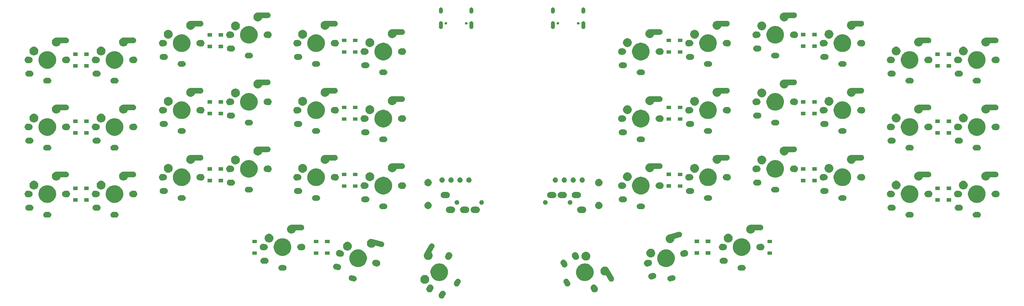
<source format=gbr>
G04 #@! TF.GenerationSoftware,KiCad,Pcbnew,(5.1.4)-1*
G04 #@! TF.CreationDate,2023-05-20T17:31:51-04:00*
G04 #@! TF.ProjectId,Corne Integrated Microchip,436f726e-6520-4496-9e74-656772617465,rev?*
G04 #@! TF.SameCoordinates,Original*
G04 #@! TF.FileFunction,Soldermask,Bot*
G04 #@! TF.FilePolarity,Negative*
%FSLAX46Y46*%
G04 Gerber Fmt 4.6, Leading zero omitted, Abs format (unit mm)*
G04 Created by KiCad (PCBNEW (5.1.4)-1) date 2023-05-20 17:31:51*
%MOMM*%
%LPD*%
G04 APERTURE LIST*
%ADD10C,0.100000*%
G04 APERTURE END LIST*
D10*
G36*
X129514741Y-123522572D02*
G01*
X129676611Y-123527870D01*
X129770199Y-123549692D01*
X129839866Y-123565936D01*
X129839867Y-123565937D01*
X129839869Y-123565937D01*
X129992557Y-123635119D01*
X130128817Y-123732761D01*
X130243409Y-123855109D01*
X130300141Y-123946343D01*
X130331930Y-123997463D01*
X130361454Y-124075907D01*
X130390979Y-124154352D01*
X130418285Y-124319744D01*
X130412801Y-124487284D01*
X130393767Y-124568914D01*
X130374735Y-124650540D01*
X130322887Y-124764972D01*
X130322886Y-124764973D01*
X129981088Y-125356986D01*
X129938906Y-125415850D01*
X129907910Y-125459105D01*
X129842858Y-125520033D01*
X129785562Y-125573697D01*
X129746108Y-125598231D01*
X129643208Y-125662219D01*
X129486320Y-125721267D01*
X129320927Y-125748574D01*
X129153385Y-125743089D01*
X128990132Y-125705024D01*
X128990131Y-125705023D01*
X128990129Y-125705023D01*
X128895657Y-125662218D01*
X128837441Y-125635841D01*
X128701182Y-125538199D01*
X128693918Y-125530443D01*
X128586590Y-125415851D01*
X128549986Y-125356986D01*
X128498068Y-125273497D01*
X128439020Y-125116609D01*
X128411713Y-124951216D01*
X128417198Y-124783674D01*
X128455263Y-124620421D01*
X128455264Y-124620418D01*
X128507112Y-124505987D01*
X128848910Y-123913973D01*
X128922089Y-123811853D01*
X129044433Y-123697265D01*
X129095718Y-123665374D01*
X129186791Y-123608741D01*
X129213704Y-123598612D01*
X129343679Y-123549692D01*
X129509070Y-123522386D01*
X129509071Y-123522386D01*
X129514741Y-123522572D01*
X129514741Y-123522572D01*
G37*
G36*
X172516012Y-121772086D02*
G01*
X172665312Y-121801783D01*
X172829284Y-121869703D01*
X172976854Y-121968306D01*
X173102353Y-122093805D01*
X173200956Y-122241375D01*
X173215523Y-122276543D01*
X173227071Y-122298148D01*
X173242611Y-122317084D01*
X173351190Y-122425663D01*
X173351191Y-122425665D01*
X173455266Y-122581424D01*
X173526954Y-122754495D01*
X173563500Y-122938223D01*
X173563500Y-123125557D01*
X173526954Y-123309285D01*
X173455266Y-123482356D01*
X173455265Y-123482357D01*
X173351190Y-123638117D01*
X173218727Y-123770580D01*
X173156957Y-123811853D01*
X173062966Y-123874656D01*
X172889895Y-123946344D01*
X172706167Y-123982890D01*
X172518833Y-123982890D01*
X172335105Y-123946344D01*
X172162034Y-123874656D01*
X172068043Y-123811853D01*
X172006273Y-123770580D01*
X171873810Y-123638117D01*
X171769735Y-123482357D01*
X171769734Y-123482356D01*
X171698046Y-123309285D01*
X171682034Y-123228789D01*
X171674921Y-123205340D01*
X171663375Y-123183738D01*
X171604044Y-123094943D01*
X171536124Y-122930971D01*
X171501500Y-122756900D01*
X171501500Y-122579418D01*
X171536124Y-122405347D01*
X171604044Y-122241375D01*
X171702647Y-122093805D01*
X171828146Y-121968306D01*
X171975716Y-121869703D01*
X172139688Y-121801783D01*
X172288988Y-121772086D01*
X172313758Y-121767159D01*
X172491242Y-121767159D01*
X172516012Y-121772086D01*
X172516012Y-121772086D01*
G37*
G36*
X126161012Y-121772086D02*
G01*
X126310312Y-121801783D01*
X126474284Y-121869703D01*
X126621854Y-121968306D01*
X126747353Y-122093805D01*
X126845956Y-122241375D01*
X126913876Y-122405347D01*
X126948500Y-122579418D01*
X126948500Y-122756900D01*
X126913876Y-122930971D01*
X126845956Y-123094943D01*
X126786625Y-123183738D01*
X126775079Y-123205340D01*
X126767966Y-123228789D01*
X126751954Y-123309285D01*
X126680266Y-123482356D01*
X126680265Y-123482357D01*
X126576190Y-123638117D01*
X126443727Y-123770580D01*
X126381957Y-123811853D01*
X126287966Y-123874656D01*
X126114895Y-123946344D01*
X125931167Y-123982890D01*
X125743833Y-123982890D01*
X125560105Y-123946344D01*
X125387034Y-123874656D01*
X125293043Y-123811853D01*
X125231273Y-123770580D01*
X125098810Y-123638117D01*
X124994735Y-123482357D01*
X124994734Y-123482356D01*
X124923046Y-123309285D01*
X124886500Y-123125557D01*
X124886500Y-122938223D01*
X124923046Y-122754495D01*
X124994734Y-122581424D01*
X125098809Y-122425665D01*
X125098810Y-122425663D01*
X125207389Y-122317084D01*
X125222929Y-122298148D01*
X125234477Y-122276543D01*
X125249044Y-122241375D01*
X125347647Y-122093805D01*
X125473146Y-121968306D01*
X125620716Y-121869703D01*
X125784688Y-121801783D01*
X125933988Y-121772086D01*
X125958758Y-121767159D01*
X126136242Y-121767159D01*
X126161012Y-121772086D01*
X126161012Y-121772086D01*
G37*
G36*
X164708429Y-120125341D02*
G01*
X164786267Y-120138191D01*
X164933936Y-120193771D01*
X165067927Y-120277091D01*
X165183087Y-120384951D01*
X165183088Y-120384952D01*
X165251963Y-120481067D01*
X165641309Y-121155433D01*
X165649884Y-121174359D01*
X165690110Y-121263139D01*
X165694524Y-121282071D01*
X165725940Y-121416804D01*
X165728703Y-121501232D01*
X165731101Y-121574500D01*
X165705400Y-121730176D01*
X165649820Y-121877845D01*
X165566500Y-122011836D01*
X165501823Y-122080890D01*
X165458639Y-122126997D01*
X165371939Y-122189125D01*
X165330387Y-122218901D01*
X165186668Y-122284019D01*
X165033007Y-122319848D01*
X164875308Y-122325010D01*
X164875306Y-122325010D01*
X164719633Y-122299309D01*
X164627543Y-122264648D01*
X164571963Y-122243729D01*
X164484153Y-122189125D01*
X164437974Y-122160409D01*
X164322812Y-122052548D01*
X164253934Y-121956429D01*
X163864594Y-121282071D01*
X163859135Y-121270022D01*
X163815790Y-121174359D01*
X163779961Y-121020698D01*
X163779960Y-121020694D01*
X163774799Y-120862999D01*
X163800500Y-120707325D01*
X163805257Y-120694687D01*
X163856080Y-120559655D01*
X163939400Y-120425664D01*
X164047260Y-120310504D01*
X164093888Y-120277091D01*
X164175513Y-120218599D01*
X164280397Y-120171077D01*
X164319232Y-120153481D01*
X164472893Y-120117652D01*
X164472897Y-120117651D01*
X164624868Y-120112677D01*
X164630591Y-120112490D01*
X164630592Y-120112490D01*
X164708429Y-120125341D01*
X164708429Y-120125341D01*
G37*
G36*
X133977107Y-120117652D02*
G01*
X134130768Y-120153481D01*
X134169603Y-120171077D01*
X134274487Y-120218599D01*
X134356113Y-120277091D01*
X134402740Y-120310504D01*
X134510600Y-120425664D01*
X134593920Y-120559655D01*
X134644744Y-120694687D01*
X134649500Y-120707325D01*
X134675201Y-120863000D01*
X134670040Y-121020696D01*
X134670039Y-121020699D01*
X134634210Y-121174361D01*
X134634209Y-121174363D01*
X134585409Y-121282067D01*
X134196063Y-121956433D01*
X134127188Y-122052548D01*
X134127187Y-122052549D01*
X134012027Y-122160409D01*
X133878036Y-122243729D01*
X133730367Y-122299309D01*
X133652529Y-122312160D01*
X133574692Y-122325010D01*
X133574691Y-122325010D01*
X133568968Y-122324823D01*
X133416997Y-122319849D01*
X133399783Y-122315835D01*
X133263332Y-122284019D01*
X133119613Y-122218901D01*
X133078061Y-122189125D01*
X132991361Y-122126997D01*
X132948177Y-122080890D01*
X132883500Y-122011836D01*
X132800180Y-121877845D01*
X132744600Y-121730176D01*
X132718899Y-121574500D01*
X132721297Y-121501232D01*
X132724060Y-121416806D01*
X132728074Y-121399592D01*
X132759890Y-121263141D01*
X132808692Y-121155433D01*
X132843137Y-121095773D01*
X133198034Y-120481071D01*
X133266912Y-120384952D01*
X133382074Y-120277091D01*
X133476137Y-120218599D01*
X133516063Y-120193771D01*
X133571643Y-120172852D01*
X133663733Y-120138191D01*
X133819406Y-120112490D01*
X133819408Y-120112490D01*
X133977107Y-120117652D01*
X133977107Y-120117652D01*
G37*
G36*
X124847698Y-119095382D02*
G01*
X125028695Y-119170353D01*
X125075366Y-119189685D01*
X125280261Y-119326592D01*
X125454510Y-119500841D01*
X125578973Y-119687113D01*
X125591418Y-119705738D01*
X125685720Y-119933404D01*
X125733795Y-120175093D01*
X125733795Y-120421521D01*
X125685720Y-120663210D01*
X125592801Y-120887538D01*
X125591417Y-120890878D01*
X125454510Y-121095773D01*
X125280261Y-121270022D01*
X125075366Y-121406929D01*
X125075365Y-121406930D01*
X125075364Y-121406930D01*
X124847698Y-121501232D01*
X124606009Y-121549307D01*
X124359581Y-121549307D01*
X124117892Y-121501232D01*
X123890226Y-121406930D01*
X123890225Y-121406930D01*
X123890224Y-121406929D01*
X123685329Y-121270022D01*
X123511080Y-121095773D01*
X123374173Y-120890878D01*
X123372790Y-120887538D01*
X123279870Y-120663210D01*
X123231795Y-120421521D01*
X123231795Y-120175093D01*
X123279870Y-119933404D01*
X123374172Y-119705738D01*
X123386617Y-119687113D01*
X123511080Y-119500841D01*
X123685329Y-119326592D01*
X123890224Y-119189685D01*
X123936896Y-119170353D01*
X124117892Y-119095382D01*
X124359581Y-119047307D01*
X124606009Y-119047307D01*
X124847698Y-119095382D01*
X124847698Y-119095382D01*
G37*
G36*
X175896812Y-116725530D02*
G01*
X176124480Y-116819833D01*
X176329375Y-116956740D01*
X176342018Y-116969383D01*
X176350886Y-116976358D01*
X176359104Y-116983922D01*
X176475201Y-117090772D01*
X176541803Y-117182023D01*
X176544917Y-117186290D01*
X176575433Y-117238095D01*
X176579202Y-117244099D01*
X176638613Y-117333013D01*
X176640532Y-117335886D01*
X176654948Y-117370689D01*
X176662728Y-117386294D01*
X176710675Y-117467692D01*
X178056714Y-119752810D01*
X178083391Y-119810347D01*
X178106453Y-119860086D01*
X178118843Y-119911200D01*
X178136803Y-119985294D01*
X178143622Y-120013429D01*
X178149995Y-120167090D01*
X178150160Y-120171081D01*
X178125819Y-120326968D01*
X178071529Y-120475120D01*
X177989382Y-120609833D01*
X177935956Y-120667881D01*
X177882531Y-120725930D01*
X177755085Y-120818950D01*
X177611940Y-120885320D01*
X177602785Y-120887539D01*
X177458599Y-120922489D01*
X177395538Y-120925104D01*
X177300949Y-120929027D01*
X177300946Y-120929027D01*
X177145059Y-120904686D01*
X177145057Y-120904685D01*
X177145055Y-120904685D01*
X176996906Y-120850396D01*
X176945338Y-120818950D01*
X176862193Y-120768249D01*
X176782265Y-120694686D01*
X176746096Y-120661398D01*
X176676384Y-120565886D01*
X176268396Y-119873259D01*
X175883300Y-119219497D01*
X175868853Y-119199704D01*
X175850823Y-119183110D01*
X175829902Y-119170353D01*
X175806894Y-119161922D01*
X175782683Y-119158141D01*
X175751211Y-119160342D01*
X175655123Y-119179455D01*
X175408695Y-119179455D01*
X175167006Y-119131380D01*
X174939340Y-119037078D01*
X174939339Y-119037078D01*
X174939338Y-119037077D01*
X174734443Y-118900170D01*
X174560194Y-118725921D01*
X174423287Y-118521026D01*
X174398689Y-118461640D01*
X174328984Y-118293358D01*
X174280909Y-118051669D01*
X174280909Y-117805241D01*
X174328984Y-117563552D01*
X174423286Y-117335886D01*
X174423287Y-117335884D01*
X174560194Y-117130989D01*
X174734443Y-116956740D01*
X174939338Y-116819833D01*
X175167006Y-116725530D01*
X175408695Y-116677455D01*
X175655123Y-116677455D01*
X175896812Y-116725530D01*
X175896812Y-116725530D01*
G37*
G36*
X194699236Y-119105405D02*
G01*
X194851408Y-119110385D01*
X194894672Y-119120473D01*
X195005074Y-119146215D01*
X195148793Y-119211332D01*
X195277046Y-119303238D01*
X195384906Y-119418398D01*
X195468226Y-119552388D01*
X195483425Y-119592769D01*
X195523806Y-119700058D01*
X195549507Y-119855732D01*
X195544346Y-120013433D01*
X195511690Y-120153481D01*
X195508516Y-120167093D01*
X195443399Y-120310812D01*
X195390270Y-120384952D01*
X195361096Y-120425665D01*
X195351493Y-120439065D01*
X195236333Y-120546925D01*
X195102343Y-120630245D01*
X194991675Y-120671898D01*
X194239518Y-120873438D01*
X194182889Y-120882787D01*
X194122851Y-120892700D01*
X194122850Y-120892700D01*
X194117127Y-120892513D01*
X193965156Y-120887539D01*
X193952753Y-120884647D01*
X193811490Y-120851709D01*
X193667771Y-120786592D01*
X193539518Y-120694686D01*
X193431658Y-120579526D01*
X193348338Y-120445536D01*
X193303713Y-120326971D01*
X193292758Y-120297866D01*
X193267057Y-120142192D01*
X193272218Y-119984497D01*
X193275110Y-119972094D01*
X193308048Y-119830831D01*
X193373165Y-119687112D01*
X193465071Y-119558859D01*
X193580231Y-119450999D01*
X193714221Y-119367679D01*
X193824889Y-119326026D01*
X194577045Y-119124486D01*
X194662453Y-119110385D01*
X194693712Y-119105224D01*
X194693713Y-119105224D01*
X194699236Y-119105405D01*
X194699236Y-119105405D01*
G37*
G36*
X103787546Y-119110385D02*
G01*
X103872954Y-119124486D01*
X104625111Y-119326026D01*
X104735779Y-119367679D01*
X104869769Y-119450999D01*
X104984929Y-119558859D01*
X105076835Y-119687112D01*
X105141952Y-119830831D01*
X105141953Y-119830834D01*
X105177782Y-119984491D01*
X105182943Y-120142192D01*
X105157242Y-120297866D01*
X105146287Y-120326971D01*
X105101662Y-120445536D01*
X105018342Y-120579526D01*
X104910482Y-120694686D01*
X104782229Y-120786592D01*
X104638510Y-120851709D01*
X104528108Y-120877451D01*
X104484844Y-120887539D01*
X104332672Y-120892519D01*
X104327149Y-120892700D01*
X104327148Y-120892700D01*
X104210487Y-120873439D01*
X104210481Y-120873438D01*
X103458325Y-120671898D01*
X103347657Y-120630245D01*
X103213667Y-120546925D01*
X103098507Y-120439065D01*
X103088905Y-120425665D01*
X103059730Y-120384952D01*
X103006601Y-120310812D01*
X102941484Y-120167093D01*
X102905655Y-120013431D01*
X102905654Y-120013427D01*
X102900493Y-119855732D01*
X102926194Y-119700058D01*
X102966575Y-119592769D01*
X102981774Y-119552388D01*
X103065094Y-119418398D01*
X103172954Y-119303238D01*
X103301207Y-119211332D01*
X103444926Y-119146215D01*
X103598588Y-119110386D01*
X103598592Y-119110385D01*
X103750563Y-119105411D01*
X103756286Y-119105224D01*
X103756287Y-119105224D01*
X103787546Y-119110385D01*
X103787546Y-119110385D01*
G37*
G36*
X129071490Y-115815024D02*
G01*
X129317015Y-115863862D01*
X129525484Y-115950213D01*
X129746076Y-116041585D01*
X129772168Y-116052393D01*
X129869990Y-116117756D01*
X130181794Y-116326096D01*
X130530154Y-116674456D01*
X130687291Y-116909629D01*
X130764380Y-117025000D01*
X130803858Y-117084084D01*
X130827987Y-117142337D01*
X130992388Y-117539235D01*
X131015932Y-117657601D01*
X131088500Y-118022422D01*
X131088500Y-118515078D01*
X131058374Y-118666530D01*
X130992388Y-118998265D01*
X130886660Y-119253514D01*
X130817262Y-119421057D01*
X130803857Y-119453418D01*
X130737727Y-119552388D01*
X130530154Y-119863044D01*
X130181794Y-120211404D01*
X130008835Y-120326971D01*
X129772168Y-120485107D01*
X129317015Y-120673638D01*
X129211199Y-120694686D01*
X128833828Y-120769750D01*
X128341172Y-120769750D01*
X127963801Y-120694686D01*
X127857985Y-120673638D01*
X127402832Y-120485107D01*
X127166165Y-120326971D01*
X126993206Y-120211404D01*
X126644846Y-119863044D01*
X126437273Y-119552388D01*
X126371143Y-119453418D01*
X126357739Y-119421057D01*
X126288340Y-119253514D01*
X126182612Y-118998265D01*
X126116626Y-118666530D01*
X126086500Y-118515078D01*
X126086500Y-118022422D01*
X126159068Y-117657601D01*
X126182612Y-117539235D01*
X126347013Y-117142337D01*
X126371142Y-117084084D01*
X126410621Y-117025000D01*
X126487709Y-116909629D01*
X126644846Y-116674456D01*
X126993206Y-116326096D01*
X127305010Y-116117756D01*
X127402832Y-116052393D01*
X127428925Y-116041585D01*
X127649516Y-115950213D01*
X127857985Y-115863862D01*
X128103510Y-115815024D01*
X128341172Y-115767750D01*
X128833828Y-115767750D01*
X129071490Y-115815024D01*
X129071490Y-115815024D01*
G37*
G36*
X170346490Y-115815024D02*
G01*
X170592015Y-115863862D01*
X170800484Y-115950213D01*
X171021076Y-116041585D01*
X171047168Y-116052393D01*
X171144990Y-116117756D01*
X171456794Y-116326096D01*
X171805154Y-116674456D01*
X171962291Y-116909629D01*
X172039380Y-117025000D01*
X172078858Y-117084084D01*
X172102987Y-117142337D01*
X172267388Y-117539235D01*
X172290932Y-117657601D01*
X172363500Y-118022422D01*
X172363500Y-118515078D01*
X172333374Y-118666530D01*
X172267388Y-118998265D01*
X172161660Y-119253514D01*
X172092262Y-119421057D01*
X172078857Y-119453418D01*
X172012727Y-119552388D01*
X171805154Y-119863044D01*
X171456794Y-120211404D01*
X171283835Y-120326971D01*
X171047168Y-120485107D01*
X170592015Y-120673638D01*
X170486199Y-120694686D01*
X170108828Y-120769750D01*
X169616172Y-120769750D01*
X169238801Y-120694686D01*
X169132985Y-120673638D01*
X168677832Y-120485107D01*
X168441165Y-120326971D01*
X168268206Y-120211404D01*
X167919846Y-119863044D01*
X167712273Y-119552388D01*
X167646143Y-119453418D01*
X167632739Y-119421057D01*
X167563340Y-119253514D01*
X167457612Y-118998265D01*
X167391626Y-118666530D01*
X167361500Y-118515078D01*
X167361500Y-118022422D01*
X167434068Y-117657601D01*
X167457612Y-117539235D01*
X167622013Y-117142337D01*
X167646142Y-117084084D01*
X167685621Y-117025000D01*
X167762709Y-116909629D01*
X167919846Y-116674456D01*
X168268206Y-116326096D01*
X168580010Y-116117756D01*
X168677832Y-116052393D01*
X168703925Y-116041585D01*
X168924516Y-115950213D01*
X169132985Y-115863862D01*
X169378510Y-115815024D01*
X169616172Y-115767750D01*
X170108828Y-115767750D01*
X170346490Y-115815024D01*
X170346490Y-115815024D01*
G37*
G36*
X189209612Y-118456527D02*
G01*
X189365812Y-118461640D01*
X189411777Y-118472358D01*
X189529069Y-118499706D01*
X189681759Y-118568889D01*
X189818018Y-118666530D01*
X189932613Y-118788881D01*
X190021132Y-118931232D01*
X190080181Y-119088121D01*
X190107487Y-119253513D01*
X190102003Y-119421056D01*
X190063938Y-119584308D01*
X190063937Y-119584310D01*
X189994754Y-119736999D01*
X189897113Y-119873259D01*
X189897111Y-119873261D01*
X189774765Y-119987851D01*
X189632410Y-120076372D01*
X189514840Y-120120623D01*
X189392209Y-120153482D01*
X188854524Y-120297555D01*
X188854520Y-120297556D01*
X188854515Y-120297557D01*
X188730575Y-120318020D01*
X188568900Y-120312727D01*
X188563031Y-120312535D01*
X188399777Y-120274470D01*
X188316270Y-120236633D01*
X188247087Y-120205287D01*
X188110829Y-120107646D01*
X187996234Y-119985294D01*
X187907715Y-119842943D01*
X187848665Y-119686054D01*
X187821359Y-119520664D01*
X187826844Y-119353121D01*
X187826844Y-119353120D01*
X187864909Y-119189866D01*
X187934092Y-119037177D01*
X187934092Y-119037176D01*
X188031733Y-118900918D01*
X188032531Y-118900171D01*
X188154083Y-118786325D01*
X188154085Y-118786323D01*
X188296436Y-118697803D01*
X188382547Y-118665394D01*
X188414014Y-118653550D01*
X189074321Y-118476621D01*
X189074322Y-118476621D01*
X189074329Y-118476619D01*
X189198271Y-118456156D01*
X189198273Y-118456156D01*
X189209612Y-118456527D01*
X189209612Y-118456527D01*
G37*
G36*
X214741071Y-116227863D02*
G01*
X214819523Y-116235590D01*
X214920182Y-116266125D01*
X214970513Y-116281392D01*
X215109665Y-116355771D01*
X215231633Y-116455867D01*
X215331729Y-116577835D01*
X215406108Y-116716987D01*
X215406108Y-116716988D01*
X215451910Y-116867977D01*
X215467375Y-117025000D01*
X215451910Y-117182023D01*
X215433079Y-117244099D01*
X215406108Y-117333013D01*
X215331729Y-117472165D01*
X215231633Y-117594133D01*
X215109665Y-117694229D01*
X214970513Y-117768608D01*
X214920182Y-117783875D01*
X214819523Y-117814410D01*
X214741071Y-117822137D01*
X214701846Y-117826000D01*
X213923154Y-117826000D01*
X213883929Y-117822137D01*
X213805477Y-117814410D01*
X213704818Y-117783875D01*
X213654487Y-117768608D01*
X213515335Y-117694229D01*
X213393367Y-117594133D01*
X213293271Y-117472165D01*
X213218892Y-117333013D01*
X213191921Y-117244099D01*
X213173090Y-117182023D01*
X213157625Y-117025000D01*
X213173090Y-116867977D01*
X213218892Y-116716988D01*
X213218892Y-116716987D01*
X213293271Y-116577835D01*
X213393367Y-116455867D01*
X213515335Y-116355771D01*
X213654487Y-116281392D01*
X213704818Y-116266125D01*
X213805477Y-116235590D01*
X213883929Y-116227863D01*
X213923154Y-116224000D01*
X214701846Y-116224000D01*
X214741071Y-116227863D01*
X214741071Y-116227863D01*
G37*
G36*
X84566071Y-116227863D02*
G01*
X84644523Y-116235590D01*
X84745182Y-116266125D01*
X84795513Y-116281392D01*
X84934665Y-116355771D01*
X85056633Y-116455867D01*
X85156729Y-116577835D01*
X85231108Y-116716987D01*
X85231108Y-116716988D01*
X85276910Y-116867977D01*
X85292375Y-117025000D01*
X85276910Y-117182023D01*
X85258079Y-117244099D01*
X85231108Y-117333013D01*
X85156729Y-117472165D01*
X85056633Y-117594133D01*
X84934665Y-117694229D01*
X84795513Y-117768608D01*
X84745182Y-117783875D01*
X84644523Y-117814410D01*
X84566071Y-117822137D01*
X84526846Y-117826000D01*
X83748154Y-117826000D01*
X83708929Y-117822137D01*
X83630477Y-117814410D01*
X83529818Y-117783875D01*
X83479487Y-117768608D01*
X83340335Y-117694229D01*
X83218367Y-117594133D01*
X83118271Y-117472165D01*
X83043892Y-117333013D01*
X83016921Y-117244099D01*
X82998090Y-117182023D01*
X82982625Y-117025000D01*
X82998090Y-116867977D01*
X83043892Y-116716988D01*
X83043892Y-116716987D01*
X83118271Y-116577835D01*
X83218367Y-116455867D01*
X83340335Y-116355771D01*
X83479487Y-116281392D01*
X83529818Y-116266125D01*
X83630477Y-116235590D01*
X83708929Y-116227863D01*
X83748154Y-116224000D01*
X84526846Y-116224000D01*
X84566071Y-116227863D01*
X84566071Y-116227863D01*
G37*
G36*
X99523226Y-115836665D02*
G01*
X99523231Y-115836666D01*
X99523235Y-115836667D01*
X99877203Y-115931513D01*
X100183551Y-116013599D01*
X100301121Y-116057850D01*
X100443476Y-116146371D01*
X100565822Y-116260961D01*
X100565824Y-116260963D01*
X100604297Y-116314653D01*
X100663464Y-116397221D01*
X100732649Y-116549914D01*
X100770714Y-116713166D01*
X100776198Y-116880709D01*
X100748892Y-117046101D01*
X100689843Y-117202990D01*
X100601324Y-117345341D01*
X100486729Y-117467692D01*
X100352955Y-117563552D01*
X100350470Y-117565333D01*
X100197780Y-117634516D01*
X100080488Y-117661864D01*
X100034523Y-117672582D01*
X99878323Y-117677695D01*
X99866984Y-117678066D01*
X99866982Y-117678066D01*
X99743040Y-117657603D01*
X99743033Y-117657601D01*
X99743032Y-117657601D01*
X99082725Y-117480672D01*
X99051258Y-117468828D01*
X98965147Y-117436419D01*
X98822796Y-117347899D01*
X98700444Y-117233304D01*
X98602803Y-117097046D01*
X98570160Y-117025000D01*
X98533620Y-116944356D01*
X98495555Y-116781102D01*
X98492162Y-116677455D01*
X98490070Y-116613558D01*
X98517376Y-116448168D01*
X98576426Y-116291279D01*
X98664945Y-116148928D01*
X98779540Y-116026576D01*
X98915798Y-115928935D01*
X98992253Y-115894294D01*
X99068488Y-115859752D01*
X99231742Y-115821687D01*
X99237611Y-115821495D01*
X99399286Y-115816202D01*
X99523226Y-115836665D01*
X99523226Y-115836665D01*
G37*
G36*
X164006322Y-114716233D02*
G01*
X164163210Y-114775281D01*
X164266110Y-114839269D01*
X164305564Y-114863803D01*
X164323647Y-114880740D01*
X164427912Y-114978395D01*
X164432512Y-114984815D01*
X164501090Y-115080514D01*
X164712166Y-115446109D01*
X164842889Y-115672528D01*
X164894737Y-115786960D01*
X164906327Y-115836667D01*
X164932803Y-115950216D01*
X164938287Y-116117756D01*
X164910981Y-116283148D01*
X164893448Y-116329732D01*
X164851932Y-116440037D01*
X164842088Y-116455867D01*
X164763411Y-116582391D01*
X164648819Y-116704739D01*
X164512559Y-116802381D01*
X164359871Y-116871563D01*
X164359869Y-116871563D01*
X164359868Y-116871564D01*
X164320651Y-116880708D01*
X164196613Y-116909630D01*
X164034743Y-116914928D01*
X164029073Y-116915114D01*
X164029072Y-116915114D01*
X163863681Y-116887808D01*
X163706796Y-116828760D01*
X163706797Y-116828760D01*
X163706793Y-116828759D01*
X163615720Y-116772126D01*
X163564435Y-116740235D01*
X163442091Y-116625647D01*
X163368912Y-116523527D01*
X163027114Y-115931513D01*
X162975266Y-115817082D01*
X162974786Y-115815024D01*
X162937200Y-115653826D01*
X162931715Y-115486284D01*
X162959022Y-115320891D01*
X163018070Y-115164003D01*
X163101701Y-115029515D01*
X163106592Y-115021649D01*
X163221185Y-114899300D01*
X163270721Y-114863803D01*
X163357443Y-114801659D01*
X163474931Y-114748426D01*
X163510131Y-114732477D01*
X163510133Y-114732477D01*
X163510134Y-114732476D01*
X163673387Y-114694411D01*
X163840929Y-114688926D01*
X164006322Y-114716233D01*
X164006322Y-114716233D01*
G37*
G36*
X105945044Y-111824852D02*
G01*
X106298265Y-111895112D01*
X106476815Y-111969070D01*
X106742999Y-112079327D01*
X106753418Y-112083643D01*
X106774891Y-112097991D01*
X107163044Y-112357346D01*
X107511404Y-112705706D01*
X107665599Y-112936476D01*
X107785107Y-113115332D01*
X107973638Y-113570485D01*
X107996427Y-113685052D01*
X108069750Y-114053672D01*
X108069750Y-114546328D01*
X108032078Y-114735716D01*
X107973638Y-115029515D01*
X107785107Y-115484668D01*
X107716217Y-115587769D01*
X107511404Y-115894294D01*
X107163044Y-116242654D01*
X106907718Y-116413257D01*
X106753418Y-116516357D01*
X106753417Y-116516358D01*
X106753416Y-116516358D01*
X106632918Y-116566270D01*
X106298265Y-116704888D01*
X106120553Y-116740237D01*
X105815078Y-116801000D01*
X105322422Y-116801000D01*
X105016947Y-116740237D01*
X104839235Y-116704888D01*
X104504582Y-116566270D01*
X104384084Y-116516358D01*
X104384083Y-116516358D01*
X104384082Y-116516357D01*
X104229782Y-116413257D01*
X103974456Y-116242654D01*
X103626096Y-115894294D01*
X103421283Y-115587769D01*
X103352393Y-115484668D01*
X103163862Y-115029515D01*
X103105422Y-114735716D01*
X103067750Y-114546328D01*
X103067750Y-114053672D01*
X103141073Y-113685052D01*
X103163862Y-113570485D01*
X103352393Y-113115332D01*
X103471901Y-112936476D01*
X103626096Y-112705706D01*
X103974456Y-112357346D01*
X104362609Y-112097991D01*
X104384082Y-112083643D01*
X104394502Y-112079327D01*
X104660685Y-111969070D01*
X104839235Y-111895112D01*
X105192456Y-111824852D01*
X105322422Y-111799000D01*
X105815078Y-111799000D01*
X105945044Y-111824852D01*
X105945044Y-111824852D01*
G37*
G36*
X193257544Y-111824852D02*
G01*
X193610765Y-111895112D01*
X193789315Y-111969070D01*
X194055499Y-112079327D01*
X194065918Y-112083643D01*
X194087391Y-112097991D01*
X194475544Y-112357346D01*
X194823904Y-112705706D01*
X194978099Y-112936476D01*
X195097607Y-113115332D01*
X195286138Y-113570485D01*
X195308927Y-113685052D01*
X195382250Y-114053672D01*
X195382250Y-114546328D01*
X195344578Y-114735716D01*
X195286138Y-115029515D01*
X195097607Y-115484668D01*
X195028717Y-115587769D01*
X194823904Y-115894294D01*
X194475544Y-116242654D01*
X194220218Y-116413257D01*
X194065918Y-116516357D01*
X194065917Y-116516358D01*
X194065916Y-116516358D01*
X193945418Y-116566270D01*
X193610765Y-116704888D01*
X193433053Y-116740237D01*
X193127578Y-116801000D01*
X192634922Y-116801000D01*
X192329447Y-116740237D01*
X192151735Y-116704888D01*
X191817082Y-116566270D01*
X191696584Y-116516358D01*
X191696583Y-116516358D01*
X191696582Y-116516357D01*
X191542282Y-116413257D01*
X191286956Y-116242654D01*
X190938596Y-115894294D01*
X190733783Y-115587769D01*
X190664893Y-115484668D01*
X190476362Y-115029515D01*
X190417922Y-114735716D01*
X190380250Y-114546328D01*
X190380250Y-114053672D01*
X190453573Y-113685052D01*
X190476362Y-113570485D01*
X190664893Y-113115332D01*
X190784401Y-112936476D01*
X190938596Y-112705706D01*
X191286956Y-112357346D01*
X191675109Y-112097991D01*
X191696582Y-112083643D01*
X191707002Y-112079327D01*
X191973185Y-111969070D01*
X192151735Y-111895112D01*
X192504956Y-111824852D01*
X192634922Y-111799000D01*
X193127578Y-111799000D01*
X193257544Y-111824852D01*
X193257544Y-111824852D01*
G37*
G36*
X110576621Y-114716233D02*
G01*
X110738465Y-114748425D01*
X110773635Y-114762993D01*
X110797074Y-114770103D01*
X110821460Y-114772505D01*
X110975009Y-114772505D01*
X111158737Y-114809051D01*
X111331808Y-114880739D01*
X111331809Y-114880740D01*
X111487569Y-114984815D01*
X111620032Y-115117278D01*
X111620033Y-115117280D01*
X111724108Y-115273039D01*
X111795796Y-115446110D01*
X111832342Y-115629838D01*
X111832342Y-115817172D01*
X111795796Y-116000900D01*
X111724108Y-116173971D01*
X111724107Y-116173972D01*
X111620032Y-116329732D01*
X111487569Y-116462195D01*
X111459160Y-116481177D01*
X111331808Y-116566271D01*
X111158737Y-116637959D01*
X110975009Y-116674505D01*
X110787675Y-116674505D01*
X110603947Y-116637959D01*
X110430873Y-116566270D01*
X110362632Y-116520673D01*
X110341022Y-116509122D01*
X110317576Y-116502009D01*
X110212841Y-116481177D01*
X110048869Y-116413257D01*
X109901299Y-116314654D01*
X109775800Y-116189155D01*
X109677197Y-116041585D01*
X109609277Y-115877613D01*
X109574653Y-115703542D01*
X109574653Y-115526060D01*
X109609277Y-115351989D01*
X109677197Y-115188017D01*
X109775800Y-115040447D01*
X109901299Y-114914948D01*
X110048869Y-114816345D01*
X110212841Y-114748425D01*
X110374685Y-114716233D01*
X110386911Y-114713801D01*
X110564395Y-114713801D01*
X110576621Y-114716233D01*
X110576621Y-114716233D01*
G37*
G36*
X188075315Y-114716233D02*
G01*
X188237159Y-114748425D01*
X188401131Y-114816345D01*
X188548701Y-114914948D01*
X188674200Y-115040447D01*
X188772803Y-115188017D01*
X188840723Y-115351989D01*
X188875347Y-115526060D01*
X188875347Y-115703542D01*
X188840723Y-115877613D01*
X188772803Y-116041585D01*
X188674200Y-116189155D01*
X188548701Y-116314654D01*
X188401131Y-116413257D01*
X188237159Y-116481177D01*
X188132424Y-116502009D01*
X188108977Y-116509122D01*
X188087368Y-116520673D01*
X188019127Y-116566270D01*
X187846053Y-116637959D01*
X187662325Y-116674505D01*
X187474991Y-116674505D01*
X187291263Y-116637959D01*
X187118192Y-116566271D01*
X186990840Y-116481177D01*
X186962431Y-116462195D01*
X186829968Y-116329732D01*
X186725893Y-116173972D01*
X186725892Y-116173971D01*
X186654204Y-116000900D01*
X186617658Y-115817172D01*
X186617658Y-115629838D01*
X186654204Y-115446110D01*
X186725892Y-115273039D01*
X186829967Y-115117280D01*
X186829968Y-115117278D01*
X186962431Y-114984815D01*
X187118191Y-114880740D01*
X187118192Y-114880739D01*
X187291263Y-114809051D01*
X187474991Y-114772505D01*
X187628540Y-114772505D01*
X187652926Y-114770103D01*
X187676365Y-114762993D01*
X187711535Y-114748425D01*
X187873379Y-114716233D01*
X187885605Y-114713801D01*
X188063089Y-114713801D01*
X188075315Y-114716233D01*
X188075315Y-114716233D01*
G37*
G36*
X79504323Y-114186313D02*
G01*
X79664742Y-114234976D01*
X79797406Y-114305886D01*
X79812578Y-114313996D01*
X79942159Y-114420341D01*
X80048504Y-114549922D01*
X80048505Y-114549924D01*
X80127524Y-114697758D01*
X80176187Y-114858177D01*
X80192617Y-115025000D01*
X80176187Y-115191823D01*
X80176186Y-115191825D01*
X80127601Y-115351990D01*
X80127524Y-115352242D01*
X80077351Y-115446109D01*
X80048504Y-115500078D01*
X79942159Y-115629659D01*
X79812578Y-115736004D01*
X79812576Y-115736005D01*
X79664742Y-115815024D01*
X79664739Y-115815025D01*
X79657968Y-115817079D01*
X79504323Y-115863687D01*
X79379304Y-115876000D01*
X78695696Y-115876000D01*
X78570677Y-115863687D01*
X78417032Y-115817079D01*
X78410261Y-115815025D01*
X78410258Y-115815024D01*
X78262424Y-115736005D01*
X78262422Y-115736004D01*
X78132841Y-115629659D01*
X78026496Y-115500078D01*
X77997649Y-115446109D01*
X77947476Y-115352242D01*
X77947400Y-115351990D01*
X77898814Y-115191825D01*
X77898813Y-115191823D01*
X77882383Y-115025000D01*
X77898813Y-114858177D01*
X77947476Y-114697758D01*
X78026495Y-114549924D01*
X78026496Y-114549922D01*
X78132841Y-114420341D01*
X78262422Y-114313996D01*
X78277594Y-114305886D01*
X78410258Y-114234976D01*
X78570677Y-114186313D01*
X78695696Y-114174000D01*
X79379304Y-114174000D01*
X79504323Y-114186313D01*
X79504323Y-114186313D01*
G37*
G36*
X209679323Y-114186313D02*
G01*
X209839742Y-114234976D01*
X209972406Y-114305886D01*
X209987578Y-114313996D01*
X210117159Y-114420341D01*
X210223504Y-114549922D01*
X210223505Y-114549924D01*
X210302524Y-114697758D01*
X210351187Y-114858177D01*
X210367617Y-115025000D01*
X210351187Y-115191823D01*
X210351186Y-115191825D01*
X210302601Y-115351990D01*
X210302524Y-115352242D01*
X210252351Y-115446109D01*
X210223504Y-115500078D01*
X210117159Y-115629659D01*
X209987578Y-115736004D01*
X209987576Y-115736005D01*
X209839742Y-115815024D01*
X209839739Y-115815025D01*
X209832968Y-115817079D01*
X209679323Y-115863687D01*
X209554304Y-115876000D01*
X208870696Y-115876000D01*
X208745677Y-115863687D01*
X208592032Y-115817079D01*
X208585261Y-115815025D01*
X208585258Y-115815024D01*
X208437424Y-115736005D01*
X208437422Y-115736004D01*
X208307841Y-115629659D01*
X208201496Y-115500078D01*
X208172649Y-115446109D01*
X208122476Y-115352242D01*
X208122400Y-115351990D01*
X208073814Y-115191825D01*
X208073813Y-115191823D01*
X208057383Y-115025000D01*
X208073813Y-114858177D01*
X208122476Y-114697758D01*
X208201495Y-114549924D01*
X208201496Y-114549922D01*
X208307841Y-114420341D01*
X208437422Y-114313996D01*
X208452594Y-114305886D01*
X208585258Y-114234976D01*
X208745677Y-114186313D01*
X208870696Y-114174000D01*
X209554304Y-114174000D01*
X209679323Y-114186313D01*
X209679323Y-114186313D01*
G37*
G36*
X170522108Y-112496268D02*
G01*
X170672150Y-112558417D01*
X170749776Y-112590571D01*
X170954671Y-112727478D01*
X171128920Y-112901727D01*
X171239789Y-113067654D01*
X171265828Y-113106624D01*
X171360130Y-113334290D01*
X171408205Y-113575979D01*
X171408205Y-113822407D01*
X171360130Y-114064096D01*
X171336305Y-114121616D01*
X171265827Y-114291764D01*
X171128920Y-114496659D01*
X170954671Y-114670908D01*
X170749776Y-114807815D01*
X170749775Y-114807816D01*
X170749774Y-114807816D01*
X170522108Y-114902118D01*
X170280419Y-114950193D01*
X170033991Y-114950193D01*
X169792302Y-114902118D01*
X169564636Y-114807816D01*
X169564635Y-114807816D01*
X169564634Y-114807815D01*
X169359739Y-114670908D01*
X169185490Y-114496659D01*
X169048583Y-114291764D01*
X168978106Y-114121616D01*
X168954280Y-114064096D01*
X168906205Y-113822407D01*
X168906205Y-113575979D01*
X168954280Y-113334290D01*
X169048582Y-113106624D01*
X169074621Y-113067654D01*
X169185490Y-112901727D01*
X169359739Y-112727478D01*
X169564634Y-112590571D01*
X169642261Y-112558417D01*
X169792302Y-112496268D01*
X170033991Y-112448193D01*
X170280419Y-112448193D01*
X170522108Y-112496268D01*
X170522108Y-112496268D01*
G37*
G36*
X126551496Y-110060123D02*
G01*
X126705464Y-110094609D01*
X126849746Y-110158471D01*
X126978796Y-110249253D01*
X127030675Y-110303684D01*
X127087658Y-110363469D01*
X127172142Y-110496724D01*
X127172143Y-110496726D01*
X127229009Y-110643905D01*
X127256068Y-110799350D01*
X127252282Y-110957089D01*
X127217796Y-111111057D01*
X127169936Y-111219186D01*
X126402816Y-112575065D01*
X126392902Y-112597466D01*
X126387546Y-112621377D01*
X126386958Y-112645874D01*
X126391160Y-112670016D01*
X126399992Y-112692873D01*
X126413112Y-112713568D01*
X126423217Y-112724990D01*
X126429806Y-112731579D01*
X126543497Y-112901729D01*
X126566714Y-112936476D01*
X126661016Y-113164142D01*
X126709091Y-113405831D01*
X126709091Y-113652259D01*
X126661016Y-113893948D01*
X126570765Y-114111835D01*
X126566713Y-114121616D01*
X126429806Y-114326511D01*
X126255557Y-114500760D01*
X126050662Y-114637667D01*
X126050661Y-114637668D01*
X126050660Y-114637668D01*
X125822994Y-114731970D01*
X125581305Y-114780045D01*
X125334877Y-114780045D01*
X125093188Y-114731970D01*
X124865522Y-114637668D01*
X124865521Y-114637668D01*
X124865520Y-114637667D01*
X124660625Y-114500760D01*
X124486376Y-114326511D01*
X124349469Y-114121616D01*
X124345418Y-114111835D01*
X124255166Y-113893948D01*
X124207091Y-113652259D01*
X124207091Y-113405832D01*
X124222779Y-113326962D01*
X124223761Y-113322025D01*
X124226127Y-113300639D01*
X124226504Y-113284943D01*
X124234776Y-113248010D01*
X124260990Y-113130972D01*
X124308850Y-113022844D01*
X124323168Y-112997538D01*
X124329855Y-112983826D01*
X124349468Y-112936475D01*
X124400701Y-112859800D01*
X124405562Y-112851906D01*
X124453645Y-112766919D01*
X125775626Y-110430323D01*
X125843661Y-110333609D01*
X125957875Y-110224749D01*
X125957877Y-110224747D01*
X126091132Y-110140263D01*
X126091133Y-110140263D01*
X126091134Y-110140262D01*
X126238313Y-110083396D01*
X126393758Y-110056337D01*
X126551496Y-110060123D01*
X126551496Y-110060123D01*
G37*
G36*
X167389895Y-112591156D02*
G01*
X167562966Y-112662844D01*
X167627113Y-112705706D01*
X167718727Y-112766920D01*
X167851190Y-112899383D01*
X167897266Y-112968341D01*
X167955266Y-113055144D01*
X168026954Y-113228215D01*
X168042966Y-113308711D01*
X168050079Y-113332160D01*
X168061625Y-113353762D01*
X168120956Y-113442557D01*
X168188876Y-113606529D01*
X168223500Y-113780600D01*
X168223500Y-113958082D01*
X168188876Y-114132153D01*
X168120956Y-114296125D01*
X168022353Y-114443695D01*
X167896854Y-114569194D01*
X167749284Y-114667797D01*
X167585312Y-114735717D01*
X167436012Y-114765414D01*
X167411242Y-114770341D01*
X167233758Y-114770341D01*
X167208988Y-114765414D01*
X167059688Y-114735717D01*
X166895716Y-114667797D01*
X166748146Y-114569194D01*
X166622647Y-114443695D01*
X166524044Y-114296125D01*
X166509477Y-114260957D01*
X166497929Y-114239352D01*
X166482389Y-114220416D01*
X166373810Y-114111837D01*
X166271075Y-113958083D01*
X166269734Y-113956076D01*
X166198046Y-113783005D01*
X166161500Y-113599277D01*
X166161500Y-113411943D01*
X166198046Y-113228215D01*
X166269734Y-113055144D01*
X166327734Y-112968341D01*
X166373810Y-112899383D01*
X166506273Y-112766920D01*
X166597887Y-112705706D01*
X166662034Y-112662844D01*
X166835105Y-112591156D01*
X167018833Y-112554610D01*
X167206167Y-112554610D01*
X167389895Y-112591156D01*
X167389895Y-112591156D01*
G37*
G36*
X131614895Y-112591156D02*
G01*
X131787966Y-112662844D01*
X131852113Y-112705706D01*
X131943727Y-112766920D01*
X132076190Y-112899383D01*
X132122266Y-112968341D01*
X132180266Y-113055144D01*
X132251954Y-113228215D01*
X132288500Y-113411943D01*
X132288500Y-113599277D01*
X132251954Y-113783005D01*
X132180266Y-113956076D01*
X132178925Y-113958083D01*
X132076190Y-114111837D01*
X131967611Y-114220416D01*
X131952071Y-114239352D01*
X131940523Y-114260957D01*
X131925956Y-114296125D01*
X131827353Y-114443695D01*
X131701854Y-114569194D01*
X131554284Y-114667797D01*
X131390312Y-114735717D01*
X131241012Y-114765414D01*
X131216242Y-114770341D01*
X131038758Y-114770341D01*
X131013988Y-114765414D01*
X130864688Y-114735717D01*
X130700716Y-114667797D01*
X130553146Y-114569194D01*
X130427647Y-114443695D01*
X130329044Y-114296125D01*
X130261124Y-114132153D01*
X130226500Y-113958082D01*
X130226500Y-113780600D01*
X130261124Y-113606529D01*
X130329044Y-113442557D01*
X130388375Y-113353762D01*
X130399921Y-113332160D01*
X130407034Y-113308711D01*
X130423046Y-113228215D01*
X130494734Y-113055144D01*
X130552734Y-112968341D01*
X130598810Y-112899383D01*
X130731273Y-112766920D01*
X130822887Y-112705706D01*
X130887034Y-112662844D01*
X131060105Y-112591156D01*
X131243833Y-112554610D01*
X131431167Y-112554610D01*
X131614895Y-112591156D01*
X131614895Y-112591156D01*
G37*
G36*
X188908575Y-111629724D02*
G01*
X189136243Y-111724027D01*
X189341138Y-111860934D01*
X189515387Y-112035183D01*
X189652294Y-112240078D01*
X189652295Y-112240080D01*
X189746597Y-112467746D01*
X189794672Y-112709435D01*
X189794672Y-112955863D01*
X189772435Y-113067654D01*
X189746597Y-113197552D01*
X189652294Y-113425220D01*
X189515387Y-113630115D01*
X189341138Y-113804364D01*
X189136243Y-113941271D01*
X189136242Y-113941272D01*
X189136241Y-113941272D01*
X188908575Y-114035574D01*
X188666886Y-114083649D01*
X188420458Y-114083649D01*
X188178769Y-114035574D01*
X187951103Y-113941272D01*
X187951102Y-113941272D01*
X187951101Y-113941271D01*
X187746206Y-113804364D01*
X187571957Y-113630115D01*
X187435050Y-113425220D01*
X187340747Y-113197552D01*
X187314909Y-113067654D01*
X187292672Y-112955863D01*
X187292672Y-112709435D01*
X187340747Y-112467746D01*
X187435049Y-112240080D01*
X187435050Y-112240078D01*
X187571957Y-112035183D01*
X187746206Y-111860934D01*
X187951101Y-111724027D01*
X188178769Y-111629724D01*
X188420458Y-111581649D01*
X188666886Y-111581649D01*
X188908575Y-111629724D01*
X188908575Y-111629724D01*
G37*
G36*
X198471237Y-111962041D02*
G01*
X198644308Y-112033729D01*
X198652876Y-112039454D01*
X198800069Y-112137805D01*
X198932532Y-112270268D01*
X198942607Y-112285347D01*
X199036608Y-112426029D01*
X199108296Y-112599100D01*
X199144842Y-112782828D01*
X199144842Y-112970162D01*
X199108296Y-113153890D01*
X199036608Y-113326961D01*
X199036607Y-113326962D01*
X198932532Y-113482722D01*
X198800069Y-113615185D01*
X198721660Y-113667576D01*
X198644308Y-113719261D01*
X198471237Y-113790949D01*
X198287509Y-113827495D01*
X198133960Y-113827495D01*
X198109574Y-113829897D01*
X198086135Y-113837007D01*
X198050965Y-113851575D01*
X197901665Y-113881272D01*
X197876895Y-113886199D01*
X197699411Y-113886199D01*
X197674641Y-113881272D01*
X197525341Y-113851575D01*
X197361369Y-113783655D01*
X197213799Y-113685052D01*
X197088300Y-113559553D01*
X196989697Y-113411983D01*
X196921777Y-113248011D01*
X196887153Y-113073940D01*
X196887153Y-112896458D01*
X196921777Y-112722387D01*
X196989697Y-112558415D01*
X197088300Y-112410845D01*
X197213799Y-112285346D01*
X197361369Y-112186743D01*
X197525341Y-112118823D01*
X197630076Y-112097991D01*
X197653523Y-112090878D01*
X197675132Y-112079327D01*
X197743373Y-112033730D01*
X197916447Y-111962041D01*
X198100175Y-111925495D01*
X198287509Y-111925495D01*
X198471237Y-111962041D01*
X198471237Y-111962041D01*
G37*
G36*
X100533553Y-111962041D02*
G01*
X100706627Y-112033730D01*
X100774868Y-112079327D01*
X100796478Y-112090878D01*
X100819924Y-112097991D01*
X100924659Y-112118823D01*
X101088631Y-112186743D01*
X101236201Y-112285346D01*
X101361700Y-112410845D01*
X101460303Y-112558415D01*
X101528223Y-112722387D01*
X101562847Y-112896458D01*
X101562847Y-113073940D01*
X101528223Y-113248011D01*
X101460303Y-113411983D01*
X101361700Y-113559553D01*
X101236201Y-113685052D01*
X101088631Y-113783655D01*
X100924659Y-113851575D01*
X100775359Y-113881272D01*
X100750589Y-113886199D01*
X100573105Y-113886199D01*
X100548335Y-113881272D01*
X100399035Y-113851575D01*
X100363865Y-113837007D01*
X100340426Y-113829897D01*
X100316040Y-113827495D01*
X100162491Y-113827495D01*
X99978763Y-113790949D01*
X99805692Y-113719261D01*
X99728340Y-113667576D01*
X99649931Y-113615185D01*
X99517468Y-113482722D01*
X99413393Y-113326962D01*
X99413392Y-113326961D01*
X99341704Y-113153890D01*
X99305158Y-112970162D01*
X99305158Y-112782828D01*
X99341704Y-112599100D01*
X99413392Y-112426029D01*
X99507393Y-112285347D01*
X99517468Y-112270268D01*
X99649931Y-112137805D01*
X99797124Y-112039454D01*
X99805692Y-112033729D01*
X99978763Y-111962041D01*
X100162491Y-111925495D01*
X100349825Y-111925495D01*
X100533553Y-111962041D01*
X100533553Y-111962041D01*
G37*
G36*
X214800421Y-108672056D02*
G01*
X215042015Y-108720112D01*
X215497168Y-108908643D01*
X215546903Y-108941875D01*
X215906794Y-109182346D01*
X216255154Y-109530706D01*
X216424993Y-109784889D01*
X216528857Y-109940332D01*
X216713588Y-110386310D01*
X216717388Y-110395486D01*
X216813500Y-110878672D01*
X216813500Y-111371328D01*
X216777605Y-111551782D01*
X216717388Y-111854515D01*
X216528857Y-112309668D01*
X216496999Y-112357347D01*
X216255154Y-112719294D01*
X215906794Y-113067654D01*
X215636870Y-113248011D01*
X215497168Y-113341357D01*
X215042015Y-113529888D01*
X214837920Y-113570485D01*
X214558828Y-113626000D01*
X214066172Y-113626000D01*
X213787080Y-113570485D01*
X213582985Y-113529888D01*
X213127832Y-113341357D01*
X212988130Y-113248011D01*
X212718206Y-113067654D01*
X212369846Y-112719294D01*
X212128001Y-112357347D01*
X212096143Y-112309668D01*
X211907612Y-111854515D01*
X211847395Y-111551782D01*
X211811500Y-111371328D01*
X211811500Y-110878672D01*
X211907612Y-110395486D01*
X211911413Y-110386310D01*
X212096143Y-109940332D01*
X212200007Y-109784889D01*
X212369846Y-109530706D01*
X212718206Y-109182346D01*
X213078097Y-108941875D01*
X213127832Y-108908643D01*
X213582985Y-108720112D01*
X213824579Y-108672056D01*
X214066172Y-108624000D01*
X214558828Y-108624000D01*
X214800421Y-108672056D01*
X214800421Y-108672056D01*
G37*
G36*
X84625421Y-108672056D02*
G01*
X84867015Y-108720112D01*
X85322168Y-108908643D01*
X85371903Y-108941875D01*
X85731794Y-109182346D01*
X86080154Y-109530706D01*
X86249993Y-109784889D01*
X86353857Y-109940332D01*
X86538588Y-110386310D01*
X86542388Y-110395486D01*
X86638500Y-110878672D01*
X86638500Y-111371328D01*
X86602605Y-111551782D01*
X86542388Y-111854515D01*
X86353857Y-112309668D01*
X86321999Y-112357347D01*
X86080154Y-112719294D01*
X85731794Y-113067654D01*
X85461870Y-113248011D01*
X85322168Y-113341357D01*
X84867015Y-113529888D01*
X84662920Y-113570485D01*
X84383828Y-113626000D01*
X83891172Y-113626000D01*
X83612080Y-113570485D01*
X83407985Y-113529888D01*
X82952832Y-113341357D01*
X82813130Y-113248011D01*
X82543206Y-113067654D01*
X82194846Y-112719294D01*
X81953001Y-112357347D01*
X81921143Y-112309668D01*
X81732612Y-111854515D01*
X81672395Y-111551782D01*
X81636500Y-111371328D01*
X81636500Y-110878672D01*
X81732612Y-110395486D01*
X81736413Y-110386310D01*
X81921143Y-109940332D01*
X82025007Y-109784889D01*
X82194846Y-109530706D01*
X82543206Y-109182346D01*
X82903097Y-108941875D01*
X82952832Y-108908643D01*
X83407985Y-108720112D01*
X83649579Y-108672056D01*
X83891172Y-108624000D01*
X84383828Y-108624000D01*
X84625421Y-108672056D01*
X84625421Y-108672056D01*
G37*
G36*
X222901000Y-113338500D02*
G01*
X221599000Y-113338500D01*
X221599000Y-112336500D01*
X222901000Y-112336500D01*
X222901000Y-113338500D01*
X222901000Y-113338500D01*
G37*
G36*
X97488500Y-113338500D02*
G01*
X96186500Y-113338500D01*
X96186500Y-112336500D01*
X97488500Y-112336500D01*
X97488500Y-113338500D01*
X97488500Y-113338500D01*
G37*
G36*
X94313500Y-113338500D02*
G01*
X93011500Y-113338500D01*
X93011500Y-112336500D01*
X94313500Y-112336500D01*
X94313500Y-113338500D01*
X94313500Y-113338500D01*
G37*
G36*
X76851000Y-113338500D02*
G01*
X75549000Y-113338500D01*
X75549000Y-112336500D01*
X76851000Y-112336500D01*
X76851000Y-113338500D01*
X76851000Y-113338500D01*
G37*
G36*
X202263500Y-113276000D02*
G01*
X200961500Y-113276000D01*
X200961500Y-112274000D01*
X202263500Y-112274000D01*
X202263500Y-113276000D01*
X202263500Y-113276000D01*
G37*
G36*
X205438500Y-113276000D02*
G01*
X204136500Y-113276000D01*
X204136500Y-112274000D01*
X205438500Y-112274000D01*
X205438500Y-113276000D01*
X205438500Y-113276000D01*
G37*
G36*
X102910876Y-109657523D02*
G01*
X103029731Y-109706754D01*
X103138544Y-109751826D01*
X103343439Y-109888733D01*
X103517688Y-110062982D01*
X103642151Y-110249254D01*
X103654596Y-110267879D01*
X103748898Y-110495545D01*
X103796973Y-110737234D01*
X103796973Y-110983662D01*
X103748898Y-111225351D01*
X103688433Y-111371328D01*
X103654595Y-111453019D01*
X103517688Y-111657914D01*
X103343439Y-111832163D01*
X103138544Y-111969070D01*
X103138543Y-111969071D01*
X103138542Y-111969071D01*
X102910876Y-112063373D01*
X102669187Y-112111448D01*
X102422759Y-112111448D01*
X102181070Y-112063373D01*
X101953404Y-111969071D01*
X101953403Y-111969071D01*
X101953402Y-111969070D01*
X101748507Y-111832163D01*
X101574258Y-111657914D01*
X101437351Y-111453019D01*
X101403514Y-111371328D01*
X101343048Y-111225351D01*
X101294973Y-110983662D01*
X101294973Y-110737234D01*
X101343048Y-110495545D01*
X101437350Y-110267879D01*
X101449795Y-110249254D01*
X101574258Y-110062982D01*
X101748507Y-109888733D01*
X101953402Y-109751826D01*
X102062216Y-109706754D01*
X102181070Y-109657523D01*
X102422759Y-109609448D01*
X102669187Y-109609448D01*
X102910876Y-109657523D01*
X102910876Y-109657523D01*
G37*
G36*
X220089895Y-110210546D02*
G01*
X220262966Y-110282234D01*
X220262967Y-110282235D01*
X220418727Y-110386310D01*
X220551190Y-110518773D01*
X220551191Y-110518775D01*
X220655266Y-110674534D01*
X220726954Y-110847605D01*
X220763500Y-111031333D01*
X220763500Y-111218667D01*
X220726954Y-111402395D01*
X220655266Y-111575466D01*
X220619012Y-111629724D01*
X220551190Y-111731227D01*
X220418727Y-111863690D01*
X220371700Y-111895112D01*
X220262966Y-111967766D01*
X220089895Y-112039454D01*
X219906167Y-112076000D01*
X219718833Y-112076000D01*
X219535105Y-112039454D01*
X219525595Y-112035515D01*
X219502146Y-112028402D01*
X219477760Y-112026000D01*
X219303758Y-112026000D01*
X219278988Y-112021073D01*
X219129688Y-111991376D01*
X218965716Y-111923456D01*
X218818146Y-111824853D01*
X218692647Y-111699354D01*
X218594044Y-111551784D01*
X218526124Y-111387812D01*
X218491500Y-111213741D01*
X218491500Y-111036259D01*
X218526124Y-110862188D01*
X218594044Y-110698216D01*
X218692647Y-110550646D01*
X218818146Y-110425147D01*
X218965716Y-110326544D01*
X219129688Y-110258624D01*
X219300003Y-110224747D01*
X219303758Y-110224000D01*
X219477760Y-110224000D01*
X219502146Y-110221598D01*
X219525595Y-110214485D01*
X219535105Y-110210546D01*
X219718833Y-110174000D01*
X219906167Y-110174000D01*
X220089895Y-110210546D01*
X220089895Y-110210546D01*
G37*
G36*
X78914895Y-110210546D02*
G01*
X78924405Y-110214485D01*
X78947854Y-110221598D01*
X78972240Y-110224000D01*
X79146242Y-110224000D01*
X79149997Y-110224747D01*
X79320312Y-110258624D01*
X79484284Y-110326544D01*
X79631854Y-110425147D01*
X79757353Y-110550646D01*
X79855956Y-110698216D01*
X79923876Y-110862188D01*
X79958500Y-111036259D01*
X79958500Y-111213741D01*
X79923876Y-111387812D01*
X79855956Y-111551784D01*
X79757353Y-111699354D01*
X79631854Y-111824853D01*
X79484284Y-111923456D01*
X79320312Y-111991376D01*
X79171012Y-112021073D01*
X79146242Y-112026000D01*
X78972240Y-112026000D01*
X78947854Y-112028402D01*
X78924405Y-112035515D01*
X78914895Y-112039454D01*
X78731167Y-112076000D01*
X78543833Y-112076000D01*
X78360105Y-112039454D01*
X78187034Y-111967766D01*
X78078300Y-111895112D01*
X78031273Y-111863690D01*
X77898810Y-111731227D01*
X77830988Y-111629724D01*
X77794734Y-111575466D01*
X77723046Y-111402395D01*
X77686500Y-111218667D01*
X77686500Y-111031333D01*
X77723046Y-110847605D01*
X77794734Y-110674534D01*
X77898809Y-110518775D01*
X77898810Y-110518773D01*
X78031273Y-110386310D01*
X78187033Y-110282235D01*
X78187034Y-110282234D01*
X78360105Y-110210546D01*
X78543833Y-110174000D01*
X78731167Y-110174000D01*
X78914895Y-110210546D01*
X78914895Y-110210546D01*
G37*
G36*
X89914895Y-110210546D02*
G01*
X90087966Y-110282234D01*
X90087967Y-110282235D01*
X90243727Y-110386310D01*
X90376190Y-110518773D01*
X90376191Y-110518775D01*
X90480266Y-110674534D01*
X90551954Y-110847605D01*
X90588500Y-111031333D01*
X90588500Y-111218667D01*
X90551954Y-111402395D01*
X90480266Y-111575466D01*
X90444012Y-111629724D01*
X90376190Y-111731227D01*
X90243727Y-111863690D01*
X90196700Y-111895112D01*
X90087966Y-111967766D01*
X89914895Y-112039454D01*
X89731167Y-112076000D01*
X89543833Y-112076000D01*
X89360105Y-112039454D01*
X89350595Y-112035515D01*
X89327146Y-112028402D01*
X89302760Y-112026000D01*
X89128758Y-112026000D01*
X89103988Y-112021073D01*
X88954688Y-111991376D01*
X88790716Y-111923456D01*
X88643146Y-111824853D01*
X88517647Y-111699354D01*
X88419044Y-111551784D01*
X88351124Y-111387812D01*
X88316500Y-111213741D01*
X88316500Y-111036259D01*
X88351124Y-110862188D01*
X88419044Y-110698216D01*
X88517647Y-110550646D01*
X88643146Y-110425147D01*
X88790716Y-110326544D01*
X88954688Y-110258624D01*
X89125003Y-110224747D01*
X89128758Y-110224000D01*
X89302760Y-110224000D01*
X89327146Y-110221598D01*
X89350595Y-110214485D01*
X89360105Y-110210546D01*
X89543833Y-110174000D01*
X89731167Y-110174000D01*
X89914895Y-110210546D01*
X89914895Y-110210546D01*
G37*
G36*
X209089895Y-110210546D02*
G01*
X209099405Y-110214485D01*
X209122854Y-110221598D01*
X209147240Y-110224000D01*
X209321242Y-110224000D01*
X209324997Y-110224747D01*
X209495312Y-110258624D01*
X209659284Y-110326544D01*
X209806854Y-110425147D01*
X209932353Y-110550646D01*
X210030956Y-110698216D01*
X210098876Y-110862188D01*
X210133500Y-111036259D01*
X210133500Y-111213741D01*
X210098876Y-111387812D01*
X210030956Y-111551784D01*
X209932353Y-111699354D01*
X209806854Y-111824853D01*
X209659284Y-111923456D01*
X209495312Y-111991376D01*
X209346012Y-112021073D01*
X209321242Y-112026000D01*
X209147240Y-112026000D01*
X209122854Y-112028402D01*
X209099405Y-112035515D01*
X209089895Y-112039454D01*
X208906167Y-112076000D01*
X208718833Y-112076000D01*
X208535105Y-112039454D01*
X208362034Y-111967766D01*
X208253300Y-111895112D01*
X208206273Y-111863690D01*
X208073810Y-111731227D01*
X208005988Y-111629724D01*
X207969734Y-111575466D01*
X207898046Y-111402395D01*
X207861500Y-111218667D01*
X207861500Y-111031333D01*
X207898046Y-110847605D01*
X207969734Y-110674534D01*
X208073809Y-110518775D01*
X208073810Y-110518773D01*
X208206273Y-110386310D01*
X208362033Y-110282235D01*
X208362034Y-110282234D01*
X208535105Y-110210546D01*
X208718833Y-110174000D01*
X208906167Y-110174000D01*
X209089895Y-110210546D01*
X209089895Y-110210546D01*
G37*
G36*
X109528503Y-108809399D02*
G01*
X109528510Y-108809401D01*
X109528511Y-108809401D01*
X109586741Y-108824460D01*
X109593642Y-108826037D01*
X109649064Y-108837061D01*
X109701905Y-108847572D01*
X109729277Y-108858910D01*
X109736708Y-108861988D01*
X109753246Y-108867521D01*
X110164969Y-108974000D01*
X112412323Y-109555205D01*
X112523351Y-109595890D01*
X112658062Y-109678037D01*
X112774160Y-109784888D01*
X112867181Y-109912334D01*
X112879369Y-109938621D01*
X112933551Y-110055480D01*
X112970719Y-110208820D01*
X112971910Y-110237540D01*
X112977133Y-110363469D01*
X112977257Y-110366474D01*
X112952916Y-110522361D01*
X112933621Y-110575016D01*
X112898627Y-110670513D01*
X112840092Y-110766502D01*
X112816478Y-110805227D01*
X112748882Y-110878672D01*
X112709628Y-110921323D01*
X112582182Y-111014344D01*
X112439037Y-111080713D01*
X112362365Y-111099297D01*
X112285695Y-111117882D01*
X112222634Y-111120497D01*
X112128046Y-111124420D01*
X112128043Y-111124420D01*
X112011212Y-111106177D01*
X110498377Y-110714931D01*
X110474167Y-110711150D01*
X110449684Y-110712165D01*
X110425869Y-110717938D01*
X110403638Y-110728245D01*
X110383845Y-110742692D01*
X110363150Y-110766498D01*
X110308717Y-110847963D01*
X110134468Y-111022212D01*
X109929573Y-111159119D01*
X109929572Y-111159120D01*
X109929571Y-111159120D01*
X109701905Y-111253422D01*
X109460216Y-111301497D01*
X109213788Y-111301497D01*
X108972099Y-111253422D01*
X108744433Y-111159120D01*
X108744432Y-111159120D01*
X108744431Y-111159119D01*
X108539536Y-111022212D01*
X108365287Y-110847963D01*
X108228380Y-110643068D01*
X108134077Y-110415400D01*
X108104733Y-110267877D01*
X108086002Y-110173711D01*
X108086002Y-109927283D01*
X108134077Y-109685594D01*
X108228379Y-109457928D01*
X108228380Y-109457926D01*
X108365287Y-109253031D01*
X108539536Y-109078782D01*
X108744431Y-108941875D01*
X108758086Y-108936219D01*
X108972099Y-108847572D01*
X109213788Y-108799497D01*
X109231667Y-108799497D01*
X109242871Y-108798159D01*
X109254033Y-108797696D01*
X109411680Y-108791158D01*
X109411683Y-108791158D01*
X109528503Y-108809399D01*
X109528503Y-108809399D01*
G37*
G36*
X94313500Y-110038500D02*
G01*
X93011500Y-110038500D01*
X93011500Y-109036500D01*
X94313500Y-109036500D01*
X94313500Y-110038500D01*
X94313500Y-110038500D01*
G37*
G36*
X222901000Y-110038500D02*
G01*
X221599000Y-110038500D01*
X221599000Y-109036500D01*
X222901000Y-109036500D01*
X222901000Y-110038500D01*
X222901000Y-110038500D01*
G37*
G36*
X97488500Y-110038500D02*
G01*
X96186500Y-110038500D01*
X96186500Y-109036500D01*
X97488500Y-109036500D01*
X97488500Y-110038500D01*
X97488500Y-110038500D01*
G37*
G36*
X76851000Y-110038500D02*
G01*
X75549000Y-110038500D01*
X75549000Y-109036500D01*
X76851000Y-109036500D01*
X76851000Y-110038500D01*
X76851000Y-110038500D01*
G37*
G36*
X196709793Y-106752607D02*
G01*
X196863762Y-106787093D01*
X197008043Y-106850954D01*
X197106266Y-106920051D01*
X197137095Y-106941738D01*
X197245954Y-107055951D01*
X197299518Y-107140437D01*
X197330440Y-107189209D01*
X197387306Y-107336389D01*
X197414366Y-107491834D01*
X197410580Y-107649571D01*
X197376093Y-107803540D01*
X197312232Y-107947822D01*
X197243135Y-108046045D01*
X197221448Y-108076874D01*
X197116624Y-108176784D01*
X197107234Y-108185733D01*
X196973977Y-108270219D01*
X196863676Y-108312836D01*
X195362493Y-108729151D01*
X195339638Y-108737982D01*
X195318943Y-108751102D01*
X195301205Y-108768009D01*
X195287106Y-108788051D01*
X195277189Y-108810458D01*
X195271833Y-108834370D01*
X195270901Y-108849603D01*
X195270901Y-108858909D01*
X195222826Y-109100599D01*
X195128523Y-109328267D01*
X194991616Y-109533162D01*
X194817367Y-109707411D01*
X194612472Y-109844318D01*
X194612471Y-109844319D01*
X194612470Y-109844319D01*
X194384804Y-109938621D01*
X194143115Y-109986696D01*
X193896687Y-109986696D01*
X193654998Y-109938621D01*
X193427332Y-109844319D01*
X193427331Y-109844319D01*
X193427330Y-109844318D01*
X193222435Y-109707411D01*
X193048186Y-109533162D01*
X192911279Y-109328267D01*
X192816976Y-109100599D01*
X192768901Y-108858909D01*
X192768901Y-108612483D01*
X192816976Y-108370793D01*
X192911278Y-108143127D01*
X192955548Y-108076872D01*
X193048186Y-107938230D01*
X193222435Y-107763981D01*
X193293490Y-107716503D01*
X193310275Y-107703062D01*
X193321646Y-107692224D01*
X193321649Y-107692222D01*
X193454902Y-107607739D01*
X193454903Y-107607739D01*
X193454904Y-107607738D01*
X193565204Y-107565121D01*
X193593224Y-107557350D01*
X193607654Y-107552381D01*
X193654996Y-107532771D01*
X193715285Y-107520779D01*
X193745431Y-107514783D01*
X193754439Y-107512641D01*
X196435560Y-106769100D01*
X196435561Y-106769100D01*
X196435564Y-106769099D01*
X196552055Y-106748820D01*
X196709793Y-106752607D01*
X196709793Y-106752607D01*
G37*
G36*
X202263500Y-109976000D02*
G01*
X200961500Y-109976000D01*
X200961500Y-108974000D01*
X202263500Y-108974000D01*
X202263500Y-109976000D01*
X202263500Y-109976000D01*
G37*
G36*
X205438500Y-109976000D02*
G01*
X204136500Y-109976000D01*
X204136500Y-108974000D01*
X205438500Y-108974000D01*
X205438500Y-109976000D01*
X205438500Y-109976000D01*
G37*
G36*
X80692403Y-107382075D02*
G01*
X80920071Y-107476378D01*
X81124966Y-107613285D01*
X81299215Y-107787534D01*
X81406316Y-107947822D01*
X81436123Y-107992431D01*
X81530425Y-108220097D01*
X81578500Y-108461786D01*
X81578500Y-108708214D01*
X81530425Y-108949903D01*
X81456185Y-109129136D01*
X81436122Y-109177571D01*
X81299215Y-109382466D01*
X81124966Y-109556715D01*
X80920071Y-109693622D01*
X80920070Y-109693623D01*
X80920069Y-109693623D01*
X80692403Y-109787925D01*
X80450714Y-109836000D01*
X80204286Y-109836000D01*
X79962597Y-109787925D01*
X79734931Y-109693623D01*
X79734930Y-109693623D01*
X79734929Y-109693622D01*
X79530034Y-109556715D01*
X79355785Y-109382466D01*
X79218878Y-109177571D01*
X79198816Y-109129136D01*
X79124575Y-108949903D01*
X79076500Y-108708214D01*
X79076500Y-108461786D01*
X79124575Y-108220097D01*
X79218877Y-107992431D01*
X79248684Y-107947822D01*
X79355785Y-107787534D01*
X79530034Y-107613285D01*
X79734929Y-107476378D01*
X79962597Y-107382075D01*
X80204286Y-107334000D01*
X80450714Y-107334000D01*
X80692403Y-107382075D01*
X80692403Y-107382075D01*
G37*
G36*
X210867403Y-107382075D02*
G01*
X211095071Y-107476378D01*
X211299966Y-107613285D01*
X211474215Y-107787534D01*
X211581316Y-107947822D01*
X211611123Y-107992431D01*
X211705425Y-108220097D01*
X211753500Y-108461786D01*
X211753500Y-108708214D01*
X211705425Y-108949903D01*
X211631185Y-109129136D01*
X211611122Y-109177571D01*
X211474215Y-109382466D01*
X211299966Y-109556715D01*
X211095071Y-109693622D01*
X211095070Y-109693623D01*
X211095069Y-109693623D01*
X210867403Y-109787925D01*
X210625714Y-109836000D01*
X210379286Y-109836000D01*
X210137597Y-109787925D01*
X209909931Y-109693623D01*
X209909930Y-109693623D01*
X209909929Y-109693622D01*
X209705034Y-109556715D01*
X209530785Y-109382466D01*
X209393878Y-109177571D01*
X209373816Y-109129136D01*
X209299575Y-108949903D01*
X209251500Y-108708214D01*
X209251500Y-108461786D01*
X209299575Y-108220097D01*
X209393877Y-107992431D01*
X209423684Y-107947822D01*
X209530785Y-107787534D01*
X209705034Y-107613285D01*
X209909929Y-107476378D01*
X210137597Y-107382075D01*
X210379286Y-107334000D01*
X210625714Y-107334000D01*
X210867403Y-107382075D01*
X210867403Y-107382075D01*
G37*
G36*
X89549284Y-104773275D02*
G01*
X89637615Y-104781196D01*
X89788997Y-104825679D01*
X89789000Y-104825680D01*
X89928793Y-104898840D01*
X90051632Y-104997870D01*
X90152787Y-105118957D01*
X90152788Y-105118959D01*
X90228378Y-105257457D01*
X90275496Y-105408041D01*
X90275496Y-105408045D01*
X90292331Y-105564922D01*
X90278236Y-105722073D01*
X90233754Y-105873458D01*
X90208461Y-105921787D01*
X90160592Y-106013254D01*
X90061564Y-106136090D01*
X90019381Y-106171329D01*
X89940473Y-106237248D01*
X89801976Y-106312837D01*
X89718508Y-106338954D01*
X89651392Y-106359955D01*
X89651391Y-106359955D01*
X89651388Y-106359956D01*
X89533822Y-106372572D01*
X88579983Y-106380895D01*
X87972678Y-106386195D01*
X87948314Y-106388809D01*
X87924928Y-106396127D01*
X87903419Y-106407866D01*
X87884613Y-106423576D01*
X87869234Y-106442653D01*
X87858285Y-106463354D01*
X87786122Y-106637571D01*
X87649215Y-106842466D01*
X87474966Y-107016715D01*
X87270071Y-107153622D01*
X87270070Y-107153623D01*
X87270069Y-107153623D01*
X87042403Y-107247925D01*
X86800714Y-107296000D01*
X86554286Y-107296000D01*
X86312597Y-107247925D01*
X86084931Y-107153623D01*
X86084930Y-107153623D01*
X86084929Y-107153622D01*
X85880034Y-107016715D01*
X85705785Y-106842466D01*
X85568878Y-106637571D01*
X85474575Y-106409903D01*
X85426500Y-106168213D01*
X85426500Y-105921787D01*
X85474575Y-105680097D01*
X85505981Y-105604275D01*
X85568877Y-105452431D01*
X85598535Y-105408045D01*
X85705785Y-105247534D01*
X85880034Y-105073285D01*
X86084929Y-104936378D01*
X86095617Y-104931951D01*
X86175554Y-104898840D01*
X86251191Y-104867510D01*
X86263234Y-104861750D01*
X86273109Y-104856360D01*
X86288220Y-104851632D01*
X86298723Y-104847822D01*
X86312597Y-104842075D01*
X86322961Y-104840013D01*
X86335901Y-104836712D01*
X86423691Y-104809243D01*
X86535307Y-104797265D01*
X86546353Y-104795578D01*
X86554287Y-104794000D01*
X86812824Y-104794000D01*
X86815316Y-104794235D01*
X89519840Y-104770634D01*
X89519841Y-104770634D01*
X89549284Y-104773275D01*
X89549284Y-104773275D01*
G37*
G36*
X219724284Y-104773275D02*
G01*
X219812615Y-104781196D01*
X219963997Y-104825679D01*
X219964000Y-104825680D01*
X220103793Y-104898840D01*
X220226632Y-104997870D01*
X220327787Y-105118957D01*
X220327788Y-105118959D01*
X220403378Y-105257457D01*
X220450496Y-105408041D01*
X220450496Y-105408045D01*
X220467331Y-105564922D01*
X220453236Y-105722073D01*
X220408754Y-105873458D01*
X220383461Y-105921787D01*
X220335592Y-106013254D01*
X220236564Y-106136090D01*
X220194381Y-106171329D01*
X220115473Y-106237248D01*
X219976976Y-106312837D01*
X219893508Y-106338954D01*
X219826392Y-106359955D01*
X219826391Y-106359955D01*
X219826388Y-106359956D01*
X219708822Y-106372572D01*
X218754983Y-106380895D01*
X218147678Y-106386195D01*
X218123314Y-106388809D01*
X218099928Y-106396127D01*
X218078419Y-106407866D01*
X218059613Y-106423576D01*
X218044234Y-106442653D01*
X218033285Y-106463354D01*
X217961122Y-106637571D01*
X217824215Y-106842466D01*
X217649966Y-107016715D01*
X217445071Y-107153622D01*
X217445070Y-107153623D01*
X217445069Y-107153623D01*
X217217403Y-107247925D01*
X216975714Y-107296000D01*
X216729286Y-107296000D01*
X216487597Y-107247925D01*
X216259931Y-107153623D01*
X216259930Y-107153623D01*
X216259929Y-107153622D01*
X216055034Y-107016715D01*
X215880785Y-106842466D01*
X215743878Y-106637571D01*
X215649575Y-106409903D01*
X215601500Y-106168213D01*
X215601500Y-105921787D01*
X215649575Y-105680097D01*
X215680981Y-105604275D01*
X215743877Y-105452431D01*
X215773535Y-105408045D01*
X215880785Y-105247534D01*
X216055034Y-105073285D01*
X216259929Y-104936378D01*
X216270617Y-104931951D01*
X216350554Y-104898840D01*
X216426191Y-104867510D01*
X216438234Y-104861750D01*
X216448109Y-104856360D01*
X216463220Y-104851632D01*
X216473723Y-104847822D01*
X216487597Y-104842075D01*
X216497961Y-104840013D01*
X216510901Y-104836712D01*
X216598691Y-104809243D01*
X216710307Y-104797265D01*
X216721353Y-104795578D01*
X216729287Y-104794000D01*
X216987824Y-104794000D01*
X216990316Y-104794235D01*
X219694840Y-104770634D01*
X219694841Y-104770634D01*
X219724284Y-104773275D01*
X219724284Y-104773275D01*
G37*
G36*
X17891071Y-101146613D02*
G01*
X17969523Y-101154340D01*
X18070182Y-101184875D01*
X18120513Y-101200142D01*
X18259665Y-101274521D01*
X18381633Y-101374617D01*
X18481729Y-101496585D01*
X18556108Y-101635737D01*
X18556108Y-101635738D01*
X18601910Y-101786727D01*
X18617375Y-101943750D01*
X18601910Y-102100773D01*
X18571375Y-102201432D01*
X18556108Y-102251763D01*
X18481729Y-102390915D01*
X18381633Y-102512883D01*
X18259665Y-102612979D01*
X18120513Y-102687358D01*
X18070182Y-102702625D01*
X17969523Y-102733160D01*
X17891071Y-102740887D01*
X17851846Y-102744750D01*
X17073154Y-102744750D01*
X17033929Y-102740887D01*
X16955477Y-102733160D01*
X16854818Y-102702625D01*
X16804487Y-102687358D01*
X16665335Y-102612979D01*
X16543367Y-102512883D01*
X16443271Y-102390915D01*
X16368892Y-102251763D01*
X16353625Y-102201432D01*
X16323090Y-102100773D01*
X16307625Y-101943750D01*
X16323090Y-101786727D01*
X16368892Y-101635738D01*
X16368892Y-101635737D01*
X16443271Y-101496585D01*
X16543367Y-101374617D01*
X16665335Y-101274521D01*
X16804487Y-101200142D01*
X16854818Y-101184875D01*
X16955477Y-101154340D01*
X17033929Y-101146613D01*
X17073154Y-101142750D01*
X17851846Y-101142750D01*
X17891071Y-101146613D01*
X17891071Y-101146613D01*
G37*
G36*
X281416071Y-101146613D02*
G01*
X281494523Y-101154340D01*
X281595182Y-101184875D01*
X281645513Y-101200142D01*
X281784665Y-101274521D01*
X281906633Y-101374617D01*
X282006729Y-101496585D01*
X282081108Y-101635737D01*
X282081108Y-101635738D01*
X282126910Y-101786727D01*
X282142375Y-101943750D01*
X282126910Y-102100773D01*
X282096375Y-102201432D01*
X282081108Y-102251763D01*
X282006729Y-102390915D01*
X281906633Y-102512883D01*
X281784665Y-102612979D01*
X281645513Y-102687358D01*
X281595182Y-102702625D01*
X281494523Y-102733160D01*
X281416071Y-102740887D01*
X281376846Y-102744750D01*
X280598154Y-102744750D01*
X280558929Y-102740887D01*
X280480477Y-102733160D01*
X280379818Y-102702625D01*
X280329487Y-102687358D01*
X280190335Y-102612979D01*
X280068367Y-102512883D01*
X279968271Y-102390915D01*
X279893892Y-102251763D01*
X279878625Y-102201432D01*
X279848090Y-102100773D01*
X279832625Y-101943750D01*
X279848090Y-101786727D01*
X279893892Y-101635738D01*
X279893892Y-101635737D01*
X279968271Y-101496585D01*
X280068367Y-101374617D01*
X280190335Y-101274521D01*
X280329487Y-101200142D01*
X280379818Y-101184875D01*
X280480477Y-101154340D01*
X280558929Y-101146613D01*
X280598154Y-101142750D01*
X281376846Y-101142750D01*
X281416071Y-101146613D01*
X281416071Y-101146613D01*
G37*
G36*
X262366071Y-101146613D02*
G01*
X262444523Y-101154340D01*
X262545182Y-101184875D01*
X262595513Y-101200142D01*
X262734665Y-101274521D01*
X262856633Y-101374617D01*
X262956729Y-101496585D01*
X263031108Y-101635737D01*
X263031108Y-101635738D01*
X263076910Y-101786727D01*
X263092375Y-101943750D01*
X263076910Y-102100773D01*
X263046375Y-102201432D01*
X263031108Y-102251763D01*
X262956729Y-102390915D01*
X262856633Y-102512883D01*
X262734665Y-102612979D01*
X262595513Y-102687358D01*
X262545182Y-102702625D01*
X262444523Y-102733160D01*
X262366071Y-102740887D01*
X262326846Y-102744750D01*
X261548154Y-102744750D01*
X261508929Y-102740887D01*
X261430477Y-102733160D01*
X261329818Y-102702625D01*
X261279487Y-102687358D01*
X261140335Y-102612979D01*
X261018367Y-102512883D01*
X260918271Y-102390915D01*
X260843892Y-102251763D01*
X260828625Y-102201432D01*
X260798090Y-102100773D01*
X260782625Y-101943750D01*
X260798090Y-101786727D01*
X260843892Y-101635738D01*
X260843892Y-101635737D01*
X260918271Y-101496585D01*
X261018367Y-101374617D01*
X261140335Y-101274521D01*
X261279487Y-101200142D01*
X261329818Y-101184875D01*
X261430477Y-101154340D01*
X261508929Y-101146613D01*
X261548154Y-101142750D01*
X262326846Y-101142750D01*
X262366071Y-101146613D01*
X262366071Y-101146613D01*
G37*
G36*
X36941071Y-101146613D02*
G01*
X37019523Y-101154340D01*
X37120182Y-101184875D01*
X37170513Y-101200142D01*
X37309665Y-101274521D01*
X37431633Y-101374617D01*
X37531729Y-101496585D01*
X37606108Y-101635737D01*
X37606108Y-101635738D01*
X37651910Y-101786727D01*
X37667375Y-101943750D01*
X37651910Y-102100773D01*
X37621375Y-102201432D01*
X37606108Y-102251763D01*
X37531729Y-102390915D01*
X37431633Y-102512883D01*
X37309665Y-102612979D01*
X37170513Y-102687358D01*
X37120182Y-102702625D01*
X37019523Y-102733160D01*
X36941071Y-102740887D01*
X36901846Y-102744750D01*
X36123154Y-102744750D01*
X36083929Y-102740887D01*
X36005477Y-102733160D01*
X35904818Y-102702625D01*
X35854487Y-102687358D01*
X35715335Y-102612979D01*
X35593367Y-102512883D01*
X35493271Y-102390915D01*
X35418892Y-102251763D01*
X35403625Y-102201432D01*
X35373090Y-102100773D01*
X35357625Y-101943750D01*
X35373090Y-101786727D01*
X35418892Y-101635738D01*
X35418892Y-101635737D01*
X35493271Y-101496585D01*
X35593367Y-101374617D01*
X35715335Y-101274521D01*
X35854487Y-101200142D01*
X35904818Y-101184875D01*
X36005477Y-101154340D01*
X36083929Y-101146613D01*
X36123154Y-101142750D01*
X36901846Y-101142750D01*
X36941071Y-101146613D01*
X36941071Y-101146613D01*
G37*
G36*
X136291693Y-99630519D02*
G01*
X136357877Y-99637037D01*
X136527716Y-99688557D01*
X136684241Y-99772222D01*
X136719979Y-99801552D01*
X136821436Y-99884814D01*
X136886194Y-99963723D01*
X136934028Y-100022009D01*
X137017693Y-100178534D01*
X137069213Y-100348373D01*
X137086609Y-100525000D01*
X137069213Y-100701627D01*
X137017693Y-100871466D01*
X136934028Y-101027991D01*
X136904698Y-101063729D01*
X136821436Y-101165186D01*
X136719979Y-101248448D01*
X136684241Y-101277778D01*
X136527716Y-101361443D01*
X136357877Y-101412963D01*
X136291693Y-101419481D01*
X136225510Y-101426000D01*
X135336990Y-101426000D01*
X135270808Y-101419482D01*
X135204623Y-101412963D01*
X135034784Y-101361443D01*
X134878259Y-101277778D01*
X134842521Y-101248448D01*
X134741064Y-101165186D01*
X134657802Y-101063729D01*
X134628472Y-101027991D01*
X134544807Y-100871466D01*
X134493287Y-100701627D01*
X134475891Y-100525000D01*
X134493287Y-100348373D01*
X134544807Y-100178534D01*
X134628472Y-100022009D01*
X134676306Y-99963723D01*
X134741064Y-99884814D01*
X134842521Y-99801552D01*
X134878259Y-99772222D01*
X135034784Y-99688557D01*
X135204623Y-99637037D01*
X135270808Y-99630518D01*
X135336990Y-99624000D01*
X136225510Y-99624000D01*
X136291693Y-99630519D01*
X136291693Y-99630519D01*
G37*
G36*
X169472943Y-99630519D02*
G01*
X169539127Y-99637037D01*
X169708966Y-99688557D01*
X169865491Y-99772222D01*
X169901229Y-99801552D01*
X170002686Y-99884814D01*
X170067444Y-99963723D01*
X170115278Y-100022009D01*
X170198943Y-100178534D01*
X170250463Y-100348373D01*
X170267859Y-100525000D01*
X170250463Y-100701627D01*
X170198943Y-100871466D01*
X170115278Y-101027991D01*
X170085948Y-101063729D01*
X170002686Y-101165186D01*
X169901229Y-101248448D01*
X169865491Y-101277778D01*
X169708966Y-101361443D01*
X169539127Y-101412963D01*
X169472943Y-101419481D01*
X169406760Y-101426000D01*
X168518240Y-101426000D01*
X168452058Y-101419482D01*
X168385873Y-101412963D01*
X168216034Y-101361443D01*
X168059509Y-101277778D01*
X168023771Y-101248448D01*
X167922314Y-101165186D01*
X167839052Y-101063729D01*
X167809722Y-101027991D01*
X167726057Y-100871466D01*
X167674537Y-100701627D01*
X167657141Y-100525000D01*
X167674537Y-100348373D01*
X167726057Y-100178534D01*
X167809722Y-100022009D01*
X167857556Y-99963723D01*
X167922314Y-99884814D01*
X168023771Y-99801552D01*
X168059509Y-99772222D01*
X168216034Y-99688557D01*
X168385873Y-99637037D01*
X168452058Y-99630518D01*
X168518240Y-99624000D01*
X169406760Y-99624000D01*
X169472943Y-99630519D01*
X169472943Y-99630519D01*
G37*
G36*
X139291693Y-99630519D02*
G01*
X139357877Y-99637037D01*
X139527716Y-99688557D01*
X139684241Y-99772222D01*
X139719979Y-99801552D01*
X139821436Y-99884814D01*
X139886194Y-99963723D01*
X139934028Y-100022009D01*
X140017693Y-100178534D01*
X140069213Y-100348373D01*
X140086609Y-100525000D01*
X140069213Y-100701627D01*
X140017693Y-100871466D01*
X139934028Y-101027991D01*
X139904698Y-101063729D01*
X139821436Y-101165186D01*
X139719979Y-101248448D01*
X139684241Y-101277778D01*
X139527716Y-101361443D01*
X139357877Y-101412963D01*
X139291693Y-101419481D01*
X139225510Y-101426000D01*
X138336990Y-101426000D01*
X138270808Y-101419482D01*
X138204623Y-101412963D01*
X138034784Y-101361443D01*
X137878259Y-101277778D01*
X137842521Y-101248448D01*
X137741064Y-101165186D01*
X137657802Y-101063729D01*
X137628472Y-101027991D01*
X137544807Y-100871466D01*
X137493287Y-100701627D01*
X137475891Y-100525000D01*
X137493287Y-100348373D01*
X137544807Y-100178534D01*
X137628472Y-100022009D01*
X137676306Y-99963723D01*
X137741064Y-99884814D01*
X137842521Y-99801552D01*
X137878259Y-99772222D01*
X138034784Y-99688557D01*
X138204623Y-99637037D01*
X138270808Y-99630518D01*
X138336990Y-99624000D01*
X139225510Y-99624000D01*
X139291693Y-99630519D01*
X139291693Y-99630519D01*
G37*
G36*
X132291693Y-99630519D02*
G01*
X132357877Y-99637037D01*
X132527716Y-99688557D01*
X132684241Y-99772222D01*
X132719979Y-99801552D01*
X132821436Y-99884814D01*
X132886194Y-99963723D01*
X132934028Y-100022009D01*
X133017693Y-100178534D01*
X133069213Y-100348373D01*
X133086609Y-100525000D01*
X133069213Y-100701627D01*
X133017693Y-100871466D01*
X132934028Y-101027991D01*
X132904698Y-101063729D01*
X132821436Y-101165186D01*
X132719979Y-101248448D01*
X132684241Y-101277778D01*
X132527716Y-101361443D01*
X132357877Y-101412963D01*
X132291693Y-101419481D01*
X132225510Y-101426000D01*
X131336990Y-101426000D01*
X131270808Y-101419482D01*
X131204623Y-101412963D01*
X131034784Y-101361443D01*
X130878259Y-101277778D01*
X130842521Y-101248448D01*
X130741064Y-101165186D01*
X130657802Y-101063729D01*
X130628472Y-101027991D01*
X130544807Y-100871466D01*
X130493287Y-100701627D01*
X130475891Y-100525000D01*
X130493287Y-100348373D01*
X130544807Y-100178534D01*
X130628472Y-100022009D01*
X130676306Y-99963723D01*
X130741064Y-99884814D01*
X130842521Y-99801552D01*
X130878259Y-99772222D01*
X131034784Y-99688557D01*
X131204623Y-99637037D01*
X131270808Y-99630518D01*
X131336990Y-99624000D01*
X132225510Y-99624000D01*
X132291693Y-99630519D01*
X132291693Y-99630519D01*
G37*
G36*
X276354323Y-99105063D02*
G01*
X276514742Y-99153726D01*
X276583047Y-99190236D01*
X276662578Y-99232746D01*
X276792159Y-99339091D01*
X276898504Y-99468672D01*
X276898505Y-99468674D01*
X276977524Y-99616508D01*
X277026187Y-99776927D01*
X277042617Y-99943750D01*
X277026187Y-100110573D01*
X276977524Y-100270992D01*
X276958754Y-100306108D01*
X276898504Y-100418828D01*
X276792159Y-100548409D01*
X276662578Y-100654754D01*
X276662576Y-100654755D01*
X276514742Y-100733774D01*
X276354323Y-100782437D01*
X276229304Y-100794750D01*
X275545696Y-100794750D01*
X275420677Y-100782437D01*
X275260258Y-100733774D01*
X275112424Y-100654755D01*
X275112422Y-100654754D01*
X274982841Y-100548409D01*
X274876496Y-100418828D01*
X274816246Y-100306108D01*
X274797476Y-100270992D01*
X274748813Y-100110573D01*
X274732383Y-99943750D01*
X274748813Y-99776927D01*
X274797476Y-99616508D01*
X274876495Y-99468674D01*
X274876496Y-99468672D01*
X274982841Y-99339091D01*
X275112422Y-99232746D01*
X275191953Y-99190236D01*
X275260258Y-99153726D01*
X275420677Y-99105063D01*
X275545696Y-99092750D01*
X276229304Y-99092750D01*
X276354323Y-99105063D01*
X276354323Y-99105063D01*
G37*
G36*
X12829323Y-99105063D02*
G01*
X12989742Y-99153726D01*
X13058047Y-99190236D01*
X13137578Y-99232746D01*
X13267159Y-99339091D01*
X13373504Y-99468672D01*
X13373505Y-99468674D01*
X13452524Y-99616508D01*
X13501187Y-99776927D01*
X13517617Y-99943750D01*
X13501187Y-100110573D01*
X13452524Y-100270992D01*
X13433754Y-100306108D01*
X13373504Y-100418828D01*
X13267159Y-100548409D01*
X13137578Y-100654754D01*
X13137576Y-100654755D01*
X12989742Y-100733774D01*
X12829323Y-100782437D01*
X12704304Y-100794750D01*
X12020696Y-100794750D01*
X11895677Y-100782437D01*
X11735258Y-100733774D01*
X11587424Y-100654755D01*
X11587422Y-100654754D01*
X11457841Y-100548409D01*
X11351496Y-100418828D01*
X11291246Y-100306108D01*
X11272476Y-100270992D01*
X11223813Y-100110573D01*
X11207383Y-99943750D01*
X11223813Y-99776927D01*
X11272476Y-99616508D01*
X11351495Y-99468674D01*
X11351496Y-99468672D01*
X11457841Y-99339091D01*
X11587422Y-99232746D01*
X11666953Y-99190236D01*
X11735258Y-99153726D01*
X11895677Y-99105063D01*
X12020696Y-99092750D01*
X12704304Y-99092750D01*
X12829323Y-99105063D01*
X12829323Y-99105063D01*
G37*
G36*
X31879323Y-99105063D02*
G01*
X32039742Y-99153726D01*
X32108047Y-99190236D01*
X32187578Y-99232746D01*
X32317159Y-99339091D01*
X32423504Y-99468672D01*
X32423505Y-99468674D01*
X32502524Y-99616508D01*
X32551187Y-99776927D01*
X32567617Y-99943750D01*
X32551187Y-100110573D01*
X32502524Y-100270992D01*
X32483754Y-100306108D01*
X32423504Y-100418828D01*
X32317159Y-100548409D01*
X32187578Y-100654754D01*
X32187576Y-100654755D01*
X32039742Y-100733774D01*
X31879323Y-100782437D01*
X31754304Y-100794750D01*
X31070696Y-100794750D01*
X30945677Y-100782437D01*
X30785258Y-100733774D01*
X30637424Y-100654755D01*
X30637422Y-100654754D01*
X30507841Y-100548409D01*
X30401496Y-100418828D01*
X30341246Y-100306108D01*
X30322476Y-100270992D01*
X30273813Y-100110573D01*
X30257383Y-99943750D01*
X30273813Y-99776927D01*
X30322476Y-99616508D01*
X30401495Y-99468674D01*
X30401496Y-99468672D01*
X30507841Y-99339091D01*
X30637422Y-99232746D01*
X30716953Y-99190236D01*
X30785258Y-99153726D01*
X30945677Y-99105063D01*
X31070696Y-99092750D01*
X31754304Y-99092750D01*
X31879323Y-99105063D01*
X31879323Y-99105063D01*
G37*
G36*
X257304323Y-99105063D02*
G01*
X257464742Y-99153726D01*
X257533047Y-99190236D01*
X257612578Y-99232746D01*
X257742159Y-99339091D01*
X257848504Y-99468672D01*
X257848505Y-99468674D01*
X257927524Y-99616508D01*
X257976187Y-99776927D01*
X257992617Y-99943750D01*
X257976187Y-100110573D01*
X257927524Y-100270992D01*
X257908754Y-100306108D01*
X257848504Y-100418828D01*
X257742159Y-100548409D01*
X257612578Y-100654754D01*
X257612576Y-100654755D01*
X257464742Y-100733774D01*
X257304323Y-100782437D01*
X257179304Y-100794750D01*
X256495696Y-100794750D01*
X256370677Y-100782437D01*
X256210258Y-100733774D01*
X256062424Y-100654755D01*
X256062422Y-100654754D01*
X255932841Y-100548409D01*
X255826496Y-100418828D01*
X255766246Y-100306108D01*
X255747476Y-100270992D01*
X255698813Y-100110573D01*
X255682383Y-99943750D01*
X255698813Y-99776927D01*
X255747476Y-99616508D01*
X255826495Y-99468674D01*
X255826496Y-99468672D01*
X255932841Y-99339091D01*
X256062422Y-99232746D01*
X256141953Y-99190236D01*
X256210258Y-99153726D01*
X256370677Y-99105063D01*
X256495696Y-99092750D01*
X257179304Y-99092750D01*
X257304323Y-99105063D01*
X257304323Y-99105063D01*
G37*
G36*
X186166071Y-98765363D02*
G01*
X186244523Y-98773090D01*
X186345182Y-98803625D01*
X186395513Y-98818892D01*
X186534665Y-98893271D01*
X186656633Y-98993367D01*
X186756729Y-99115335D01*
X186831108Y-99254487D01*
X186831108Y-99254488D01*
X186876910Y-99405477D01*
X186892375Y-99562500D01*
X186876910Y-99719523D01*
X186855051Y-99791583D01*
X186831108Y-99870513D01*
X186756729Y-100009665D01*
X186656633Y-100131633D01*
X186534665Y-100231729D01*
X186395513Y-100306108D01*
X186345182Y-100321375D01*
X186244523Y-100351910D01*
X186166071Y-100359637D01*
X186126846Y-100363500D01*
X185348154Y-100363500D01*
X185308929Y-100359637D01*
X185230477Y-100351910D01*
X185129818Y-100321375D01*
X185079487Y-100306108D01*
X184940335Y-100231729D01*
X184818367Y-100131633D01*
X184718271Y-100009665D01*
X184643892Y-99870513D01*
X184619949Y-99791583D01*
X184598090Y-99719523D01*
X184582625Y-99562500D01*
X184598090Y-99405477D01*
X184643892Y-99254488D01*
X184643892Y-99254487D01*
X184718271Y-99115335D01*
X184818367Y-98993367D01*
X184940335Y-98893271D01*
X185079487Y-98818892D01*
X185129818Y-98803625D01*
X185230477Y-98773090D01*
X185308929Y-98765363D01*
X185348154Y-98761500D01*
X186126846Y-98761500D01*
X186166071Y-98765363D01*
X186166071Y-98765363D01*
G37*
G36*
X113141071Y-98765363D02*
G01*
X113219523Y-98773090D01*
X113320182Y-98803625D01*
X113370513Y-98818892D01*
X113509665Y-98893271D01*
X113631633Y-98993367D01*
X113731729Y-99115335D01*
X113806108Y-99254487D01*
X113806108Y-99254488D01*
X113851910Y-99405477D01*
X113867375Y-99562500D01*
X113851910Y-99719523D01*
X113830051Y-99791583D01*
X113806108Y-99870513D01*
X113731729Y-100009665D01*
X113631633Y-100131633D01*
X113509665Y-100231729D01*
X113370513Y-100306108D01*
X113320182Y-100321375D01*
X113219523Y-100351910D01*
X113141071Y-100359637D01*
X113101846Y-100363500D01*
X112323154Y-100363500D01*
X112283929Y-100359637D01*
X112205477Y-100351910D01*
X112104818Y-100321375D01*
X112054487Y-100306108D01*
X111915335Y-100231729D01*
X111793367Y-100131633D01*
X111693271Y-100009665D01*
X111618892Y-99870513D01*
X111594949Y-99791583D01*
X111573090Y-99719523D01*
X111557625Y-99562500D01*
X111573090Y-99405477D01*
X111618892Y-99254488D01*
X111618892Y-99254487D01*
X111693271Y-99115335D01*
X111793367Y-98993367D01*
X111915335Y-98893271D01*
X112054487Y-98818892D01*
X112104818Y-98803625D01*
X112205477Y-98773090D01*
X112283929Y-98765363D01*
X112323154Y-98761500D01*
X113101846Y-98761500D01*
X113141071Y-98765363D01*
X113141071Y-98765363D01*
G37*
G36*
X125719064Y-98283139D02*
G01*
X125910333Y-98362365D01*
X125910335Y-98362366D01*
X126082473Y-98477385D01*
X126228865Y-98623777D01*
X126320889Y-98761500D01*
X126343885Y-98795917D01*
X126423111Y-98987186D01*
X126463500Y-99190234D01*
X126463500Y-99397266D01*
X126423111Y-99600314D01*
X126343885Y-99791583D01*
X126343884Y-99791585D01*
X126228865Y-99963723D01*
X126082473Y-100110115D01*
X125910335Y-100225134D01*
X125910334Y-100225135D01*
X125910333Y-100225135D01*
X125719064Y-100304361D01*
X125516016Y-100344750D01*
X125308984Y-100344750D01*
X125105936Y-100304361D01*
X124914667Y-100225135D01*
X124914666Y-100225135D01*
X124914665Y-100225134D01*
X124742527Y-100110115D01*
X124596135Y-99963723D01*
X124481116Y-99791585D01*
X124481115Y-99791583D01*
X124401889Y-99600314D01*
X124361500Y-99397266D01*
X124361500Y-99190234D01*
X124401889Y-98987186D01*
X124481115Y-98795917D01*
X124504112Y-98761500D01*
X124596135Y-98623777D01*
X124742527Y-98477385D01*
X124914665Y-98362366D01*
X124914667Y-98362365D01*
X125105936Y-98283139D01*
X125308984Y-98242750D01*
X125516016Y-98242750D01*
X125719064Y-98283139D01*
X125719064Y-98283139D01*
G37*
G36*
X174137814Y-98283139D02*
G01*
X174329083Y-98362365D01*
X174329085Y-98362366D01*
X174501223Y-98477385D01*
X174647615Y-98623777D01*
X174739639Y-98761500D01*
X174762635Y-98795917D01*
X174841861Y-98987186D01*
X174882250Y-99190234D01*
X174882250Y-99397266D01*
X174841861Y-99600314D01*
X174762635Y-99791583D01*
X174762634Y-99791585D01*
X174647615Y-99963723D01*
X174501223Y-100110115D01*
X174329085Y-100225134D01*
X174329084Y-100225135D01*
X174329083Y-100225135D01*
X174137814Y-100304361D01*
X173934766Y-100344750D01*
X173727734Y-100344750D01*
X173524686Y-100304361D01*
X173333417Y-100225135D01*
X173333416Y-100225135D01*
X173333415Y-100225134D01*
X173161277Y-100110115D01*
X173014885Y-99963723D01*
X172899866Y-99791585D01*
X172899865Y-99791583D01*
X172820639Y-99600314D01*
X172780250Y-99397266D01*
X172780250Y-99190234D01*
X172820639Y-98987186D01*
X172899865Y-98795917D01*
X172922862Y-98761500D01*
X173014885Y-98623777D01*
X173161277Y-98477385D01*
X173333415Y-98362366D01*
X173333417Y-98362365D01*
X173524686Y-98283139D01*
X173727734Y-98242750D01*
X173934766Y-98242750D01*
X174137814Y-98283139D01*
X174137814Y-98283139D01*
G37*
G36*
X158852390Y-97799017D02*
G01*
X158970864Y-97848091D01*
X159077488Y-97919335D01*
X159168165Y-98010012D01*
X159239409Y-98116636D01*
X159288483Y-98235110D01*
X159313500Y-98360882D01*
X159313500Y-98489118D01*
X159288483Y-98614890D01*
X159239409Y-98733364D01*
X159168165Y-98839988D01*
X159077488Y-98930665D01*
X158970864Y-99001909D01*
X158970863Y-99001910D01*
X158970862Y-99001910D01*
X158852390Y-99050983D01*
X158726619Y-99076000D01*
X158598381Y-99076000D01*
X158472610Y-99050983D01*
X158354138Y-99001910D01*
X158354137Y-99001910D01*
X158354136Y-99001909D01*
X158247512Y-98930665D01*
X158156835Y-98839988D01*
X158085591Y-98733364D01*
X158036517Y-98614890D01*
X158011500Y-98489118D01*
X158011500Y-98360882D01*
X158036517Y-98235110D01*
X158085591Y-98116636D01*
X158156835Y-98010012D01*
X158247512Y-97919335D01*
X158354136Y-97848091D01*
X158472610Y-97799017D01*
X158598381Y-97774000D01*
X158726619Y-97774000D01*
X158852390Y-97799017D01*
X158852390Y-97799017D01*
G37*
G36*
X165852390Y-97799017D02*
G01*
X165970864Y-97848091D01*
X166077488Y-97919335D01*
X166168165Y-98010012D01*
X166239409Y-98116636D01*
X166288483Y-98235110D01*
X166313500Y-98360882D01*
X166313500Y-98489118D01*
X166288483Y-98614890D01*
X166239409Y-98733364D01*
X166168165Y-98839988D01*
X166077488Y-98930665D01*
X165970864Y-99001909D01*
X165970863Y-99001910D01*
X165970862Y-99001910D01*
X165852390Y-99050983D01*
X165726619Y-99076000D01*
X165598381Y-99076000D01*
X165472610Y-99050983D01*
X165354138Y-99001910D01*
X165354137Y-99001910D01*
X165354136Y-99001909D01*
X165247512Y-98930665D01*
X165156835Y-98839988D01*
X165085591Y-98733364D01*
X165036517Y-98614890D01*
X165011500Y-98489118D01*
X165011500Y-98360882D01*
X165036517Y-98235110D01*
X165085591Y-98116636D01*
X165156835Y-98010012D01*
X165247512Y-97919335D01*
X165354136Y-97848091D01*
X165472610Y-97799017D01*
X165598381Y-97774000D01*
X165726619Y-97774000D01*
X165852390Y-97799017D01*
X165852390Y-97799017D01*
G37*
G36*
X140771140Y-97799017D02*
G01*
X140889614Y-97848091D01*
X140996238Y-97919335D01*
X141086915Y-98010012D01*
X141158159Y-98116636D01*
X141207233Y-98235110D01*
X141232250Y-98360882D01*
X141232250Y-98489118D01*
X141207233Y-98614890D01*
X141158159Y-98733364D01*
X141086915Y-98839988D01*
X140996238Y-98930665D01*
X140889614Y-99001909D01*
X140889613Y-99001910D01*
X140889612Y-99001910D01*
X140771140Y-99050983D01*
X140645369Y-99076000D01*
X140517131Y-99076000D01*
X140391360Y-99050983D01*
X140272888Y-99001910D01*
X140272887Y-99001910D01*
X140272886Y-99001909D01*
X140166262Y-98930665D01*
X140075585Y-98839988D01*
X140004341Y-98733364D01*
X139955267Y-98614890D01*
X139930250Y-98489118D01*
X139930250Y-98360882D01*
X139955267Y-98235110D01*
X140004341Y-98116636D01*
X140075585Y-98010012D01*
X140166262Y-97919335D01*
X140272886Y-97848091D01*
X140391360Y-97799017D01*
X140517131Y-97774000D01*
X140645369Y-97774000D01*
X140771140Y-97799017D01*
X140771140Y-97799017D01*
G37*
G36*
X133771140Y-97799017D02*
G01*
X133889614Y-97848091D01*
X133996238Y-97919335D01*
X134086915Y-98010012D01*
X134158159Y-98116636D01*
X134207233Y-98235110D01*
X134232250Y-98360882D01*
X134232250Y-98489118D01*
X134207233Y-98614890D01*
X134158159Y-98733364D01*
X134086915Y-98839988D01*
X133996238Y-98930665D01*
X133889614Y-99001909D01*
X133889613Y-99001910D01*
X133889612Y-99001910D01*
X133771140Y-99050983D01*
X133645369Y-99076000D01*
X133517131Y-99076000D01*
X133391360Y-99050983D01*
X133272888Y-99001910D01*
X133272887Y-99001910D01*
X133272886Y-99001909D01*
X133166262Y-98930665D01*
X133075585Y-98839988D01*
X133004341Y-98733364D01*
X132955267Y-98614890D01*
X132930250Y-98489118D01*
X132930250Y-98360882D01*
X132955267Y-98235110D01*
X133004341Y-98116636D01*
X133075585Y-98010012D01*
X133166262Y-97919335D01*
X133272886Y-97848091D01*
X133391360Y-97799017D01*
X133517131Y-97774000D01*
X133645369Y-97774000D01*
X133771140Y-97799017D01*
X133771140Y-97799017D01*
G37*
G36*
X17864715Y-93573758D02*
G01*
X18192015Y-93638862D01*
X18647168Y-93827393D01*
X18708918Y-93868653D01*
X19056794Y-94101096D01*
X19405154Y-94449456D01*
X19576686Y-94706172D01*
X19678857Y-94859082D01*
X19867388Y-95314235D01*
X19891815Y-95437037D01*
X19963500Y-95797422D01*
X19963500Y-96290078D01*
X19943258Y-96391840D01*
X19867388Y-96773265D01*
X19775646Y-96994750D01*
X19706600Y-97161442D01*
X19678857Y-97228418D01*
X19660928Y-97255250D01*
X19405154Y-97638044D01*
X19056794Y-97986404D01*
X18786274Y-98167159D01*
X18647168Y-98260107D01*
X18647167Y-98260108D01*
X18647166Y-98260108D01*
X18591564Y-98283139D01*
X18192015Y-98448638D01*
X18047494Y-98477385D01*
X17708828Y-98544750D01*
X17216172Y-98544750D01*
X16877506Y-98477385D01*
X16732985Y-98448638D01*
X16333436Y-98283139D01*
X16277834Y-98260108D01*
X16277833Y-98260108D01*
X16277832Y-98260107D01*
X16138726Y-98167159D01*
X15868206Y-97986404D01*
X15519846Y-97638044D01*
X15264072Y-97255250D01*
X15246143Y-97228418D01*
X15218401Y-97161442D01*
X15149354Y-96994750D01*
X15057612Y-96773265D01*
X14981742Y-96391840D01*
X14961500Y-96290078D01*
X14961500Y-95797422D01*
X15033185Y-95437037D01*
X15057612Y-95314235D01*
X15246143Y-94859082D01*
X15348314Y-94706172D01*
X15519846Y-94449456D01*
X15868206Y-94101096D01*
X16216082Y-93868653D01*
X16277832Y-93827393D01*
X16732985Y-93638862D01*
X17060285Y-93573758D01*
X17216172Y-93542750D01*
X17708828Y-93542750D01*
X17864715Y-93573758D01*
X17864715Y-93573758D01*
G37*
G36*
X36914715Y-93573758D02*
G01*
X37242015Y-93638862D01*
X37697168Y-93827393D01*
X37758918Y-93868653D01*
X38106794Y-94101096D01*
X38455154Y-94449456D01*
X38626686Y-94706172D01*
X38728857Y-94859082D01*
X38917388Y-95314235D01*
X38941815Y-95437037D01*
X39013500Y-95797422D01*
X39013500Y-96290078D01*
X38993258Y-96391840D01*
X38917388Y-96773265D01*
X38825646Y-96994750D01*
X38756600Y-97161442D01*
X38728857Y-97228418D01*
X38710928Y-97255250D01*
X38455154Y-97638044D01*
X38106794Y-97986404D01*
X37836274Y-98167159D01*
X37697168Y-98260107D01*
X37697167Y-98260108D01*
X37697166Y-98260108D01*
X37641564Y-98283139D01*
X37242015Y-98448638D01*
X37097494Y-98477385D01*
X36758828Y-98544750D01*
X36266172Y-98544750D01*
X35927506Y-98477385D01*
X35782985Y-98448638D01*
X35383436Y-98283139D01*
X35327834Y-98260108D01*
X35327833Y-98260108D01*
X35327832Y-98260107D01*
X35188726Y-98167159D01*
X34918206Y-97986404D01*
X34569846Y-97638044D01*
X34314072Y-97255250D01*
X34296143Y-97228418D01*
X34268401Y-97161442D01*
X34199354Y-96994750D01*
X34107612Y-96773265D01*
X34031742Y-96391840D01*
X34011500Y-96290078D01*
X34011500Y-95797422D01*
X34083185Y-95437037D01*
X34107612Y-95314235D01*
X34296143Y-94859082D01*
X34398314Y-94706172D01*
X34569846Y-94449456D01*
X34918206Y-94101096D01*
X35266082Y-93868653D01*
X35327832Y-93827393D01*
X35782985Y-93638862D01*
X36110285Y-93573758D01*
X36266172Y-93542750D01*
X36758828Y-93542750D01*
X36914715Y-93573758D01*
X36914715Y-93573758D01*
G37*
G36*
X281389715Y-93573758D02*
G01*
X281717015Y-93638862D01*
X282172168Y-93827393D01*
X282233918Y-93868653D01*
X282581794Y-94101096D01*
X282930154Y-94449456D01*
X283101686Y-94706172D01*
X283203857Y-94859082D01*
X283392388Y-95314235D01*
X283416815Y-95437037D01*
X283488500Y-95797422D01*
X283488500Y-96290078D01*
X283468258Y-96391840D01*
X283392388Y-96773265D01*
X283300646Y-96994750D01*
X283231600Y-97161442D01*
X283203857Y-97228418D01*
X283185928Y-97255250D01*
X282930154Y-97638044D01*
X282581794Y-97986404D01*
X282311274Y-98167159D01*
X282172168Y-98260107D01*
X282172167Y-98260108D01*
X282172166Y-98260108D01*
X282116564Y-98283139D01*
X281717015Y-98448638D01*
X281572494Y-98477385D01*
X281233828Y-98544750D01*
X280741172Y-98544750D01*
X280402506Y-98477385D01*
X280257985Y-98448638D01*
X279858436Y-98283139D01*
X279802834Y-98260108D01*
X279802833Y-98260108D01*
X279802832Y-98260107D01*
X279663726Y-98167159D01*
X279393206Y-97986404D01*
X279044846Y-97638044D01*
X278789072Y-97255250D01*
X278771143Y-97228418D01*
X278743401Y-97161442D01*
X278674354Y-96994750D01*
X278582612Y-96773265D01*
X278506742Y-96391840D01*
X278486500Y-96290078D01*
X278486500Y-95797422D01*
X278558185Y-95437037D01*
X278582612Y-95314235D01*
X278771143Y-94859082D01*
X278873314Y-94706172D01*
X279044846Y-94449456D01*
X279393206Y-94101096D01*
X279741082Y-93868653D01*
X279802832Y-93827393D01*
X280257985Y-93638862D01*
X280585285Y-93573758D01*
X280741172Y-93542750D01*
X281233828Y-93542750D01*
X281389715Y-93573758D01*
X281389715Y-93573758D01*
G37*
G36*
X262339715Y-93573758D02*
G01*
X262667015Y-93638862D01*
X263122168Y-93827393D01*
X263183918Y-93868653D01*
X263531794Y-94101096D01*
X263880154Y-94449456D01*
X264051686Y-94706172D01*
X264153857Y-94859082D01*
X264342388Y-95314235D01*
X264366815Y-95437037D01*
X264438500Y-95797422D01*
X264438500Y-96290078D01*
X264418258Y-96391840D01*
X264342388Y-96773265D01*
X264250646Y-96994750D01*
X264181600Y-97161442D01*
X264153857Y-97228418D01*
X264135928Y-97255250D01*
X263880154Y-97638044D01*
X263531794Y-97986404D01*
X263261274Y-98167159D01*
X263122168Y-98260107D01*
X263122167Y-98260108D01*
X263122166Y-98260108D01*
X263066564Y-98283139D01*
X262667015Y-98448638D01*
X262522494Y-98477385D01*
X262183828Y-98544750D01*
X261691172Y-98544750D01*
X261352506Y-98477385D01*
X261207985Y-98448638D01*
X260808436Y-98283139D01*
X260752834Y-98260108D01*
X260752833Y-98260108D01*
X260752832Y-98260107D01*
X260613726Y-98167159D01*
X260343206Y-97986404D01*
X259994846Y-97638044D01*
X259739072Y-97255250D01*
X259721143Y-97228418D01*
X259693401Y-97161442D01*
X259624354Y-96994750D01*
X259532612Y-96773265D01*
X259456742Y-96391840D01*
X259436500Y-96290078D01*
X259436500Y-95797422D01*
X259508185Y-95437037D01*
X259532612Y-95314235D01*
X259721143Y-94859082D01*
X259823314Y-94706172D01*
X259994846Y-94449456D01*
X260343206Y-94101096D01*
X260691082Y-93868653D01*
X260752832Y-93827393D01*
X261207985Y-93638862D01*
X261535285Y-93573758D01*
X261691172Y-93542750D01*
X262183828Y-93542750D01*
X262339715Y-93573758D01*
X262339715Y-93573758D01*
G37*
G36*
X181104323Y-96723813D02*
G01*
X181264742Y-96772476D01*
X181368599Y-96827989D01*
X181412578Y-96851496D01*
X181542159Y-96957841D01*
X181648504Y-97087422D01*
X181648505Y-97087424D01*
X181727524Y-97235258D01*
X181776187Y-97395677D01*
X181792617Y-97562500D01*
X181776187Y-97729323D01*
X181727524Y-97889742D01*
X181675857Y-97986404D01*
X181648504Y-98037578D01*
X181542159Y-98167159D01*
X181412578Y-98273504D01*
X181412576Y-98273505D01*
X181264742Y-98352524D01*
X181104323Y-98401187D01*
X180979304Y-98413500D01*
X180295696Y-98413500D01*
X180170677Y-98401187D01*
X180010258Y-98352524D01*
X179862424Y-98273505D01*
X179862422Y-98273504D01*
X179732841Y-98167159D01*
X179626496Y-98037578D01*
X179599143Y-97986404D01*
X179547476Y-97889742D01*
X179498813Y-97729323D01*
X179482383Y-97562500D01*
X179498813Y-97395677D01*
X179547476Y-97235258D01*
X179626495Y-97087424D01*
X179626496Y-97087422D01*
X179732841Y-96957841D01*
X179862422Y-96851496D01*
X179906401Y-96827989D01*
X180010258Y-96772476D01*
X180170677Y-96723813D01*
X180295696Y-96711500D01*
X180979304Y-96711500D01*
X181104323Y-96723813D01*
X181104323Y-96723813D01*
G37*
G36*
X108079323Y-96723813D02*
G01*
X108239742Y-96772476D01*
X108343599Y-96827989D01*
X108387578Y-96851496D01*
X108517159Y-96957841D01*
X108623504Y-97087422D01*
X108623505Y-97087424D01*
X108702524Y-97235258D01*
X108751187Y-97395677D01*
X108767617Y-97562500D01*
X108751187Y-97729323D01*
X108702524Y-97889742D01*
X108650857Y-97986404D01*
X108623504Y-98037578D01*
X108517159Y-98167159D01*
X108387578Y-98273504D01*
X108387576Y-98273505D01*
X108239742Y-98352524D01*
X108079323Y-98401187D01*
X107954304Y-98413500D01*
X107270696Y-98413500D01*
X107145677Y-98401187D01*
X106985258Y-98352524D01*
X106837424Y-98273505D01*
X106837422Y-98273504D01*
X106707841Y-98167159D01*
X106601496Y-98037578D01*
X106574143Y-97986404D01*
X106522476Y-97889742D01*
X106473813Y-97729323D01*
X106457383Y-97562500D01*
X106473813Y-97395677D01*
X106522476Y-97235258D01*
X106601495Y-97087424D01*
X106601496Y-97087422D01*
X106707841Y-96957841D01*
X106837422Y-96851496D01*
X106881401Y-96827989D01*
X106985258Y-96772476D01*
X107145677Y-96723813D01*
X107270696Y-96711500D01*
X107954304Y-96711500D01*
X108079323Y-96723813D01*
X108079323Y-96723813D01*
G37*
G36*
X29226000Y-98257250D02*
G01*
X27924000Y-98257250D01*
X27924000Y-97255250D01*
X29226000Y-97255250D01*
X29226000Y-98257250D01*
X29226000Y-98257250D01*
G37*
G36*
X273701000Y-98257250D02*
G01*
X272399000Y-98257250D01*
X272399000Y-97255250D01*
X273701000Y-97255250D01*
X273701000Y-98257250D01*
X273701000Y-98257250D01*
G37*
G36*
X26051000Y-98257250D02*
G01*
X24749000Y-98257250D01*
X24749000Y-97255250D01*
X26051000Y-97255250D01*
X26051000Y-98257250D01*
X26051000Y-98257250D01*
G37*
G36*
X270526000Y-98257250D02*
G01*
X269224000Y-98257250D01*
X269224000Y-97255250D01*
X270526000Y-97255250D01*
X270526000Y-98257250D01*
X270526000Y-98257250D01*
G37*
G36*
X55991071Y-96384113D02*
G01*
X56069523Y-96391840D01*
X56170182Y-96422375D01*
X56220513Y-96437642D01*
X56359665Y-96512021D01*
X56481633Y-96612117D01*
X56581729Y-96734085D01*
X56656108Y-96873237D01*
X56656108Y-96873238D01*
X56701910Y-97024227D01*
X56717375Y-97181250D01*
X56701910Y-97338273D01*
X56671375Y-97438932D01*
X56656108Y-97489263D01*
X56581729Y-97628415D01*
X56481633Y-97750383D01*
X56359665Y-97850479D01*
X56220513Y-97924858D01*
X56170182Y-97940125D01*
X56069523Y-97970660D01*
X55991071Y-97978387D01*
X55951846Y-97982250D01*
X55173154Y-97982250D01*
X55133929Y-97978387D01*
X55055477Y-97970660D01*
X54954818Y-97940125D01*
X54904487Y-97924858D01*
X54765335Y-97850479D01*
X54643367Y-97750383D01*
X54543271Y-97628415D01*
X54468892Y-97489263D01*
X54453625Y-97438932D01*
X54423090Y-97338273D01*
X54407625Y-97181250D01*
X54423090Y-97024227D01*
X54468892Y-96873238D01*
X54468892Y-96873237D01*
X54543271Y-96734085D01*
X54643367Y-96612117D01*
X54765335Y-96512021D01*
X54904487Y-96437642D01*
X54954818Y-96422375D01*
X55055477Y-96391840D01*
X55133929Y-96384113D01*
X55173154Y-96380250D01*
X55951846Y-96380250D01*
X55991071Y-96384113D01*
X55991071Y-96384113D01*
G37*
G36*
X94091071Y-96384113D02*
G01*
X94169523Y-96391840D01*
X94270182Y-96422375D01*
X94320513Y-96437642D01*
X94459665Y-96512021D01*
X94581633Y-96612117D01*
X94681729Y-96734085D01*
X94756108Y-96873237D01*
X94756108Y-96873238D01*
X94801910Y-97024227D01*
X94817375Y-97181250D01*
X94801910Y-97338273D01*
X94771375Y-97438932D01*
X94756108Y-97489263D01*
X94681729Y-97628415D01*
X94581633Y-97750383D01*
X94459665Y-97850479D01*
X94320513Y-97924858D01*
X94270182Y-97940125D01*
X94169523Y-97970660D01*
X94091071Y-97978387D01*
X94051846Y-97982250D01*
X93273154Y-97982250D01*
X93233929Y-97978387D01*
X93155477Y-97970660D01*
X93054818Y-97940125D01*
X93004487Y-97924858D01*
X92865335Y-97850479D01*
X92743367Y-97750383D01*
X92643271Y-97628415D01*
X92568892Y-97489263D01*
X92553625Y-97438932D01*
X92523090Y-97338273D01*
X92507625Y-97181250D01*
X92523090Y-97024227D01*
X92568892Y-96873238D01*
X92568892Y-96873237D01*
X92643271Y-96734085D01*
X92743367Y-96612117D01*
X92865335Y-96512021D01*
X93004487Y-96437642D01*
X93054818Y-96422375D01*
X93155477Y-96391840D01*
X93233929Y-96384113D01*
X93273154Y-96380250D01*
X94051846Y-96380250D01*
X94091071Y-96384113D01*
X94091071Y-96384113D01*
G37*
G36*
X243316071Y-96384113D02*
G01*
X243394523Y-96391840D01*
X243495182Y-96422375D01*
X243545513Y-96437642D01*
X243684665Y-96512021D01*
X243806633Y-96612117D01*
X243906729Y-96734085D01*
X243981108Y-96873237D01*
X243981108Y-96873238D01*
X244026910Y-97024227D01*
X244042375Y-97181250D01*
X244026910Y-97338273D01*
X243996375Y-97438932D01*
X243981108Y-97489263D01*
X243906729Y-97628415D01*
X243806633Y-97750383D01*
X243684665Y-97850479D01*
X243545513Y-97924858D01*
X243495182Y-97940125D01*
X243394523Y-97970660D01*
X243316071Y-97978387D01*
X243276846Y-97982250D01*
X242498154Y-97982250D01*
X242458929Y-97978387D01*
X242380477Y-97970660D01*
X242279818Y-97940125D01*
X242229487Y-97924858D01*
X242090335Y-97850479D01*
X241968367Y-97750383D01*
X241868271Y-97628415D01*
X241793892Y-97489263D01*
X241778625Y-97438932D01*
X241748090Y-97338273D01*
X241732625Y-97181250D01*
X241748090Y-97024227D01*
X241793892Y-96873238D01*
X241793892Y-96873237D01*
X241868271Y-96734085D01*
X241968367Y-96612117D01*
X242090335Y-96512021D01*
X242229487Y-96437642D01*
X242279818Y-96422375D01*
X242380477Y-96391840D01*
X242458929Y-96384113D01*
X242498154Y-96380250D01*
X243276846Y-96380250D01*
X243316071Y-96384113D01*
X243316071Y-96384113D01*
G37*
G36*
X205216071Y-96384113D02*
G01*
X205294523Y-96391840D01*
X205395182Y-96422375D01*
X205445513Y-96437642D01*
X205584665Y-96512021D01*
X205706633Y-96612117D01*
X205806729Y-96734085D01*
X205881108Y-96873237D01*
X205881108Y-96873238D01*
X205926910Y-97024227D01*
X205942375Y-97181250D01*
X205926910Y-97338273D01*
X205896375Y-97438932D01*
X205881108Y-97489263D01*
X205806729Y-97628415D01*
X205706633Y-97750383D01*
X205584665Y-97850479D01*
X205445513Y-97924858D01*
X205395182Y-97940125D01*
X205294523Y-97970660D01*
X205216071Y-97978387D01*
X205176846Y-97982250D01*
X204398154Y-97982250D01*
X204358929Y-97978387D01*
X204280477Y-97970660D01*
X204179818Y-97940125D01*
X204129487Y-97924858D01*
X203990335Y-97850479D01*
X203868367Y-97750383D01*
X203768271Y-97628415D01*
X203693892Y-97489263D01*
X203678625Y-97438932D01*
X203648090Y-97338273D01*
X203632625Y-97181250D01*
X203648090Y-97024227D01*
X203693892Y-96873238D01*
X203693892Y-96873237D01*
X203768271Y-96734085D01*
X203868367Y-96612117D01*
X203990335Y-96512021D01*
X204129487Y-96437642D01*
X204179818Y-96422375D01*
X204280477Y-96391840D01*
X204358929Y-96384113D01*
X204398154Y-96380250D01*
X205176846Y-96380250D01*
X205216071Y-96384113D01*
X205216071Y-96384113D01*
G37*
G36*
X130791693Y-95430519D02*
G01*
X130857877Y-95437037D01*
X131027716Y-95488557D01*
X131027718Y-95488558D01*
X131105979Y-95530390D01*
X131184241Y-95572222D01*
X131205184Y-95589410D01*
X131321436Y-95684814D01*
X131404401Y-95785909D01*
X131434028Y-95822009D01*
X131517693Y-95978534D01*
X131569213Y-96148373D01*
X131586609Y-96325000D01*
X131569213Y-96501627D01*
X131517693Y-96671466D01*
X131434028Y-96827991D01*
X131414738Y-96851496D01*
X131321436Y-96965186D01*
X131219979Y-97048448D01*
X131184241Y-97077778D01*
X131027716Y-97161443D01*
X130857877Y-97212963D01*
X130791693Y-97219481D01*
X130725510Y-97226000D01*
X129836990Y-97226000D01*
X129770807Y-97219481D01*
X129704623Y-97212963D01*
X129534784Y-97161443D01*
X129378259Y-97077778D01*
X129342521Y-97048448D01*
X129241064Y-96965186D01*
X129147762Y-96851496D01*
X129128472Y-96827991D01*
X129044807Y-96671466D01*
X128993287Y-96501627D01*
X128975891Y-96325000D01*
X128993287Y-96148373D01*
X129044807Y-95978534D01*
X129128472Y-95822009D01*
X129158099Y-95785909D01*
X129241064Y-95684814D01*
X129357316Y-95589410D01*
X129378259Y-95572222D01*
X129456522Y-95530389D01*
X129534782Y-95488558D01*
X129534784Y-95488557D01*
X129704623Y-95437037D01*
X129770808Y-95430518D01*
X129836990Y-95424000D01*
X130725510Y-95424000D01*
X130791693Y-95430519D01*
X130791693Y-95430519D01*
G37*
G36*
X167972943Y-95430519D02*
G01*
X168039127Y-95437037D01*
X168208966Y-95488557D01*
X168208968Y-95488558D01*
X168287229Y-95530390D01*
X168365491Y-95572222D01*
X168386434Y-95589410D01*
X168502686Y-95684814D01*
X168585651Y-95785909D01*
X168615278Y-95822009D01*
X168698943Y-95978534D01*
X168750463Y-96148373D01*
X168767859Y-96325000D01*
X168750463Y-96501627D01*
X168698943Y-96671466D01*
X168615278Y-96827991D01*
X168595988Y-96851496D01*
X168502686Y-96965186D01*
X168401229Y-97048448D01*
X168365491Y-97077778D01*
X168208966Y-97161443D01*
X168039127Y-97212963D01*
X167972943Y-97219481D01*
X167906760Y-97226000D01*
X167018240Y-97226000D01*
X166952057Y-97219481D01*
X166885873Y-97212963D01*
X166716034Y-97161443D01*
X166559509Y-97077778D01*
X166523771Y-97048448D01*
X166422314Y-96965186D01*
X166329012Y-96851496D01*
X166309722Y-96827991D01*
X166226057Y-96671466D01*
X166174537Y-96501627D01*
X166157141Y-96325000D01*
X166174537Y-96148373D01*
X166226057Y-95978534D01*
X166309722Y-95822009D01*
X166339349Y-95785909D01*
X166422314Y-95684814D01*
X166538566Y-95589410D01*
X166559509Y-95572222D01*
X166637772Y-95530389D01*
X166716032Y-95488558D01*
X166716034Y-95488557D01*
X166885873Y-95437037D01*
X166952058Y-95430518D01*
X167018240Y-95424000D01*
X167906760Y-95424000D01*
X167972943Y-95430519D01*
X167972943Y-95430519D01*
G37*
G36*
X163972943Y-95430519D02*
G01*
X164039127Y-95437037D01*
X164208966Y-95488557D01*
X164208968Y-95488558D01*
X164287229Y-95530390D01*
X164365491Y-95572222D01*
X164386434Y-95589410D01*
X164502686Y-95684814D01*
X164585651Y-95785909D01*
X164615278Y-95822009D01*
X164698943Y-95978534D01*
X164750463Y-96148373D01*
X164767859Y-96325000D01*
X164750463Y-96501627D01*
X164698943Y-96671466D01*
X164615278Y-96827991D01*
X164595988Y-96851496D01*
X164502686Y-96965186D01*
X164401229Y-97048448D01*
X164365491Y-97077778D01*
X164208966Y-97161443D01*
X164039127Y-97212963D01*
X163972943Y-97219481D01*
X163906760Y-97226000D01*
X163018240Y-97226000D01*
X162952057Y-97219481D01*
X162885873Y-97212963D01*
X162716034Y-97161443D01*
X162559509Y-97077778D01*
X162523771Y-97048448D01*
X162422314Y-96965186D01*
X162329012Y-96851496D01*
X162309722Y-96827991D01*
X162226057Y-96671466D01*
X162174537Y-96501627D01*
X162157141Y-96325000D01*
X162174537Y-96148373D01*
X162226057Y-95978534D01*
X162309722Y-95822009D01*
X162339349Y-95785909D01*
X162422314Y-95684814D01*
X162538566Y-95589410D01*
X162559509Y-95572222D01*
X162637772Y-95530389D01*
X162716032Y-95488558D01*
X162716034Y-95488557D01*
X162885873Y-95437037D01*
X162952058Y-95430518D01*
X163018240Y-95424000D01*
X163906760Y-95424000D01*
X163972943Y-95430519D01*
X163972943Y-95430519D01*
G37*
G36*
X160972943Y-95430519D02*
G01*
X161039127Y-95437037D01*
X161208966Y-95488557D01*
X161208968Y-95488558D01*
X161287229Y-95530390D01*
X161365491Y-95572222D01*
X161386434Y-95589410D01*
X161502686Y-95684814D01*
X161585651Y-95785909D01*
X161615278Y-95822009D01*
X161698943Y-95978534D01*
X161750463Y-96148373D01*
X161767859Y-96325000D01*
X161750463Y-96501627D01*
X161698943Y-96671466D01*
X161615278Y-96827991D01*
X161595988Y-96851496D01*
X161502686Y-96965186D01*
X161401229Y-97048448D01*
X161365491Y-97077778D01*
X161208966Y-97161443D01*
X161039127Y-97212963D01*
X160972943Y-97219481D01*
X160906760Y-97226000D01*
X160018240Y-97226000D01*
X159952057Y-97219481D01*
X159885873Y-97212963D01*
X159716034Y-97161443D01*
X159559509Y-97077778D01*
X159523771Y-97048448D01*
X159422314Y-96965186D01*
X159329012Y-96851496D01*
X159309722Y-96827991D01*
X159226057Y-96671466D01*
X159174537Y-96501627D01*
X159157141Y-96325000D01*
X159174537Y-96148373D01*
X159226057Y-95978534D01*
X159309722Y-95822009D01*
X159339349Y-95785909D01*
X159422314Y-95684814D01*
X159538566Y-95589410D01*
X159559509Y-95572222D01*
X159637772Y-95530389D01*
X159716032Y-95488558D01*
X159716034Y-95488557D01*
X159885873Y-95437037D01*
X159952058Y-95430518D01*
X160018240Y-95424000D01*
X160906760Y-95424000D01*
X160972943Y-95430519D01*
X160972943Y-95430519D01*
G37*
G36*
X275764895Y-95129296D02*
G01*
X275774405Y-95133235D01*
X275797854Y-95140348D01*
X275822240Y-95142750D01*
X275996242Y-95142750D01*
X276021012Y-95147677D01*
X276170312Y-95177374D01*
X276334284Y-95245294D01*
X276481854Y-95343897D01*
X276607353Y-95469396D01*
X276705956Y-95616966D01*
X276773876Y-95780938D01*
X276808500Y-95955009D01*
X276808500Y-96132491D01*
X276773876Y-96306562D01*
X276705956Y-96470534D01*
X276607353Y-96618104D01*
X276481854Y-96743603D01*
X276334284Y-96842206D01*
X276170312Y-96910126D01*
X276021012Y-96939823D01*
X275996242Y-96944750D01*
X275822240Y-96944750D01*
X275797854Y-96947152D01*
X275774405Y-96954265D01*
X275764895Y-96958204D01*
X275581167Y-96994750D01*
X275393833Y-96994750D01*
X275210105Y-96958204D01*
X275037034Y-96886516D01*
X274949442Y-96827989D01*
X274881273Y-96782440D01*
X274748810Y-96649977D01*
X274644735Y-96494217D01*
X274644734Y-96494216D01*
X274573046Y-96321145D01*
X274536500Y-96137417D01*
X274536500Y-95950083D01*
X274573046Y-95766355D01*
X274644734Y-95593284D01*
X274748809Y-95437525D01*
X274748810Y-95437523D01*
X274881273Y-95305060D01*
X275037033Y-95200985D01*
X275037034Y-95200984D01*
X275210105Y-95129296D01*
X275393833Y-95092750D01*
X275581167Y-95092750D01*
X275764895Y-95129296D01*
X275764895Y-95129296D01*
G37*
G36*
X286764895Y-95129296D02*
G01*
X286937966Y-95200984D01*
X286937967Y-95200985D01*
X287093727Y-95305060D01*
X287226190Y-95437523D01*
X287226191Y-95437525D01*
X287330266Y-95593284D01*
X287401954Y-95766355D01*
X287438500Y-95950083D01*
X287438500Y-96137417D01*
X287401954Y-96321145D01*
X287330266Y-96494216D01*
X287330265Y-96494217D01*
X287226190Y-96649977D01*
X287093727Y-96782440D01*
X287025558Y-96827989D01*
X286937966Y-96886516D01*
X286764895Y-96958204D01*
X286581167Y-96994750D01*
X286393833Y-96994750D01*
X286210105Y-96958204D01*
X286200595Y-96954265D01*
X286177146Y-96947152D01*
X286152760Y-96944750D01*
X285978758Y-96944750D01*
X285953988Y-96939823D01*
X285804688Y-96910126D01*
X285640716Y-96842206D01*
X285493146Y-96743603D01*
X285367647Y-96618104D01*
X285269044Y-96470534D01*
X285201124Y-96306562D01*
X285166500Y-96132491D01*
X285166500Y-95955009D01*
X285201124Y-95780938D01*
X285269044Y-95616966D01*
X285367647Y-95469396D01*
X285493146Y-95343897D01*
X285640716Y-95245294D01*
X285804688Y-95177374D01*
X285953988Y-95147677D01*
X285978758Y-95142750D01*
X286152760Y-95142750D01*
X286177146Y-95140348D01*
X286200595Y-95133235D01*
X286210105Y-95129296D01*
X286393833Y-95092750D01*
X286581167Y-95092750D01*
X286764895Y-95129296D01*
X286764895Y-95129296D01*
G37*
G36*
X267714895Y-95129296D02*
G01*
X267887966Y-95200984D01*
X267887967Y-95200985D01*
X268043727Y-95305060D01*
X268176190Y-95437523D01*
X268176191Y-95437525D01*
X268280266Y-95593284D01*
X268351954Y-95766355D01*
X268388500Y-95950083D01*
X268388500Y-96137417D01*
X268351954Y-96321145D01*
X268280266Y-96494216D01*
X268280265Y-96494217D01*
X268176190Y-96649977D01*
X268043727Y-96782440D01*
X267975558Y-96827989D01*
X267887966Y-96886516D01*
X267714895Y-96958204D01*
X267531167Y-96994750D01*
X267343833Y-96994750D01*
X267160105Y-96958204D01*
X267150595Y-96954265D01*
X267127146Y-96947152D01*
X267102760Y-96944750D01*
X266928758Y-96944750D01*
X266903988Y-96939823D01*
X266754688Y-96910126D01*
X266590716Y-96842206D01*
X266443146Y-96743603D01*
X266317647Y-96618104D01*
X266219044Y-96470534D01*
X266151124Y-96306562D01*
X266116500Y-96132491D01*
X266116500Y-95955009D01*
X266151124Y-95780938D01*
X266219044Y-95616966D01*
X266317647Y-95469396D01*
X266443146Y-95343897D01*
X266590716Y-95245294D01*
X266754688Y-95177374D01*
X266903988Y-95147677D01*
X266928758Y-95142750D01*
X267102760Y-95142750D01*
X267127146Y-95140348D01*
X267150595Y-95133235D01*
X267160105Y-95129296D01*
X267343833Y-95092750D01*
X267531167Y-95092750D01*
X267714895Y-95129296D01*
X267714895Y-95129296D01*
G37*
G36*
X256714895Y-95129296D02*
G01*
X256724405Y-95133235D01*
X256747854Y-95140348D01*
X256772240Y-95142750D01*
X256946242Y-95142750D01*
X256971012Y-95147677D01*
X257120312Y-95177374D01*
X257284284Y-95245294D01*
X257431854Y-95343897D01*
X257557353Y-95469396D01*
X257655956Y-95616966D01*
X257723876Y-95780938D01*
X257758500Y-95955009D01*
X257758500Y-96132491D01*
X257723876Y-96306562D01*
X257655956Y-96470534D01*
X257557353Y-96618104D01*
X257431854Y-96743603D01*
X257284284Y-96842206D01*
X257120312Y-96910126D01*
X256971012Y-96939823D01*
X256946242Y-96944750D01*
X256772240Y-96944750D01*
X256747854Y-96947152D01*
X256724405Y-96954265D01*
X256714895Y-96958204D01*
X256531167Y-96994750D01*
X256343833Y-96994750D01*
X256160105Y-96958204D01*
X255987034Y-96886516D01*
X255899442Y-96827989D01*
X255831273Y-96782440D01*
X255698810Y-96649977D01*
X255594735Y-96494217D01*
X255594734Y-96494216D01*
X255523046Y-96321145D01*
X255486500Y-96137417D01*
X255486500Y-95950083D01*
X255523046Y-95766355D01*
X255594734Y-95593284D01*
X255698809Y-95437525D01*
X255698810Y-95437523D01*
X255831273Y-95305060D01*
X255987033Y-95200985D01*
X255987034Y-95200984D01*
X256160105Y-95129296D01*
X256343833Y-95092750D01*
X256531167Y-95092750D01*
X256714895Y-95129296D01*
X256714895Y-95129296D01*
G37*
G36*
X12239895Y-95129296D02*
G01*
X12249405Y-95133235D01*
X12272854Y-95140348D01*
X12297240Y-95142750D01*
X12471242Y-95142750D01*
X12496012Y-95147677D01*
X12645312Y-95177374D01*
X12809284Y-95245294D01*
X12956854Y-95343897D01*
X13082353Y-95469396D01*
X13180956Y-95616966D01*
X13248876Y-95780938D01*
X13283500Y-95955009D01*
X13283500Y-96132491D01*
X13248876Y-96306562D01*
X13180956Y-96470534D01*
X13082353Y-96618104D01*
X12956854Y-96743603D01*
X12809284Y-96842206D01*
X12645312Y-96910126D01*
X12496012Y-96939823D01*
X12471242Y-96944750D01*
X12297240Y-96944750D01*
X12272854Y-96947152D01*
X12249405Y-96954265D01*
X12239895Y-96958204D01*
X12056167Y-96994750D01*
X11868833Y-96994750D01*
X11685105Y-96958204D01*
X11512034Y-96886516D01*
X11424442Y-96827989D01*
X11356273Y-96782440D01*
X11223810Y-96649977D01*
X11119735Y-96494217D01*
X11119734Y-96494216D01*
X11048046Y-96321145D01*
X11011500Y-96137417D01*
X11011500Y-95950083D01*
X11048046Y-95766355D01*
X11119734Y-95593284D01*
X11223809Y-95437525D01*
X11223810Y-95437523D01*
X11356273Y-95305060D01*
X11512033Y-95200985D01*
X11512034Y-95200984D01*
X11685105Y-95129296D01*
X11868833Y-95092750D01*
X12056167Y-95092750D01*
X12239895Y-95129296D01*
X12239895Y-95129296D01*
G37*
G36*
X23239895Y-95129296D02*
G01*
X23412966Y-95200984D01*
X23412967Y-95200985D01*
X23568727Y-95305060D01*
X23701190Y-95437523D01*
X23701191Y-95437525D01*
X23805266Y-95593284D01*
X23876954Y-95766355D01*
X23913500Y-95950083D01*
X23913500Y-96137417D01*
X23876954Y-96321145D01*
X23805266Y-96494216D01*
X23805265Y-96494217D01*
X23701190Y-96649977D01*
X23568727Y-96782440D01*
X23500558Y-96827989D01*
X23412966Y-96886516D01*
X23239895Y-96958204D01*
X23056167Y-96994750D01*
X22868833Y-96994750D01*
X22685105Y-96958204D01*
X22675595Y-96954265D01*
X22652146Y-96947152D01*
X22627760Y-96944750D01*
X22453758Y-96944750D01*
X22428988Y-96939823D01*
X22279688Y-96910126D01*
X22115716Y-96842206D01*
X21968146Y-96743603D01*
X21842647Y-96618104D01*
X21744044Y-96470534D01*
X21676124Y-96306562D01*
X21641500Y-96132491D01*
X21641500Y-95955009D01*
X21676124Y-95780938D01*
X21744044Y-95616966D01*
X21842647Y-95469396D01*
X21968146Y-95343897D01*
X22115716Y-95245294D01*
X22279688Y-95177374D01*
X22428988Y-95147677D01*
X22453758Y-95142750D01*
X22627760Y-95142750D01*
X22652146Y-95140348D01*
X22675595Y-95133235D01*
X22685105Y-95129296D01*
X22868833Y-95092750D01*
X23056167Y-95092750D01*
X23239895Y-95129296D01*
X23239895Y-95129296D01*
G37*
G36*
X42289895Y-95129296D02*
G01*
X42462966Y-95200984D01*
X42462967Y-95200985D01*
X42618727Y-95305060D01*
X42751190Y-95437523D01*
X42751191Y-95437525D01*
X42855266Y-95593284D01*
X42926954Y-95766355D01*
X42963500Y-95950083D01*
X42963500Y-96137417D01*
X42926954Y-96321145D01*
X42855266Y-96494216D01*
X42855265Y-96494217D01*
X42751190Y-96649977D01*
X42618727Y-96782440D01*
X42550558Y-96827989D01*
X42462966Y-96886516D01*
X42289895Y-96958204D01*
X42106167Y-96994750D01*
X41918833Y-96994750D01*
X41735105Y-96958204D01*
X41725595Y-96954265D01*
X41702146Y-96947152D01*
X41677760Y-96944750D01*
X41503758Y-96944750D01*
X41478988Y-96939823D01*
X41329688Y-96910126D01*
X41165716Y-96842206D01*
X41018146Y-96743603D01*
X40892647Y-96618104D01*
X40794044Y-96470534D01*
X40726124Y-96306562D01*
X40691500Y-96132491D01*
X40691500Y-95955009D01*
X40726124Y-95780938D01*
X40794044Y-95616966D01*
X40892647Y-95469396D01*
X41018146Y-95343897D01*
X41165716Y-95245294D01*
X41329688Y-95177374D01*
X41478988Y-95147677D01*
X41503758Y-95142750D01*
X41677760Y-95142750D01*
X41702146Y-95140348D01*
X41725595Y-95133235D01*
X41735105Y-95129296D01*
X41918833Y-95092750D01*
X42106167Y-95092750D01*
X42289895Y-95129296D01*
X42289895Y-95129296D01*
G37*
G36*
X31289895Y-95129296D02*
G01*
X31299405Y-95133235D01*
X31322854Y-95140348D01*
X31347240Y-95142750D01*
X31521242Y-95142750D01*
X31546012Y-95147677D01*
X31695312Y-95177374D01*
X31859284Y-95245294D01*
X32006854Y-95343897D01*
X32132353Y-95469396D01*
X32230956Y-95616966D01*
X32298876Y-95780938D01*
X32333500Y-95955009D01*
X32333500Y-96132491D01*
X32298876Y-96306562D01*
X32230956Y-96470534D01*
X32132353Y-96618104D01*
X32006854Y-96743603D01*
X31859284Y-96842206D01*
X31695312Y-96910126D01*
X31546012Y-96939823D01*
X31521242Y-96944750D01*
X31347240Y-96944750D01*
X31322854Y-96947152D01*
X31299405Y-96954265D01*
X31289895Y-96958204D01*
X31106167Y-96994750D01*
X30918833Y-96994750D01*
X30735105Y-96958204D01*
X30562034Y-96886516D01*
X30474442Y-96827989D01*
X30406273Y-96782440D01*
X30273810Y-96649977D01*
X30169735Y-96494217D01*
X30169734Y-96494216D01*
X30098046Y-96321145D01*
X30061500Y-96137417D01*
X30061500Y-95950083D01*
X30098046Y-95766355D01*
X30169734Y-95593284D01*
X30273809Y-95437525D01*
X30273810Y-95437523D01*
X30406273Y-95305060D01*
X30562033Y-95200985D01*
X30562034Y-95200984D01*
X30735105Y-95129296D01*
X30918833Y-95092750D01*
X31106167Y-95092750D01*
X31289895Y-95129296D01*
X31289895Y-95129296D01*
G37*
G36*
X113097617Y-91189107D02*
G01*
X113442015Y-91257612D01*
X113897168Y-91446143D01*
X113958918Y-91487403D01*
X114306794Y-91719846D01*
X114655154Y-92068206D01*
X114826686Y-92324922D01*
X114928857Y-92477832D01*
X115113588Y-92923810D01*
X115117388Y-92932986D01*
X115213500Y-93416172D01*
X115213500Y-93908828D01*
X115193258Y-94010590D01*
X115117388Y-94392015D01*
X114928857Y-94847168D01*
X114920896Y-94859082D01*
X114655154Y-95256794D01*
X114306794Y-95605154D01*
X114036274Y-95785909D01*
X113897168Y-95878857D01*
X113897167Y-95878858D01*
X113897166Y-95878858D01*
X113763856Y-95934077D01*
X113442015Y-96067388D01*
X113200421Y-96115444D01*
X112958828Y-96163500D01*
X112466172Y-96163500D01*
X112224579Y-96115444D01*
X111982985Y-96067388D01*
X111661144Y-95934077D01*
X111527834Y-95878858D01*
X111527833Y-95878858D01*
X111527832Y-95878857D01*
X111388726Y-95785909D01*
X111118206Y-95605154D01*
X110769846Y-95256794D01*
X110504104Y-94859082D01*
X110496143Y-94847168D01*
X110307612Y-94392015D01*
X110231742Y-94010590D01*
X110211500Y-93908828D01*
X110211500Y-93416172D01*
X110307612Y-92932986D01*
X110311413Y-92923810D01*
X110496143Y-92477832D01*
X110598314Y-92324922D01*
X110769846Y-92068206D01*
X111118206Y-91719846D01*
X111466082Y-91487403D01*
X111527832Y-91446143D01*
X111982985Y-91257612D01*
X112327383Y-91189107D01*
X112466172Y-91161500D01*
X112958828Y-91161500D01*
X113097617Y-91189107D01*
X113097617Y-91189107D01*
G37*
G36*
X186122617Y-91189107D02*
G01*
X186467015Y-91257612D01*
X186922168Y-91446143D01*
X186983918Y-91487403D01*
X187331794Y-91719846D01*
X187680154Y-92068206D01*
X187851686Y-92324922D01*
X187953857Y-92477832D01*
X188138588Y-92923810D01*
X188142388Y-92932986D01*
X188238500Y-93416172D01*
X188238500Y-93908828D01*
X188218258Y-94010590D01*
X188142388Y-94392015D01*
X187953857Y-94847168D01*
X187945896Y-94859082D01*
X187680154Y-95256794D01*
X187331794Y-95605154D01*
X187061274Y-95785909D01*
X186922168Y-95878857D01*
X186922167Y-95878858D01*
X186922166Y-95878858D01*
X186788856Y-95934077D01*
X186467015Y-96067388D01*
X186225421Y-96115444D01*
X185983828Y-96163500D01*
X185491172Y-96163500D01*
X185249579Y-96115444D01*
X185007985Y-96067388D01*
X184686144Y-95934077D01*
X184552834Y-95878858D01*
X184552833Y-95878858D01*
X184552832Y-95878857D01*
X184413726Y-95785909D01*
X184143206Y-95605154D01*
X183794846Y-95256794D01*
X183529104Y-94859082D01*
X183521143Y-94847168D01*
X183332612Y-94392015D01*
X183256742Y-94010590D01*
X183236500Y-93908828D01*
X183236500Y-93416172D01*
X183332612Y-92932986D01*
X183336413Y-92923810D01*
X183521143Y-92477832D01*
X183623314Y-92324922D01*
X183794846Y-92068206D01*
X184143206Y-91719846D01*
X184491082Y-91487403D01*
X184552832Y-91446143D01*
X185007985Y-91257612D01*
X185352383Y-91189107D01*
X185491172Y-91161500D01*
X185983828Y-91161500D01*
X186122617Y-91189107D01*
X186122617Y-91189107D01*
G37*
G36*
X50929323Y-94342563D02*
G01*
X51089742Y-94391226D01*
X51220198Y-94460956D01*
X51237578Y-94470246D01*
X51367159Y-94576591D01*
X51473504Y-94706172D01*
X51473505Y-94706174D01*
X51552524Y-94854008D01*
X51601187Y-95014427D01*
X51617617Y-95181250D01*
X51601187Y-95348073D01*
X51552524Y-95508492D01*
X51500857Y-95605154D01*
X51473504Y-95656328D01*
X51367159Y-95785909D01*
X51237578Y-95892254D01*
X51237576Y-95892255D01*
X51089742Y-95971274D01*
X50929323Y-96019937D01*
X50804304Y-96032250D01*
X50120696Y-96032250D01*
X49995677Y-96019937D01*
X49835258Y-95971274D01*
X49687424Y-95892255D01*
X49687422Y-95892254D01*
X49557841Y-95785909D01*
X49451496Y-95656328D01*
X49424143Y-95605154D01*
X49372476Y-95508492D01*
X49323813Y-95348073D01*
X49307383Y-95181250D01*
X49323813Y-95014427D01*
X49372476Y-94854008D01*
X49451495Y-94706174D01*
X49451496Y-94706172D01*
X49557841Y-94576591D01*
X49687422Y-94470246D01*
X49704802Y-94460956D01*
X49835258Y-94391226D01*
X49995677Y-94342563D01*
X50120696Y-94330250D01*
X50804304Y-94330250D01*
X50929323Y-94342563D01*
X50929323Y-94342563D01*
G37*
G36*
X238254323Y-94342563D02*
G01*
X238414742Y-94391226D01*
X238545198Y-94460956D01*
X238562578Y-94470246D01*
X238692159Y-94576591D01*
X238798504Y-94706172D01*
X238798505Y-94706174D01*
X238877524Y-94854008D01*
X238926187Y-95014427D01*
X238942617Y-95181250D01*
X238926187Y-95348073D01*
X238877524Y-95508492D01*
X238825857Y-95605154D01*
X238798504Y-95656328D01*
X238692159Y-95785909D01*
X238562578Y-95892254D01*
X238562576Y-95892255D01*
X238414742Y-95971274D01*
X238254323Y-96019937D01*
X238129304Y-96032250D01*
X237445696Y-96032250D01*
X237320677Y-96019937D01*
X237160258Y-95971274D01*
X237012424Y-95892255D01*
X237012422Y-95892254D01*
X236882841Y-95785909D01*
X236776496Y-95656328D01*
X236749143Y-95605154D01*
X236697476Y-95508492D01*
X236648813Y-95348073D01*
X236632383Y-95181250D01*
X236648813Y-95014427D01*
X236697476Y-94854008D01*
X236776495Y-94706174D01*
X236776496Y-94706172D01*
X236882841Y-94576591D01*
X237012422Y-94470246D01*
X237029802Y-94460956D01*
X237160258Y-94391226D01*
X237320677Y-94342563D01*
X237445696Y-94330250D01*
X238129304Y-94330250D01*
X238254323Y-94342563D01*
X238254323Y-94342563D01*
G37*
G36*
X200154323Y-94342563D02*
G01*
X200314742Y-94391226D01*
X200445198Y-94460956D01*
X200462578Y-94470246D01*
X200592159Y-94576591D01*
X200698504Y-94706172D01*
X200698505Y-94706174D01*
X200777524Y-94854008D01*
X200826187Y-95014427D01*
X200842617Y-95181250D01*
X200826187Y-95348073D01*
X200777524Y-95508492D01*
X200725857Y-95605154D01*
X200698504Y-95656328D01*
X200592159Y-95785909D01*
X200462578Y-95892254D01*
X200462576Y-95892255D01*
X200314742Y-95971274D01*
X200154323Y-96019937D01*
X200029304Y-96032250D01*
X199345696Y-96032250D01*
X199220677Y-96019937D01*
X199060258Y-95971274D01*
X198912424Y-95892255D01*
X198912422Y-95892254D01*
X198782841Y-95785909D01*
X198676496Y-95656328D01*
X198649143Y-95605154D01*
X198597476Y-95508492D01*
X198548813Y-95348073D01*
X198532383Y-95181250D01*
X198548813Y-95014427D01*
X198597476Y-94854008D01*
X198676495Y-94706174D01*
X198676496Y-94706172D01*
X198782841Y-94576591D01*
X198912422Y-94470246D01*
X198929802Y-94460956D01*
X199060258Y-94391226D01*
X199220677Y-94342563D01*
X199345696Y-94330250D01*
X200029304Y-94330250D01*
X200154323Y-94342563D01*
X200154323Y-94342563D01*
G37*
G36*
X89029323Y-94342563D02*
G01*
X89189742Y-94391226D01*
X89320198Y-94460956D01*
X89337578Y-94470246D01*
X89467159Y-94576591D01*
X89573504Y-94706172D01*
X89573505Y-94706174D01*
X89652524Y-94854008D01*
X89701187Y-95014427D01*
X89717617Y-95181250D01*
X89701187Y-95348073D01*
X89652524Y-95508492D01*
X89600857Y-95605154D01*
X89573504Y-95656328D01*
X89467159Y-95785909D01*
X89337578Y-95892254D01*
X89337576Y-95892255D01*
X89189742Y-95971274D01*
X89029323Y-96019937D01*
X88904304Y-96032250D01*
X88220696Y-96032250D01*
X88095677Y-96019937D01*
X87935258Y-95971274D01*
X87787424Y-95892255D01*
X87787422Y-95892254D01*
X87657841Y-95785909D01*
X87551496Y-95656328D01*
X87524143Y-95605154D01*
X87472476Y-95508492D01*
X87423813Y-95348073D01*
X87407383Y-95181250D01*
X87423813Y-95014427D01*
X87472476Y-94854008D01*
X87551495Y-94706174D01*
X87551496Y-94706172D01*
X87657841Y-94576591D01*
X87787422Y-94470246D01*
X87804802Y-94460956D01*
X87935258Y-94391226D01*
X88095677Y-94342563D01*
X88220696Y-94330250D01*
X88904304Y-94330250D01*
X89029323Y-94342563D01*
X89029323Y-94342563D01*
G37*
G36*
X224266071Y-94002863D02*
G01*
X224344523Y-94010590D01*
X224445182Y-94041125D01*
X224495513Y-94056392D01*
X224634665Y-94130771D01*
X224756633Y-94230867D01*
X224856729Y-94352835D01*
X224931108Y-94491987D01*
X224931108Y-94491988D01*
X224976910Y-94642977D01*
X224992375Y-94800000D01*
X224976910Y-94957023D01*
X224946375Y-95057682D01*
X224931108Y-95108013D01*
X224856729Y-95247165D01*
X224756633Y-95369133D01*
X224634665Y-95469229D01*
X224495513Y-95543608D01*
X224445182Y-95558875D01*
X224344523Y-95589410D01*
X224266071Y-95597137D01*
X224226846Y-95601000D01*
X223448154Y-95601000D01*
X223408929Y-95597137D01*
X223330477Y-95589410D01*
X223229818Y-95558875D01*
X223179487Y-95543608D01*
X223040335Y-95469229D01*
X222918367Y-95369133D01*
X222818271Y-95247165D01*
X222743892Y-95108013D01*
X222728625Y-95057682D01*
X222698090Y-94957023D01*
X222682625Y-94800000D01*
X222698090Y-94642977D01*
X222743892Y-94491988D01*
X222743892Y-94491987D01*
X222818271Y-94352835D01*
X222918367Y-94230867D01*
X223040335Y-94130771D01*
X223179487Y-94056392D01*
X223229818Y-94041125D01*
X223330477Y-94010590D01*
X223408929Y-94002863D01*
X223448154Y-93999000D01*
X224226846Y-93999000D01*
X224266071Y-94002863D01*
X224266071Y-94002863D01*
G37*
G36*
X75041071Y-94002863D02*
G01*
X75119523Y-94010590D01*
X75220182Y-94041125D01*
X75270513Y-94056392D01*
X75409665Y-94130771D01*
X75531633Y-94230867D01*
X75631729Y-94352835D01*
X75706108Y-94491987D01*
X75706108Y-94491988D01*
X75751910Y-94642977D01*
X75767375Y-94800000D01*
X75751910Y-94957023D01*
X75721375Y-95057682D01*
X75706108Y-95108013D01*
X75631729Y-95247165D01*
X75531633Y-95369133D01*
X75409665Y-95469229D01*
X75270513Y-95543608D01*
X75220182Y-95558875D01*
X75119523Y-95589410D01*
X75041071Y-95597137D01*
X75001846Y-95601000D01*
X74223154Y-95601000D01*
X74183929Y-95597137D01*
X74105477Y-95589410D01*
X74004818Y-95558875D01*
X73954487Y-95543608D01*
X73815335Y-95469229D01*
X73693367Y-95369133D01*
X73593271Y-95247165D01*
X73518892Y-95108013D01*
X73503625Y-95057682D01*
X73473090Y-94957023D01*
X73457625Y-94800000D01*
X73473090Y-94642977D01*
X73518892Y-94491988D01*
X73518892Y-94491987D01*
X73593271Y-94352835D01*
X73693367Y-94230867D01*
X73815335Y-94130771D01*
X73954487Y-94056392D01*
X74004818Y-94041125D01*
X74105477Y-94010590D01*
X74183929Y-94002863D01*
X74223154Y-93999000D01*
X75001846Y-93999000D01*
X75041071Y-94002863D01*
X75041071Y-94002863D01*
G37*
G36*
X273701000Y-94957250D02*
G01*
X272399000Y-94957250D01*
X272399000Y-93955250D01*
X273701000Y-93955250D01*
X273701000Y-94957250D01*
X273701000Y-94957250D01*
G37*
G36*
X26051000Y-94957250D02*
G01*
X24749000Y-94957250D01*
X24749000Y-93955250D01*
X26051000Y-93955250D01*
X26051000Y-94957250D01*
X26051000Y-94957250D01*
G37*
G36*
X270526000Y-94957250D02*
G01*
X269224000Y-94957250D01*
X269224000Y-93955250D01*
X270526000Y-93955250D01*
X270526000Y-94957250D01*
X270526000Y-94957250D01*
G37*
G36*
X29226000Y-94957250D02*
G01*
X27924000Y-94957250D01*
X27924000Y-93955250D01*
X29226000Y-93955250D01*
X29226000Y-94957250D01*
X29226000Y-94957250D01*
G37*
G36*
X258492403Y-92300825D02*
G01*
X258667857Y-92373500D01*
X258720071Y-92395128D01*
X258924966Y-92532035D01*
X259099215Y-92706284D01*
X259236122Y-92911179D01*
X259236123Y-92911181D01*
X259330425Y-93138847D01*
X259378500Y-93380536D01*
X259378500Y-93626964D01*
X259352800Y-93756165D01*
X259330425Y-93868653D01*
X259236122Y-94096321D01*
X259099215Y-94301216D01*
X258924966Y-94475465D01*
X258720071Y-94612372D01*
X258720070Y-94612373D01*
X258720069Y-94612373D01*
X258492403Y-94706675D01*
X258250714Y-94754750D01*
X258004286Y-94754750D01*
X257762597Y-94706675D01*
X257534931Y-94612373D01*
X257534930Y-94612373D01*
X257534929Y-94612372D01*
X257330034Y-94475465D01*
X257155785Y-94301216D01*
X257018878Y-94096321D01*
X256924575Y-93868653D01*
X256902200Y-93756165D01*
X256876500Y-93626964D01*
X256876500Y-93380536D01*
X256924575Y-93138847D01*
X257018877Y-92911181D01*
X257018878Y-92911179D01*
X257155785Y-92706284D01*
X257330034Y-92532035D01*
X257534929Y-92395128D01*
X257587144Y-92373500D01*
X257762597Y-92300825D01*
X258004286Y-92252750D01*
X258250714Y-92252750D01*
X258492403Y-92300825D01*
X258492403Y-92300825D01*
G37*
G36*
X33067403Y-92300825D02*
G01*
X33242857Y-92373500D01*
X33295071Y-92395128D01*
X33499966Y-92532035D01*
X33674215Y-92706284D01*
X33811122Y-92911179D01*
X33811123Y-92911181D01*
X33905425Y-93138847D01*
X33953500Y-93380536D01*
X33953500Y-93626964D01*
X33927800Y-93756165D01*
X33905425Y-93868653D01*
X33811122Y-94096321D01*
X33674215Y-94301216D01*
X33499966Y-94475465D01*
X33295071Y-94612372D01*
X33295070Y-94612373D01*
X33295069Y-94612373D01*
X33067403Y-94706675D01*
X32825714Y-94754750D01*
X32579286Y-94754750D01*
X32337597Y-94706675D01*
X32109931Y-94612373D01*
X32109930Y-94612373D01*
X32109929Y-94612372D01*
X31905034Y-94475465D01*
X31730785Y-94301216D01*
X31593878Y-94096321D01*
X31499575Y-93868653D01*
X31477200Y-93756165D01*
X31451500Y-93626964D01*
X31451500Y-93380536D01*
X31499575Y-93138847D01*
X31593877Y-92911181D01*
X31593878Y-92911179D01*
X31730785Y-92706284D01*
X31905034Y-92532035D01*
X32109929Y-92395128D01*
X32162144Y-92373500D01*
X32337597Y-92300825D01*
X32579286Y-92252750D01*
X32825714Y-92252750D01*
X33067403Y-92300825D01*
X33067403Y-92300825D01*
G37*
G36*
X14017403Y-92300825D02*
G01*
X14192857Y-92373500D01*
X14245071Y-92395128D01*
X14449966Y-92532035D01*
X14624215Y-92706284D01*
X14761122Y-92911179D01*
X14761123Y-92911181D01*
X14855425Y-93138847D01*
X14903500Y-93380536D01*
X14903500Y-93626964D01*
X14877800Y-93756165D01*
X14855425Y-93868653D01*
X14761122Y-94096321D01*
X14624215Y-94301216D01*
X14449966Y-94475465D01*
X14245071Y-94612372D01*
X14245070Y-94612373D01*
X14245069Y-94612373D01*
X14017403Y-94706675D01*
X13775714Y-94754750D01*
X13529286Y-94754750D01*
X13287597Y-94706675D01*
X13059931Y-94612373D01*
X13059930Y-94612373D01*
X13059929Y-94612372D01*
X12855034Y-94475465D01*
X12680785Y-94301216D01*
X12543878Y-94096321D01*
X12449575Y-93868653D01*
X12427200Y-93756165D01*
X12401500Y-93626964D01*
X12401500Y-93380536D01*
X12449575Y-93138847D01*
X12543877Y-92911181D01*
X12543878Y-92911179D01*
X12680785Y-92706284D01*
X12855034Y-92532035D01*
X13059929Y-92395128D01*
X13112144Y-92373500D01*
X13287597Y-92300825D01*
X13529286Y-92252750D01*
X13775714Y-92252750D01*
X14017403Y-92300825D01*
X14017403Y-92300825D01*
G37*
G36*
X277542403Y-92300825D02*
G01*
X277717857Y-92373500D01*
X277770071Y-92395128D01*
X277974966Y-92532035D01*
X278149215Y-92706284D01*
X278286122Y-92911179D01*
X278286123Y-92911181D01*
X278380425Y-93138847D01*
X278428500Y-93380536D01*
X278428500Y-93626964D01*
X278402800Y-93756165D01*
X278380425Y-93868653D01*
X278286122Y-94096321D01*
X278149215Y-94301216D01*
X277974966Y-94475465D01*
X277770071Y-94612372D01*
X277770070Y-94612373D01*
X277770069Y-94612373D01*
X277542403Y-94706675D01*
X277300714Y-94754750D01*
X277054286Y-94754750D01*
X276812597Y-94706675D01*
X276584931Y-94612373D01*
X276584930Y-94612373D01*
X276584929Y-94612372D01*
X276380034Y-94475465D01*
X276205785Y-94301216D01*
X276068878Y-94096321D01*
X275974575Y-93868653D01*
X275952200Y-93756165D01*
X275926500Y-93626964D01*
X275926500Y-93380536D01*
X275974575Y-93138847D01*
X276068877Y-92911181D01*
X276068878Y-92911179D01*
X276205785Y-92706284D01*
X276380034Y-92532035D01*
X276584929Y-92395128D01*
X276637144Y-92373500D01*
X276812597Y-92300825D01*
X277054286Y-92252750D01*
X277300714Y-92252750D01*
X277542403Y-92300825D01*
X277542403Y-92300825D01*
G37*
G36*
X107489895Y-92748046D02*
G01*
X107499405Y-92751985D01*
X107522854Y-92759098D01*
X107547240Y-92761500D01*
X107721242Y-92761500D01*
X107746012Y-92766427D01*
X107895312Y-92796124D01*
X108059284Y-92864044D01*
X108206854Y-92962647D01*
X108332353Y-93088146D01*
X108430956Y-93235716D01*
X108498876Y-93399688D01*
X108533500Y-93573759D01*
X108533500Y-93751241D01*
X108498876Y-93925312D01*
X108430956Y-94089284D01*
X108332353Y-94236854D01*
X108206854Y-94362353D01*
X108059284Y-94460956D01*
X107895312Y-94528876D01*
X107746012Y-94558573D01*
X107721242Y-94563500D01*
X107547240Y-94563500D01*
X107522854Y-94565902D01*
X107499405Y-94573015D01*
X107489895Y-94576954D01*
X107306167Y-94613500D01*
X107118833Y-94613500D01*
X106935105Y-94576954D01*
X106762034Y-94505266D01*
X106678509Y-94449456D01*
X106606273Y-94401190D01*
X106473810Y-94268727D01*
X106369735Y-94112967D01*
X106369734Y-94112966D01*
X106298046Y-93939895D01*
X106261500Y-93756167D01*
X106261500Y-93568833D01*
X106298046Y-93385105D01*
X106369734Y-93212034D01*
X106473809Y-93056275D01*
X106473810Y-93056273D01*
X106606273Y-92923810D01*
X106695720Y-92864044D01*
X106762034Y-92819734D01*
X106935105Y-92748046D01*
X107118833Y-92711500D01*
X107306167Y-92711500D01*
X107489895Y-92748046D01*
X107489895Y-92748046D01*
G37*
G36*
X118489895Y-92748046D02*
G01*
X118662966Y-92819734D01*
X118729280Y-92864044D01*
X118818727Y-92923810D01*
X118951190Y-93056273D01*
X118951191Y-93056275D01*
X119055266Y-93212034D01*
X119126954Y-93385105D01*
X119163500Y-93568833D01*
X119163500Y-93756167D01*
X119126954Y-93939895D01*
X119055266Y-94112966D01*
X119055265Y-94112967D01*
X118951190Y-94268727D01*
X118818727Y-94401190D01*
X118746491Y-94449456D01*
X118662966Y-94505266D01*
X118489895Y-94576954D01*
X118306167Y-94613500D01*
X118118833Y-94613500D01*
X117935105Y-94576954D01*
X117925595Y-94573015D01*
X117902146Y-94565902D01*
X117877760Y-94563500D01*
X117703758Y-94563500D01*
X117678988Y-94558573D01*
X117529688Y-94528876D01*
X117365716Y-94460956D01*
X117218146Y-94362353D01*
X117092647Y-94236854D01*
X116994044Y-94089284D01*
X116926124Y-93925312D01*
X116891500Y-93751241D01*
X116891500Y-93573759D01*
X116926124Y-93399688D01*
X116994044Y-93235716D01*
X117092647Y-93088146D01*
X117218146Y-92962647D01*
X117365716Y-92864044D01*
X117529688Y-92796124D01*
X117678988Y-92766427D01*
X117703758Y-92761500D01*
X117877760Y-92761500D01*
X117902146Y-92759098D01*
X117925595Y-92751985D01*
X117935105Y-92748046D01*
X118118833Y-92711500D01*
X118306167Y-92711500D01*
X118489895Y-92748046D01*
X118489895Y-92748046D01*
G37*
G36*
X180514895Y-92748046D02*
G01*
X180524405Y-92751985D01*
X180547854Y-92759098D01*
X180572240Y-92761500D01*
X180746242Y-92761500D01*
X180771012Y-92766427D01*
X180920312Y-92796124D01*
X181084284Y-92864044D01*
X181231854Y-92962647D01*
X181357353Y-93088146D01*
X181455956Y-93235716D01*
X181523876Y-93399688D01*
X181558500Y-93573759D01*
X181558500Y-93751241D01*
X181523876Y-93925312D01*
X181455956Y-94089284D01*
X181357353Y-94236854D01*
X181231854Y-94362353D01*
X181084284Y-94460956D01*
X180920312Y-94528876D01*
X180771012Y-94558573D01*
X180746242Y-94563500D01*
X180572240Y-94563500D01*
X180547854Y-94565902D01*
X180524405Y-94573015D01*
X180514895Y-94576954D01*
X180331167Y-94613500D01*
X180143833Y-94613500D01*
X179960105Y-94576954D01*
X179787034Y-94505266D01*
X179703509Y-94449456D01*
X179631273Y-94401190D01*
X179498810Y-94268727D01*
X179394735Y-94112967D01*
X179394734Y-94112966D01*
X179323046Y-93939895D01*
X179286500Y-93756167D01*
X179286500Y-93568833D01*
X179323046Y-93385105D01*
X179394734Y-93212034D01*
X179498809Y-93056275D01*
X179498810Y-93056273D01*
X179631273Y-92923810D01*
X179720720Y-92864044D01*
X179787034Y-92819734D01*
X179960105Y-92748046D01*
X180143833Y-92711500D01*
X180331167Y-92711500D01*
X180514895Y-92748046D01*
X180514895Y-92748046D01*
G37*
G36*
X191514895Y-92748046D02*
G01*
X191687966Y-92819734D01*
X191754280Y-92864044D01*
X191843727Y-92923810D01*
X191976190Y-93056273D01*
X191976191Y-93056275D01*
X192080266Y-93212034D01*
X192151954Y-93385105D01*
X192188500Y-93568833D01*
X192188500Y-93756167D01*
X192151954Y-93939895D01*
X192080266Y-94112966D01*
X192080265Y-94112967D01*
X191976190Y-94268727D01*
X191843727Y-94401190D01*
X191771491Y-94449456D01*
X191687966Y-94505266D01*
X191514895Y-94576954D01*
X191331167Y-94613500D01*
X191143833Y-94613500D01*
X190960105Y-94576954D01*
X190950595Y-94573015D01*
X190927146Y-94565902D01*
X190902760Y-94563500D01*
X190728758Y-94563500D01*
X190703988Y-94558573D01*
X190554688Y-94528876D01*
X190390716Y-94460956D01*
X190243146Y-94362353D01*
X190117647Y-94236854D01*
X190019044Y-94089284D01*
X189951124Y-93925312D01*
X189916500Y-93751241D01*
X189916500Y-93573759D01*
X189951124Y-93399688D01*
X190019044Y-93235716D01*
X190117647Y-93088146D01*
X190243146Y-92962647D01*
X190390716Y-92864044D01*
X190554688Y-92796124D01*
X190703988Y-92766427D01*
X190728758Y-92761500D01*
X190902760Y-92761500D01*
X190927146Y-92759098D01*
X190950595Y-92751985D01*
X190960105Y-92748046D01*
X191143833Y-92711500D01*
X191331167Y-92711500D01*
X191514895Y-92748046D01*
X191514895Y-92748046D01*
G37*
G36*
X102251000Y-94288500D02*
G01*
X100949000Y-94288500D01*
X100949000Y-93286500D01*
X102251000Y-93286500D01*
X102251000Y-94288500D01*
X102251000Y-94288500D01*
G37*
G36*
X197501000Y-94288500D02*
G01*
X196199000Y-94288500D01*
X196199000Y-93286500D01*
X197501000Y-93286500D01*
X197501000Y-94288500D01*
X197501000Y-94288500D01*
G37*
G36*
X105426000Y-94288500D02*
G01*
X104124000Y-94288500D01*
X104124000Y-93286500D01*
X105426000Y-93286500D01*
X105426000Y-94288500D01*
X105426000Y-94288500D01*
G37*
G36*
X194326000Y-94226000D02*
G01*
X193024000Y-94226000D01*
X193024000Y-93224000D01*
X194326000Y-93224000D01*
X194326000Y-94226000D01*
X194326000Y-94226000D01*
G37*
G36*
X125719064Y-91783139D02*
G01*
X125910333Y-91862365D01*
X125910335Y-91862366D01*
X126082473Y-91977385D01*
X126228865Y-92123777D01*
X126342351Y-92293620D01*
X126343885Y-92295917D01*
X126423111Y-92487186D01*
X126463500Y-92690234D01*
X126463500Y-92897266D01*
X126423111Y-93100314D01*
X126345990Y-93286500D01*
X126343884Y-93291585D01*
X126228865Y-93463723D01*
X126082473Y-93610115D01*
X125910335Y-93725134D01*
X125910334Y-93725135D01*
X125910333Y-93725135D01*
X125719064Y-93804361D01*
X125516016Y-93844750D01*
X125308984Y-93844750D01*
X125105936Y-93804361D01*
X124914667Y-93725135D01*
X124914666Y-93725135D01*
X124914665Y-93725134D01*
X124742527Y-93610115D01*
X124596135Y-93463723D01*
X124481116Y-93291585D01*
X124479010Y-93286500D01*
X124401889Y-93100314D01*
X124361500Y-92897266D01*
X124361500Y-92690234D01*
X124401889Y-92487186D01*
X124481115Y-92295917D01*
X124482650Y-92293620D01*
X124596135Y-92123777D01*
X124742527Y-91977385D01*
X124914665Y-91862366D01*
X124914667Y-91862365D01*
X125105936Y-91783139D01*
X125308984Y-91742750D01*
X125516016Y-91742750D01*
X125719064Y-91783139D01*
X125719064Y-91783139D01*
G37*
G36*
X174137814Y-91783139D02*
G01*
X174329083Y-91862365D01*
X174329085Y-91862366D01*
X174501223Y-91977385D01*
X174647615Y-92123777D01*
X174761101Y-92293620D01*
X174762635Y-92295917D01*
X174841861Y-92487186D01*
X174882250Y-92690234D01*
X174882250Y-92897266D01*
X174841861Y-93100314D01*
X174764740Y-93286500D01*
X174762634Y-93291585D01*
X174647615Y-93463723D01*
X174501223Y-93610115D01*
X174329085Y-93725134D01*
X174329084Y-93725135D01*
X174329083Y-93725135D01*
X174137814Y-93804361D01*
X173934766Y-93844750D01*
X173727734Y-93844750D01*
X173524686Y-93804361D01*
X173333417Y-93725135D01*
X173333416Y-93725135D01*
X173333415Y-93725134D01*
X173161277Y-93610115D01*
X173014885Y-93463723D01*
X172899866Y-93291585D01*
X172897760Y-93286500D01*
X172820639Y-93100314D01*
X172780250Y-92897266D01*
X172780250Y-92690234D01*
X172820639Y-92487186D01*
X172899865Y-92295917D01*
X172901400Y-92293620D01*
X173014885Y-92123777D01*
X173161277Y-91977385D01*
X173333415Y-91862366D01*
X173333417Y-91862365D01*
X173524686Y-91783139D01*
X173727734Y-91742750D01*
X173934766Y-91742750D01*
X174137814Y-91783139D01*
X174137814Y-91783139D01*
G37*
G36*
X243272617Y-88807857D02*
G01*
X243617015Y-88876362D01*
X244072168Y-89064893D01*
X244133918Y-89106153D01*
X244481794Y-89338596D01*
X244830154Y-89686956D01*
X244988541Y-89924000D01*
X245103857Y-90096582D01*
X245288588Y-90542560D01*
X245292388Y-90551736D01*
X245388500Y-91034922D01*
X245388500Y-91527578D01*
X245347894Y-91731716D01*
X245292388Y-92010765D01*
X245103857Y-92465918D01*
X245059679Y-92532035D01*
X244830154Y-92875544D01*
X244481794Y-93223904D01*
X244211274Y-93404659D01*
X244072168Y-93497607D01*
X244072167Y-93497608D01*
X244072166Y-93497608D01*
X243963183Y-93542750D01*
X243617015Y-93686138D01*
X243420969Y-93725134D01*
X243133828Y-93782250D01*
X242641172Y-93782250D01*
X242354031Y-93725134D01*
X242157985Y-93686138D01*
X241811817Y-93542750D01*
X241702834Y-93497608D01*
X241702833Y-93497608D01*
X241702832Y-93497607D01*
X241563726Y-93404659D01*
X241293206Y-93223904D01*
X240944846Y-92875544D01*
X240715321Y-92532035D01*
X240671143Y-92465918D01*
X240482612Y-92010765D01*
X240427106Y-91731716D01*
X240386500Y-91527578D01*
X240386500Y-91034922D01*
X240482612Y-90551736D01*
X240486413Y-90542560D01*
X240671143Y-90096582D01*
X240786459Y-89924000D01*
X240944846Y-89686956D01*
X241293206Y-89338596D01*
X241641082Y-89106153D01*
X241702832Y-89064893D01*
X242157985Y-88876362D01*
X242502383Y-88807857D01*
X242641172Y-88780250D01*
X243133828Y-88780250D01*
X243272617Y-88807857D01*
X243272617Y-88807857D01*
G37*
G36*
X205172617Y-88807857D02*
G01*
X205517015Y-88876362D01*
X205972168Y-89064893D01*
X206033918Y-89106153D01*
X206381794Y-89338596D01*
X206730154Y-89686956D01*
X206888541Y-89924000D01*
X207003857Y-90096582D01*
X207188588Y-90542560D01*
X207192388Y-90551736D01*
X207288500Y-91034922D01*
X207288500Y-91527578D01*
X207247894Y-91731716D01*
X207192388Y-92010765D01*
X207003857Y-92465918D01*
X206959679Y-92532035D01*
X206730154Y-92875544D01*
X206381794Y-93223904D01*
X206111274Y-93404659D01*
X205972168Y-93497607D01*
X205972167Y-93497608D01*
X205972166Y-93497608D01*
X205863183Y-93542750D01*
X205517015Y-93686138D01*
X205320969Y-93725134D01*
X205033828Y-93782250D01*
X204541172Y-93782250D01*
X204254031Y-93725134D01*
X204057985Y-93686138D01*
X203711817Y-93542750D01*
X203602834Y-93497608D01*
X203602833Y-93497608D01*
X203602832Y-93497607D01*
X203463726Y-93404659D01*
X203193206Y-93223904D01*
X202844846Y-92875544D01*
X202615321Y-92532035D01*
X202571143Y-92465918D01*
X202382612Y-92010765D01*
X202327106Y-91731716D01*
X202286500Y-91527578D01*
X202286500Y-91034922D01*
X202382612Y-90551736D01*
X202386413Y-90542560D01*
X202571143Y-90096582D01*
X202686459Y-89924000D01*
X202844846Y-89686956D01*
X203193206Y-89338596D01*
X203541082Y-89106153D01*
X203602832Y-89064893D01*
X204057985Y-88876362D01*
X204402383Y-88807857D01*
X204541172Y-88780250D01*
X205033828Y-88780250D01*
X205172617Y-88807857D01*
X205172617Y-88807857D01*
G37*
G36*
X94047617Y-88807857D02*
G01*
X94392015Y-88876362D01*
X94847168Y-89064893D01*
X94908918Y-89106153D01*
X95256794Y-89338596D01*
X95605154Y-89686956D01*
X95763541Y-89924000D01*
X95878857Y-90096582D01*
X96063588Y-90542560D01*
X96067388Y-90551736D01*
X96163500Y-91034922D01*
X96163500Y-91527578D01*
X96122894Y-91731716D01*
X96067388Y-92010765D01*
X95878857Y-92465918D01*
X95834679Y-92532035D01*
X95605154Y-92875544D01*
X95256794Y-93223904D01*
X94986274Y-93404659D01*
X94847168Y-93497607D01*
X94847167Y-93497608D01*
X94847166Y-93497608D01*
X94738183Y-93542750D01*
X94392015Y-93686138D01*
X94195969Y-93725134D01*
X93908828Y-93782250D01*
X93416172Y-93782250D01*
X93129031Y-93725134D01*
X92932985Y-93686138D01*
X92586817Y-93542750D01*
X92477834Y-93497608D01*
X92477833Y-93497608D01*
X92477832Y-93497607D01*
X92338726Y-93404659D01*
X92068206Y-93223904D01*
X91719846Y-92875544D01*
X91490321Y-92532035D01*
X91446143Y-92465918D01*
X91257612Y-92010765D01*
X91202106Y-91731716D01*
X91161500Y-91527578D01*
X91161500Y-91034922D01*
X91257612Y-90551736D01*
X91261413Y-90542560D01*
X91446143Y-90096582D01*
X91561459Y-89924000D01*
X91719846Y-89686956D01*
X92068206Y-89338596D01*
X92416082Y-89106153D01*
X92477832Y-89064893D01*
X92932985Y-88876362D01*
X93277383Y-88807857D01*
X93416172Y-88780250D01*
X93908828Y-88780250D01*
X94047617Y-88807857D01*
X94047617Y-88807857D01*
G37*
G36*
X55947617Y-88807857D02*
G01*
X56292015Y-88876362D01*
X56747168Y-89064893D01*
X56808918Y-89106153D01*
X57156794Y-89338596D01*
X57505154Y-89686956D01*
X57663541Y-89924000D01*
X57778857Y-90096582D01*
X57963588Y-90542560D01*
X57967388Y-90551736D01*
X58063500Y-91034922D01*
X58063500Y-91527578D01*
X58022894Y-91731716D01*
X57967388Y-92010765D01*
X57778857Y-92465918D01*
X57734679Y-92532035D01*
X57505154Y-92875544D01*
X57156794Y-93223904D01*
X56886274Y-93404659D01*
X56747168Y-93497607D01*
X56747167Y-93497608D01*
X56747166Y-93497608D01*
X56638183Y-93542750D01*
X56292015Y-93686138D01*
X56095969Y-93725134D01*
X55808828Y-93782250D01*
X55316172Y-93782250D01*
X55029031Y-93725134D01*
X54832985Y-93686138D01*
X54486817Y-93542750D01*
X54377834Y-93497608D01*
X54377833Y-93497608D01*
X54377832Y-93497607D01*
X54238726Y-93404659D01*
X53968206Y-93223904D01*
X53619846Y-92875544D01*
X53390321Y-92532035D01*
X53346143Y-92465918D01*
X53157612Y-92010765D01*
X53102106Y-91731716D01*
X53061500Y-91527578D01*
X53061500Y-91034922D01*
X53157612Y-90551736D01*
X53161413Y-90542560D01*
X53346143Y-90096582D01*
X53461459Y-89924000D01*
X53619846Y-89686956D01*
X53968206Y-89338596D01*
X54316082Y-89106153D01*
X54377832Y-89064893D01*
X54832985Y-88876362D01*
X55177383Y-88807857D01*
X55316172Y-88780250D01*
X55808828Y-88780250D01*
X55947617Y-88807857D01*
X55947617Y-88807857D01*
G37*
G36*
X69979323Y-91961313D02*
G01*
X70139742Y-92009976D01*
X70256478Y-92072373D01*
X70287578Y-92088996D01*
X70417159Y-92195341D01*
X70523504Y-92324922D01*
X70523505Y-92324924D01*
X70602524Y-92472758D01*
X70651187Y-92633177D01*
X70667617Y-92800000D01*
X70651187Y-92966823D01*
X70602524Y-93127242D01*
X70550857Y-93223904D01*
X70523504Y-93275078D01*
X70417159Y-93404659D01*
X70287578Y-93511004D01*
X70287576Y-93511005D01*
X70139742Y-93590024D01*
X69979323Y-93638687D01*
X69854304Y-93651000D01*
X69170696Y-93651000D01*
X69045677Y-93638687D01*
X68885258Y-93590024D01*
X68737424Y-93511005D01*
X68737422Y-93511004D01*
X68607841Y-93404659D01*
X68501496Y-93275078D01*
X68474143Y-93223904D01*
X68422476Y-93127242D01*
X68373813Y-92966823D01*
X68357383Y-92800000D01*
X68373813Y-92633177D01*
X68422476Y-92472758D01*
X68501495Y-92324924D01*
X68501496Y-92324922D01*
X68607841Y-92195341D01*
X68737422Y-92088996D01*
X68768522Y-92072373D01*
X68885258Y-92009976D01*
X69045677Y-91961313D01*
X69170696Y-91949000D01*
X69854304Y-91949000D01*
X69979323Y-91961313D01*
X69979323Y-91961313D01*
G37*
G36*
X219204323Y-91961313D02*
G01*
X219364742Y-92009976D01*
X219481478Y-92072373D01*
X219512578Y-92088996D01*
X219642159Y-92195341D01*
X219748504Y-92324922D01*
X219748505Y-92324924D01*
X219827524Y-92472758D01*
X219876187Y-92633177D01*
X219892617Y-92800000D01*
X219876187Y-92966823D01*
X219827524Y-93127242D01*
X219775857Y-93223904D01*
X219748504Y-93275078D01*
X219642159Y-93404659D01*
X219512578Y-93511004D01*
X219512576Y-93511005D01*
X219364742Y-93590024D01*
X219204323Y-93638687D01*
X219079304Y-93651000D01*
X218395696Y-93651000D01*
X218270677Y-93638687D01*
X218110258Y-93590024D01*
X217962424Y-93511005D01*
X217962422Y-93511004D01*
X217832841Y-93404659D01*
X217726496Y-93275078D01*
X217699143Y-93223904D01*
X217647476Y-93127242D01*
X217598813Y-92966823D01*
X217582383Y-92800000D01*
X217598813Y-92633177D01*
X217647476Y-92472758D01*
X217726495Y-92324924D01*
X217726496Y-92324922D01*
X217832841Y-92195341D01*
X217962422Y-92088996D01*
X217993522Y-92072373D01*
X218110258Y-92009976D01*
X218270677Y-91961313D01*
X218395696Y-91949000D01*
X219079304Y-91949000D01*
X219204323Y-91961313D01*
X219204323Y-91961313D01*
G37*
G36*
X166639930Y-91326616D02*
G01*
X166779121Y-91354302D01*
X166915522Y-91410801D01*
X167038279Y-91492825D01*
X167142675Y-91597221D01*
X167224699Y-91719978D01*
X167281198Y-91856379D01*
X167310000Y-92001181D01*
X167310000Y-92148819D01*
X167281198Y-92293621D01*
X167224699Y-92430022D01*
X167142675Y-92552779D01*
X167038279Y-92657175D01*
X166915522Y-92739199D01*
X166779121Y-92795698D01*
X166658280Y-92819734D01*
X166634320Y-92824500D01*
X166486680Y-92824500D01*
X166462720Y-92819734D01*
X166341879Y-92795698D01*
X166205478Y-92739199D01*
X166082721Y-92657175D01*
X165978325Y-92552779D01*
X165896301Y-92430022D01*
X165839802Y-92293621D01*
X165811000Y-92148819D01*
X165811000Y-92001181D01*
X165839802Y-91856379D01*
X165896301Y-91719978D01*
X165978325Y-91597221D01*
X166082721Y-91492825D01*
X166205478Y-91410801D01*
X166341879Y-91354302D01*
X166481070Y-91326616D01*
X166486680Y-91325500D01*
X166634320Y-91325500D01*
X166639930Y-91326616D01*
X166639930Y-91326616D01*
G37*
G36*
X164099930Y-91326616D02*
G01*
X164239121Y-91354302D01*
X164375522Y-91410801D01*
X164498279Y-91492825D01*
X164602675Y-91597221D01*
X164684699Y-91719978D01*
X164741198Y-91856379D01*
X164770000Y-92001181D01*
X164770000Y-92148819D01*
X164741198Y-92293621D01*
X164684699Y-92430022D01*
X164602675Y-92552779D01*
X164498279Y-92657175D01*
X164375522Y-92739199D01*
X164239121Y-92795698D01*
X164118280Y-92819734D01*
X164094320Y-92824500D01*
X163946680Y-92824500D01*
X163922720Y-92819734D01*
X163801879Y-92795698D01*
X163665478Y-92739199D01*
X163542721Y-92657175D01*
X163438325Y-92552779D01*
X163356301Y-92430022D01*
X163299802Y-92293621D01*
X163271000Y-92148819D01*
X163271000Y-92001181D01*
X163299802Y-91856379D01*
X163356301Y-91719978D01*
X163438325Y-91597221D01*
X163542721Y-91492825D01*
X163665478Y-91410801D01*
X163801879Y-91354302D01*
X163941070Y-91326616D01*
X163946680Y-91325500D01*
X164094320Y-91325500D01*
X164099930Y-91326616D01*
X164099930Y-91326616D01*
G37*
G36*
X161559930Y-91326616D02*
G01*
X161699121Y-91354302D01*
X161835522Y-91410801D01*
X161958279Y-91492825D01*
X162062675Y-91597221D01*
X162144699Y-91719978D01*
X162201198Y-91856379D01*
X162230000Y-92001181D01*
X162230000Y-92148819D01*
X162201198Y-92293621D01*
X162144699Y-92430022D01*
X162062675Y-92552779D01*
X161958279Y-92657175D01*
X161835522Y-92739199D01*
X161699121Y-92795698D01*
X161578280Y-92819734D01*
X161554320Y-92824500D01*
X161406680Y-92824500D01*
X161382720Y-92819734D01*
X161261879Y-92795698D01*
X161125478Y-92739199D01*
X161002721Y-92657175D01*
X160898325Y-92552779D01*
X160816301Y-92430022D01*
X160759802Y-92293621D01*
X160731000Y-92148819D01*
X160731000Y-92001181D01*
X160759802Y-91856379D01*
X160816301Y-91719978D01*
X160898325Y-91597221D01*
X161002721Y-91492825D01*
X161125478Y-91410801D01*
X161261879Y-91354302D01*
X161401070Y-91326616D01*
X161406680Y-91325500D01*
X161554320Y-91325500D01*
X161559930Y-91326616D01*
X161559930Y-91326616D01*
G37*
G36*
X137080680Y-91326616D02*
G01*
X137219871Y-91354302D01*
X137356272Y-91410801D01*
X137479029Y-91492825D01*
X137583425Y-91597221D01*
X137665449Y-91719978D01*
X137721948Y-91856379D01*
X137750750Y-92001181D01*
X137750750Y-92148819D01*
X137721948Y-92293621D01*
X137665449Y-92430022D01*
X137583425Y-92552779D01*
X137479029Y-92657175D01*
X137356272Y-92739199D01*
X137219871Y-92795698D01*
X137099030Y-92819734D01*
X137075070Y-92824500D01*
X136927430Y-92824500D01*
X136903470Y-92819734D01*
X136782629Y-92795698D01*
X136646228Y-92739199D01*
X136523471Y-92657175D01*
X136419075Y-92552779D01*
X136337051Y-92430022D01*
X136280552Y-92293621D01*
X136251750Y-92148819D01*
X136251750Y-92001181D01*
X136280552Y-91856379D01*
X136337051Y-91719978D01*
X136419075Y-91597221D01*
X136523471Y-91492825D01*
X136646228Y-91410801D01*
X136782629Y-91354302D01*
X136921820Y-91326616D01*
X136927430Y-91325500D01*
X137075070Y-91325500D01*
X137080680Y-91326616D01*
X137080680Y-91326616D01*
G37*
G36*
X134540680Y-91326616D02*
G01*
X134679871Y-91354302D01*
X134816272Y-91410801D01*
X134939029Y-91492825D01*
X135043425Y-91597221D01*
X135125449Y-91719978D01*
X135181948Y-91856379D01*
X135210750Y-92001181D01*
X135210750Y-92148819D01*
X135181948Y-92293621D01*
X135125449Y-92430022D01*
X135043425Y-92552779D01*
X134939029Y-92657175D01*
X134816272Y-92739199D01*
X134679871Y-92795698D01*
X134559030Y-92819734D01*
X134535070Y-92824500D01*
X134387430Y-92824500D01*
X134363470Y-92819734D01*
X134242629Y-92795698D01*
X134106228Y-92739199D01*
X133983471Y-92657175D01*
X133879075Y-92552779D01*
X133797051Y-92430022D01*
X133740552Y-92293621D01*
X133711750Y-92148819D01*
X133711750Y-92001181D01*
X133740552Y-91856379D01*
X133797051Y-91719978D01*
X133879075Y-91597221D01*
X133983471Y-91492825D01*
X134106228Y-91410801D01*
X134242629Y-91354302D01*
X134381820Y-91326616D01*
X134387430Y-91325500D01*
X134535070Y-91325500D01*
X134540680Y-91326616D01*
X134540680Y-91326616D01*
G37*
G36*
X132000680Y-91326616D02*
G01*
X132139871Y-91354302D01*
X132276272Y-91410801D01*
X132399029Y-91492825D01*
X132503425Y-91597221D01*
X132585449Y-91719978D01*
X132641948Y-91856379D01*
X132670750Y-92001181D01*
X132670750Y-92148819D01*
X132641948Y-92293621D01*
X132585449Y-92430022D01*
X132503425Y-92552779D01*
X132399029Y-92657175D01*
X132276272Y-92739199D01*
X132139871Y-92795698D01*
X132019030Y-92819734D01*
X131995070Y-92824500D01*
X131847430Y-92824500D01*
X131823470Y-92819734D01*
X131702629Y-92795698D01*
X131566228Y-92739199D01*
X131443471Y-92657175D01*
X131339075Y-92552779D01*
X131257051Y-92430022D01*
X131200552Y-92293621D01*
X131171750Y-92148819D01*
X131171750Y-92001181D01*
X131200552Y-91856379D01*
X131257051Y-91719978D01*
X131339075Y-91597221D01*
X131443471Y-91492825D01*
X131566228Y-91410801D01*
X131702629Y-91354302D01*
X131841820Y-91326616D01*
X131847430Y-91325500D01*
X131995070Y-91325500D01*
X132000680Y-91326616D01*
X132000680Y-91326616D01*
G37*
G36*
X129460680Y-91326616D02*
G01*
X129599871Y-91354302D01*
X129736272Y-91410801D01*
X129859029Y-91492825D01*
X129963425Y-91597221D01*
X130045449Y-91719978D01*
X130101948Y-91856379D01*
X130130750Y-92001181D01*
X130130750Y-92148819D01*
X130101948Y-92293621D01*
X130045449Y-92430022D01*
X129963425Y-92552779D01*
X129859029Y-92657175D01*
X129736272Y-92739199D01*
X129599871Y-92795698D01*
X129479030Y-92819734D01*
X129455070Y-92824500D01*
X129307430Y-92824500D01*
X129283470Y-92819734D01*
X129162629Y-92795698D01*
X129026228Y-92739199D01*
X128903471Y-92657175D01*
X128799075Y-92552779D01*
X128717051Y-92430022D01*
X128660552Y-92293621D01*
X128631750Y-92148819D01*
X128631750Y-92001181D01*
X128660552Y-91856379D01*
X128717051Y-91719978D01*
X128799075Y-91597221D01*
X128903471Y-91492825D01*
X129026228Y-91410801D01*
X129162629Y-91354302D01*
X129301820Y-91326616D01*
X129307430Y-91325500D01*
X129455070Y-91325500D01*
X129460680Y-91326616D01*
X129460680Y-91326616D01*
G37*
G36*
X169179930Y-91326616D02*
G01*
X169319121Y-91354302D01*
X169455522Y-91410801D01*
X169578279Y-91492825D01*
X169682675Y-91597221D01*
X169764699Y-91719978D01*
X169821198Y-91856379D01*
X169850000Y-92001181D01*
X169850000Y-92148819D01*
X169821198Y-92293621D01*
X169764699Y-92430022D01*
X169682675Y-92552779D01*
X169578279Y-92657175D01*
X169455522Y-92739199D01*
X169319121Y-92795698D01*
X169198280Y-92819734D01*
X169174320Y-92824500D01*
X169026680Y-92824500D01*
X169002720Y-92819734D01*
X168881879Y-92795698D01*
X168745478Y-92739199D01*
X168622721Y-92657175D01*
X168518325Y-92552779D01*
X168436301Y-92430022D01*
X168379802Y-92293621D01*
X168351000Y-92148819D01*
X168351000Y-92001181D01*
X168379802Y-91856379D01*
X168436301Y-91719978D01*
X168518325Y-91597221D01*
X168622721Y-91492825D01*
X168745478Y-91410801D01*
X168881879Y-91354302D01*
X169021070Y-91326616D01*
X169026680Y-91325500D01*
X169174320Y-91325500D01*
X169179930Y-91326616D01*
X169179930Y-91326616D01*
G37*
G36*
X232426000Y-92701000D02*
G01*
X231124000Y-92701000D01*
X231124000Y-91699000D01*
X232426000Y-91699000D01*
X232426000Y-92701000D01*
X232426000Y-92701000D01*
G37*
G36*
X64151000Y-92701000D02*
G01*
X62849000Y-92701000D01*
X62849000Y-91699000D01*
X64151000Y-91699000D01*
X64151000Y-92701000D01*
X64151000Y-92701000D01*
G37*
G36*
X235601000Y-92701000D02*
G01*
X234299000Y-92701000D01*
X234299000Y-91699000D01*
X235601000Y-91699000D01*
X235601000Y-92701000D01*
X235601000Y-92701000D01*
G37*
G36*
X67326000Y-92701000D02*
G01*
X66024000Y-92701000D01*
X66024000Y-91699000D01*
X67326000Y-91699000D01*
X67326000Y-92701000D01*
X67326000Y-92701000D01*
G37*
G36*
X182292403Y-89919575D02*
G01*
X182467857Y-89992250D01*
X182520071Y-90013878D01*
X182724966Y-90150785D01*
X182899215Y-90325034D01*
X183012311Y-90494294D01*
X183036123Y-90529931D01*
X183130425Y-90757597D01*
X183178500Y-90999286D01*
X183178500Y-91245714D01*
X183152800Y-91374915D01*
X183130425Y-91487403D01*
X183036122Y-91715071D01*
X182899215Y-91919966D01*
X182724966Y-92094215D01*
X182520071Y-92231122D01*
X182520070Y-92231123D01*
X182520069Y-92231123D01*
X182292403Y-92325425D01*
X182050714Y-92373500D01*
X181804286Y-92373500D01*
X181562597Y-92325425D01*
X181334931Y-92231123D01*
X181334930Y-92231123D01*
X181334929Y-92231122D01*
X181130034Y-92094215D01*
X180955785Y-91919966D01*
X180818878Y-91715071D01*
X180724575Y-91487403D01*
X180702200Y-91374915D01*
X180676500Y-91245714D01*
X180676500Y-90999286D01*
X180724575Y-90757597D01*
X180818877Y-90529931D01*
X180842689Y-90494294D01*
X180955785Y-90325034D01*
X181130034Y-90150785D01*
X181334929Y-90013878D01*
X181387144Y-89992250D01*
X181562597Y-89919575D01*
X181804286Y-89871500D01*
X182050714Y-89871500D01*
X182292403Y-89919575D01*
X182292403Y-89919575D01*
G37*
G36*
X109267403Y-89919575D02*
G01*
X109442857Y-89992250D01*
X109495071Y-90013878D01*
X109699966Y-90150785D01*
X109874215Y-90325034D01*
X109987311Y-90494294D01*
X110011123Y-90529931D01*
X110105425Y-90757597D01*
X110153500Y-90999286D01*
X110153500Y-91245714D01*
X110127800Y-91374915D01*
X110105425Y-91487403D01*
X110011122Y-91715071D01*
X109874215Y-91919966D01*
X109699966Y-92094215D01*
X109495071Y-92231122D01*
X109495070Y-92231123D01*
X109495069Y-92231123D01*
X109267403Y-92325425D01*
X109025714Y-92373500D01*
X108779286Y-92373500D01*
X108537597Y-92325425D01*
X108309931Y-92231123D01*
X108309930Y-92231123D01*
X108309929Y-92231122D01*
X108105034Y-92094215D01*
X107930785Y-91919966D01*
X107793878Y-91715071D01*
X107699575Y-91487403D01*
X107677200Y-91374915D01*
X107651500Y-91245714D01*
X107651500Y-90999286D01*
X107699575Y-90757597D01*
X107793877Y-90529931D01*
X107817689Y-90494294D01*
X107930785Y-90325034D01*
X108105034Y-90150785D01*
X108309929Y-90013878D01*
X108362144Y-89992250D01*
X108537597Y-89919575D01*
X108779286Y-89871500D01*
X109025714Y-89871500D01*
X109267403Y-89919575D01*
X109267403Y-89919575D01*
G37*
G36*
X50339895Y-90366796D02*
G01*
X50349405Y-90370735D01*
X50372854Y-90377848D01*
X50397240Y-90380250D01*
X50571242Y-90380250D01*
X50596012Y-90385177D01*
X50745312Y-90414874D01*
X50909284Y-90482794D01*
X51056854Y-90581397D01*
X51182353Y-90706896D01*
X51280956Y-90854466D01*
X51348876Y-91018438D01*
X51383500Y-91192509D01*
X51383500Y-91369991D01*
X51348876Y-91544062D01*
X51280956Y-91708034D01*
X51182353Y-91855604D01*
X51056854Y-91981103D01*
X50909284Y-92079706D01*
X50745312Y-92147626D01*
X50596012Y-92177323D01*
X50571242Y-92182250D01*
X50397240Y-92182250D01*
X50372854Y-92184652D01*
X50349405Y-92191765D01*
X50339895Y-92195704D01*
X50156167Y-92232250D01*
X49968833Y-92232250D01*
X49785105Y-92195704D01*
X49612034Y-92124016D01*
X49528509Y-92068206D01*
X49456273Y-92019940D01*
X49323810Y-91887477D01*
X49271419Y-91809068D01*
X49219734Y-91731716D01*
X49148046Y-91558645D01*
X49111500Y-91374917D01*
X49111500Y-91187583D01*
X49148046Y-91003855D01*
X49219734Y-90830784D01*
X49323809Y-90675025D01*
X49323810Y-90675023D01*
X49456273Y-90542560D01*
X49544404Y-90483673D01*
X49612034Y-90438484D01*
X49785105Y-90366796D01*
X49968833Y-90330250D01*
X50156167Y-90330250D01*
X50339895Y-90366796D01*
X50339895Y-90366796D01*
G37*
G36*
X61339895Y-90366796D02*
G01*
X61512966Y-90438484D01*
X61580596Y-90483673D01*
X61668727Y-90542560D01*
X61801190Y-90675023D01*
X61801191Y-90675025D01*
X61905266Y-90830784D01*
X61976954Y-91003855D01*
X62013500Y-91187583D01*
X62013500Y-91374917D01*
X61976954Y-91558645D01*
X61905266Y-91731716D01*
X61853581Y-91809068D01*
X61801190Y-91887477D01*
X61668727Y-92019940D01*
X61596491Y-92068206D01*
X61512966Y-92124016D01*
X61339895Y-92195704D01*
X61156167Y-92232250D01*
X60968833Y-92232250D01*
X60785105Y-92195704D01*
X60775595Y-92191765D01*
X60752146Y-92184652D01*
X60727760Y-92182250D01*
X60553758Y-92182250D01*
X60528988Y-92177323D01*
X60379688Y-92147626D01*
X60215716Y-92079706D01*
X60068146Y-91981103D01*
X59942647Y-91855604D01*
X59844044Y-91708034D01*
X59776124Y-91544062D01*
X59741500Y-91369991D01*
X59741500Y-91192509D01*
X59776124Y-91018438D01*
X59844044Y-90854466D01*
X59942647Y-90706896D01*
X60068146Y-90581397D01*
X60215716Y-90482794D01*
X60379688Y-90414874D01*
X60528988Y-90385177D01*
X60553758Y-90380250D01*
X60727760Y-90380250D01*
X60752146Y-90377848D01*
X60775595Y-90370735D01*
X60785105Y-90366796D01*
X60968833Y-90330250D01*
X61156167Y-90330250D01*
X61339895Y-90366796D01*
X61339895Y-90366796D01*
G37*
G36*
X88439895Y-90366796D02*
G01*
X88449405Y-90370735D01*
X88472854Y-90377848D01*
X88497240Y-90380250D01*
X88671242Y-90380250D01*
X88696012Y-90385177D01*
X88845312Y-90414874D01*
X89009284Y-90482794D01*
X89156854Y-90581397D01*
X89282353Y-90706896D01*
X89380956Y-90854466D01*
X89448876Y-91018438D01*
X89483500Y-91192509D01*
X89483500Y-91369991D01*
X89448876Y-91544062D01*
X89380956Y-91708034D01*
X89282353Y-91855604D01*
X89156854Y-91981103D01*
X89009284Y-92079706D01*
X88845312Y-92147626D01*
X88696012Y-92177323D01*
X88671242Y-92182250D01*
X88497240Y-92182250D01*
X88472854Y-92184652D01*
X88449405Y-92191765D01*
X88439895Y-92195704D01*
X88256167Y-92232250D01*
X88068833Y-92232250D01*
X87885105Y-92195704D01*
X87712034Y-92124016D01*
X87628509Y-92068206D01*
X87556273Y-92019940D01*
X87423810Y-91887477D01*
X87371419Y-91809068D01*
X87319734Y-91731716D01*
X87248046Y-91558645D01*
X87211500Y-91374917D01*
X87211500Y-91187583D01*
X87248046Y-91003855D01*
X87319734Y-90830784D01*
X87423809Y-90675025D01*
X87423810Y-90675023D01*
X87556273Y-90542560D01*
X87644404Y-90483673D01*
X87712034Y-90438484D01*
X87885105Y-90366796D01*
X88068833Y-90330250D01*
X88256167Y-90330250D01*
X88439895Y-90366796D01*
X88439895Y-90366796D01*
G37*
G36*
X99439895Y-90366796D02*
G01*
X99612966Y-90438484D01*
X99680596Y-90483673D01*
X99768727Y-90542560D01*
X99901190Y-90675023D01*
X99901191Y-90675025D01*
X100005266Y-90830784D01*
X100076954Y-91003855D01*
X100113500Y-91187583D01*
X100113500Y-91374917D01*
X100076954Y-91558645D01*
X100005266Y-91731716D01*
X99953581Y-91809068D01*
X99901190Y-91887477D01*
X99768727Y-92019940D01*
X99696491Y-92068206D01*
X99612966Y-92124016D01*
X99439895Y-92195704D01*
X99256167Y-92232250D01*
X99068833Y-92232250D01*
X98885105Y-92195704D01*
X98875595Y-92191765D01*
X98852146Y-92184652D01*
X98827760Y-92182250D01*
X98653758Y-92182250D01*
X98628988Y-92177323D01*
X98479688Y-92147626D01*
X98315716Y-92079706D01*
X98168146Y-91981103D01*
X98042647Y-91855604D01*
X97944044Y-91708034D01*
X97876124Y-91544062D01*
X97841500Y-91369991D01*
X97841500Y-91192509D01*
X97876124Y-91018438D01*
X97944044Y-90854466D01*
X98042647Y-90706896D01*
X98168146Y-90581397D01*
X98315716Y-90482794D01*
X98479688Y-90414874D01*
X98628988Y-90385177D01*
X98653758Y-90380250D01*
X98827760Y-90380250D01*
X98852146Y-90377848D01*
X98875595Y-90370735D01*
X98885105Y-90366796D01*
X99068833Y-90330250D01*
X99256167Y-90330250D01*
X99439895Y-90366796D01*
X99439895Y-90366796D01*
G37*
G36*
X199564895Y-90366796D02*
G01*
X199574405Y-90370735D01*
X199597854Y-90377848D01*
X199622240Y-90380250D01*
X199796242Y-90380250D01*
X199821012Y-90385177D01*
X199970312Y-90414874D01*
X200134284Y-90482794D01*
X200281854Y-90581397D01*
X200407353Y-90706896D01*
X200505956Y-90854466D01*
X200573876Y-91018438D01*
X200608500Y-91192509D01*
X200608500Y-91369991D01*
X200573876Y-91544062D01*
X200505956Y-91708034D01*
X200407353Y-91855604D01*
X200281854Y-91981103D01*
X200134284Y-92079706D01*
X199970312Y-92147626D01*
X199821012Y-92177323D01*
X199796242Y-92182250D01*
X199622240Y-92182250D01*
X199597854Y-92184652D01*
X199574405Y-92191765D01*
X199564895Y-92195704D01*
X199381167Y-92232250D01*
X199193833Y-92232250D01*
X199010105Y-92195704D01*
X198837034Y-92124016D01*
X198753509Y-92068206D01*
X198681273Y-92019940D01*
X198548810Y-91887477D01*
X198496419Y-91809068D01*
X198444734Y-91731716D01*
X198373046Y-91558645D01*
X198336500Y-91374917D01*
X198336500Y-91187583D01*
X198373046Y-91003855D01*
X198444734Y-90830784D01*
X198548809Y-90675025D01*
X198548810Y-90675023D01*
X198681273Y-90542560D01*
X198769404Y-90483673D01*
X198837034Y-90438484D01*
X199010105Y-90366796D01*
X199193833Y-90330250D01*
X199381167Y-90330250D01*
X199564895Y-90366796D01*
X199564895Y-90366796D01*
G37*
G36*
X210564895Y-90366796D02*
G01*
X210737966Y-90438484D01*
X210805596Y-90483673D01*
X210893727Y-90542560D01*
X211026190Y-90675023D01*
X211026191Y-90675025D01*
X211130266Y-90830784D01*
X211201954Y-91003855D01*
X211238500Y-91187583D01*
X211238500Y-91374917D01*
X211201954Y-91558645D01*
X211130266Y-91731716D01*
X211078581Y-91809068D01*
X211026190Y-91887477D01*
X210893727Y-92019940D01*
X210821491Y-92068206D01*
X210737966Y-92124016D01*
X210564895Y-92195704D01*
X210381167Y-92232250D01*
X210193833Y-92232250D01*
X210010105Y-92195704D01*
X210000595Y-92191765D01*
X209977146Y-92184652D01*
X209952760Y-92182250D01*
X209778758Y-92182250D01*
X209753988Y-92177323D01*
X209604688Y-92147626D01*
X209440716Y-92079706D01*
X209293146Y-91981103D01*
X209167647Y-91855604D01*
X209069044Y-91708034D01*
X209001124Y-91544062D01*
X208966500Y-91369991D01*
X208966500Y-91192509D01*
X209001124Y-91018438D01*
X209069044Y-90854466D01*
X209167647Y-90706896D01*
X209293146Y-90581397D01*
X209440716Y-90482794D01*
X209604688Y-90414874D01*
X209753988Y-90385177D01*
X209778758Y-90380250D01*
X209952760Y-90380250D01*
X209977146Y-90377848D01*
X210000595Y-90370735D01*
X210010105Y-90366796D01*
X210193833Y-90330250D01*
X210381167Y-90330250D01*
X210564895Y-90366796D01*
X210564895Y-90366796D01*
G37*
G36*
X237664895Y-90366796D02*
G01*
X237674405Y-90370735D01*
X237697854Y-90377848D01*
X237722240Y-90380250D01*
X237896242Y-90380250D01*
X237921012Y-90385177D01*
X238070312Y-90414874D01*
X238234284Y-90482794D01*
X238381854Y-90581397D01*
X238507353Y-90706896D01*
X238605956Y-90854466D01*
X238673876Y-91018438D01*
X238708500Y-91192509D01*
X238708500Y-91369991D01*
X238673876Y-91544062D01*
X238605956Y-91708034D01*
X238507353Y-91855604D01*
X238381854Y-91981103D01*
X238234284Y-92079706D01*
X238070312Y-92147626D01*
X237921012Y-92177323D01*
X237896242Y-92182250D01*
X237722240Y-92182250D01*
X237697854Y-92184652D01*
X237674405Y-92191765D01*
X237664895Y-92195704D01*
X237481167Y-92232250D01*
X237293833Y-92232250D01*
X237110105Y-92195704D01*
X236937034Y-92124016D01*
X236853509Y-92068206D01*
X236781273Y-92019940D01*
X236648810Y-91887477D01*
X236596419Y-91809068D01*
X236544734Y-91731716D01*
X236473046Y-91558645D01*
X236436500Y-91374917D01*
X236436500Y-91187583D01*
X236473046Y-91003855D01*
X236544734Y-90830784D01*
X236648809Y-90675025D01*
X236648810Y-90675023D01*
X236781273Y-90542560D01*
X236869404Y-90483673D01*
X236937034Y-90438484D01*
X237110105Y-90366796D01*
X237293833Y-90330250D01*
X237481167Y-90330250D01*
X237664895Y-90366796D01*
X237664895Y-90366796D01*
G37*
G36*
X248664895Y-90366796D02*
G01*
X248837966Y-90438484D01*
X248905596Y-90483673D01*
X248993727Y-90542560D01*
X249126190Y-90675023D01*
X249126191Y-90675025D01*
X249230266Y-90830784D01*
X249301954Y-91003855D01*
X249338500Y-91187583D01*
X249338500Y-91374917D01*
X249301954Y-91558645D01*
X249230266Y-91731716D01*
X249178581Y-91809068D01*
X249126190Y-91887477D01*
X248993727Y-92019940D01*
X248921491Y-92068206D01*
X248837966Y-92124016D01*
X248664895Y-92195704D01*
X248481167Y-92232250D01*
X248293833Y-92232250D01*
X248110105Y-92195704D01*
X248100595Y-92191765D01*
X248077146Y-92184652D01*
X248052760Y-92182250D01*
X247878758Y-92182250D01*
X247853988Y-92177323D01*
X247704688Y-92147626D01*
X247540716Y-92079706D01*
X247393146Y-91981103D01*
X247267647Y-91855604D01*
X247169044Y-91708034D01*
X247101124Y-91544062D01*
X247066500Y-91369991D01*
X247066500Y-91192509D01*
X247101124Y-91018438D01*
X247169044Y-90854466D01*
X247267647Y-90706896D01*
X247393146Y-90581397D01*
X247540716Y-90482794D01*
X247704688Y-90414874D01*
X247853988Y-90385177D01*
X247878758Y-90380250D01*
X248052760Y-90380250D01*
X248077146Y-90377848D01*
X248100595Y-90370735D01*
X248110105Y-90366796D01*
X248293833Y-90330250D01*
X248481167Y-90330250D01*
X248664895Y-90366796D01*
X248664895Y-90366796D01*
G37*
G36*
X267349284Y-89692024D02*
G01*
X267437615Y-89699946D01*
X267588997Y-89744429D01*
X267589000Y-89744430D01*
X267728793Y-89817590D01*
X267851632Y-89916620D01*
X267952787Y-90037707D01*
X267952788Y-90037709D01*
X268028378Y-90176207D01*
X268075496Y-90326791D01*
X268075496Y-90326795D01*
X268092331Y-90483672D01*
X268078236Y-90640823D01*
X268033754Y-90792208D01*
X268007353Y-90842654D01*
X267960592Y-90932004D01*
X267861564Y-91054840D01*
X267819381Y-91090079D01*
X267740473Y-91155998D01*
X267601976Y-91231587D01*
X267556827Y-91245714D01*
X267451392Y-91278705D01*
X267451391Y-91278705D01*
X267451388Y-91278706D01*
X267333822Y-91291322D01*
X266379984Y-91299645D01*
X265772678Y-91304945D01*
X265748314Y-91307559D01*
X265724928Y-91314877D01*
X265703419Y-91326616D01*
X265684613Y-91342326D01*
X265669234Y-91361403D01*
X265658285Y-91382104D01*
X265586122Y-91556321D01*
X265449215Y-91761216D01*
X265274966Y-91935465D01*
X265070071Y-92072372D01*
X265070070Y-92072373D01*
X265070069Y-92072373D01*
X264842403Y-92166675D01*
X264600714Y-92214750D01*
X264354286Y-92214750D01*
X264112597Y-92166675D01*
X263884931Y-92072373D01*
X263884930Y-92072373D01*
X263884929Y-92072372D01*
X263680034Y-91935465D01*
X263505785Y-91761216D01*
X263368878Y-91556321D01*
X263274575Y-91328653D01*
X263246515Y-91187585D01*
X263226500Y-91086964D01*
X263226500Y-90840536D01*
X263274575Y-90598847D01*
X263368877Y-90371181D01*
X263398535Y-90326795D01*
X263505785Y-90166284D01*
X263680034Y-89992035D01*
X263884929Y-89855128D01*
X263895617Y-89850701D01*
X263983125Y-89814454D01*
X264051191Y-89786260D01*
X264063234Y-89780500D01*
X264073109Y-89775110D01*
X264088220Y-89770382D01*
X264098723Y-89766572D01*
X264112597Y-89760825D01*
X264122961Y-89758763D01*
X264135901Y-89755462D01*
X264223691Y-89727993D01*
X264335307Y-89716015D01*
X264346353Y-89714328D01*
X264354287Y-89712750D01*
X264612824Y-89712750D01*
X264615316Y-89712985D01*
X267319840Y-89689384D01*
X267319841Y-89689384D01*
X267349284Y-89692024D01*
X267349284Y-89692024D01*
G37*
G36*
X22874284Y-89692024D02*
G01*
X22962615Y-89699946D01*
X23113997Y-89744429D01*
X23114000Y-89744430D01*
X23253793Y-89817590D01*
X23376632Y-89916620D01*
X23477787Y-90037707D01*
X23477788Y-90037709D01*
X23553378Y-90176207D01*
X23600496Y-90326791D01*
X23600496Y-90326795D01*
X23617331Y-90483672D01*
X23603236Y-90640823D01*
X23558754Y-90792208D01*
X23532353Y-90842654D01*
X23485592Y-90932004D01*
X23386564Y-91054840D01*
X23344381Y-91090079D01*
X23265473Y-91155998D01*
X23126976Y-91231587D01*
X23081827Y-91245714D01*
X22976392Y-91278705D01*
X22976391Y-91278705D01*
X22976388Y-91278706D01*
X22858822Y-91291322D01*
X21904984Y-91299645D01*
X21297678Y-91304945D01*
X21273314Y-91307559D01*
X21249928Y-91314877D01*
X21228419Y-91326616D01*
X21209613Y-91342326D01*
X21194234Y-91361403D01*
X21183285Y-91382104D01*
X21111122Y-91556321D01*
X20974215Y-91761216D01*
X20799966Y-91935465D01*
X20595071Y-92072372D01*
X20595070Y-92072373D01*
X20595069Y-92072373D01*
X20367403Y-92166675D01*
X20125714Y-92214750D01*
X19879286Y-92214750D01*
X19637597Y-92166675D01*
X19409931Y-92072373D01*
X19409930Y-92072373D01*
X19409929Y-92072372D01*
X19205034Y-91935465D01*
X19030785Y-91761216D01*
X18893878Y-91556321D01*
X18799575Y-91328653D01*
X18771515Y-91187585D01*
X18751500Y-91086964D01*
X18751500Y-90840536D01*
X18799575Y-90598847D01*
X18893877Y-90371181D01*
X18923535Y-90326795D01*
X19030785Y-90166284D01*
X19205034Y-89992035D01*
X19409929Y-89855128D01*
X19420617Y-89850701D01*
X19508125Y-89814454D01*
X19576191Y-89786260D01*
X19588234Y-89780500D01*
X19598109Y-89775110D01*
X19613220Y-89770382D01*
X19623723Y-89766572D01*
X19637597Y-89760825D01*
X19647961Y-89758763D01*
X19660901Y-89755462D01*
X19748691Y-89727993D01*
X19860307Y-89716015D01*
X19871353Y-89714328D01*
X19879287Y-89712750D01*
X20137824Y-89712750D01*
X20140316Y-89712985D01*
X22844840Y-89689384D01*
X22844841Y-89689384D01*
X22874284Y-89692024D01*
X22874284Y-89692024D01*
G37*
G36*
X41924284Y-89692024D02*
G01*
X42012615Y-89699946D01*
X42163997Y-89744429D01*
X42164000Y-89744430D01*
X42303793Y-89817590D01*
X42426632Y-89916620D01*
X42527787Y-90037707D01*
X42527788Y-90037709D01*
X42603378Y-90176207D01*
X42650496Y-90326791D01*
X42650496Y-90326795D01*
X42667331Y-90483672D01*
X42653236Y-90640823D01*
X42608754Y-90792208D01*
X42582353Y-90842654D01*
X42535592Y-90932004D01*
X42436564Y-91054840D01*
X42394381Y-91090079D01*
X42315473Y-91155998D01*
X42176976Y-91231587D01*
X42131827Y-91245714D01*
X42026392Y-91278705D01*
X42026391Y-91278705D01*
X42026388Y-91278706D01*
X41908822Y-91291322D01*
X40954984Y-91299645D01*
X40347678Y-91304945D01*
X40323314Y-91307559D01*
X40299928Y-91314877D01*
X40278419Y-91326616D01*
X40259613Y-91342326D01*
X40244234Y-91361403D01*
X40233285Y-91382104D01*
X40161122Y-91556321D01*
X40024215Y-91761216D01*
X39849966Y-91935465D01*
X39645071Y-92072372D01*
X39645070Y-92072373D01*
X39645069Y-92072373D01*
X39417403Y-92166675D01*
X39175714Y-92214750D01*
X38929286Y-92214750D01*
X38687597Y-92166675D01*
X38459931Y-92072373D01*
X38459930Y-92072373D01*
X38459929Y-92072372D01*
X38255034Y-91935465D01*
X38080785Y-91761216D01*
X37943878Y-91556321D01*
X37849575Y-91328653D01*
X37821515Y-91187585D01*
X37801500Y-91086964D01*
X37801500Y-90840536D01*
X37849575Y-90598847D01*
X37943877Y-90371181D01*
X37973535Y-90326795D01*
X38080785Y-90166284D01*
X38255034Y-89992035D01*
X38459929Y-89855128D01*
X38470617Y-89850701D01*
X38558125Y-89814454D01*
X38626191Y-89786260D01*
X38638234Y-89780500D01*
X38648109Y-89775110D01*
X38663220Y-89770382D01*
X38673723Y-89766572D01*
X38687597Y-89760825D01*
X38697961Y-89758763D01*
X38710901Y-89755462D01*
X38798691Y-89727993D01*
X38910307Y-89716015D01*
X38921353Y-89714328D01*
X38929287Y-89712750D01*
X39187824Y-89712750D01*
X39190316Y-89712985D01*
X41894840Y-89689384D01*
X41894841Y-89689384D01*
X41924284Y-89692024D01*
X41924284Y-89692024D01*
G37*
G36*
X286399284Y-89692024D02*
G01*
X286487615Y-89699946D01*
X286638997Y-89744429D01*
X286639000Y-89744430D01*
X286778793Y-89817590D01*
X286901632Y-89916620D01*
X287002787Y-90037707D01*
X287002788Y-90037709D01*
X287078378Y-90176207D01*
X287125496Y-90326791D01*
X287125496Y-90326795D01*
X287142331Y-90483672D01*
X287128236Y-90640823D01*
X287083754Y-90792208D01*
X287057353Y-90842654D01*
X287010592Y-90932004D01*
X286911564Y-91054840D01*
X286869381Y-91090079D01*
X286790473Y-91155998D01*
X286651976Y-91231587D01*
X286606827Y-91245714D01*
X286501392Y-91278705D01*
X286501391Y-91278705D01*
X286501388Y-91278706D01*
X286383822Y-91291322D01*
X285429984Y-91299645D01*
X284822678Y-91304945D01*
X284798314Y-91307559D01*
X284774928Y-91314877D01*
X284753419Y-91326616D01*
X284734613Y-91342326D01*
X284719234Y-91361403D01*
X284708285Y-91382104D01*
X284636122Y-91556321D01*
X284499215Y-91761216D01*
X284324966Y-91935465D01*
X284120071Y-92072372D01*
X284120070Y-92072373D01*
X284120069Y-92072373D01*
X283892403Y-92166675D01*
X283650714Y-92214750D01*
X283404286Y-92214750D01*
X283162597Y-92166675D01*
X282934931Y-92072373D01*
X282934930Y-92072373D01*
X282934929Y-92072372D01*
X282730034Y-91935465D01*
X282555785Y-91761216D01*
X282418878Y-91556321D01*
X282324575Y-91328653D01*
X282296515Y-91187585D01*
X282276500Y-91086964D01*
X282276500Y-90840536D01*
X282324575Y-90598847D01*
X282418877Y-90371181D01*
X282448535Y-90326795D01*
X282555785Y-90166284D01*
X282730034Y-89992035D01*
X282934929Y-89855128D01*
X282945617Y-89850701D01*
X283033125Y-89814454D01*
X283101191Y-89786260D01*
X283113234Y-89780500D01*
X283123109Y-89775110D01*
X283138220Y-89770382D01*
X283148723Y-89766572D01*
X283162597Y-89760825D01*
X283172961Y-89758763D01*
X283185901Y-89755462D01*
X283273691Y-89727993D01*
X283385307Y-89716015D01*
X283396353Y-89714328D01*
X283404287Y-89712750D01*
X283662824Y-89712750D01*
X283665316Y-89712985D01*
X286369840Y-89689384D01*
X286369841Y-89689384D01*
X286399284Y-89692024D01*
X286399284Y-89692024D01*
G37*
G36*
X74997617Y-86426607D02*
G01*
X75342015Y-86495112D01*
X75797168Y-86683643D01*
X75858918Y-86724903D01*
X76206794Y-86957346D01*
X76555154Y-87305706D01*
X76727022Y-87562925D01*
X76828857Y-87715332D01*
X77013588Y-88161310D01*
X77017388Y-88170486D01*
X77113500Y-88653672D01*
X77113500Y-89146328D01*
X77107320Y-89177395D01*
X77017388Y-89629515D01*
X76925646Y-89851000D01*
X76832989Y-90074694D01*
X76828857Y-90084668D01*
X76784679Y-90150785D01*
X76555154Y-90494294D01*
X76206794Y-90842654D01*
X75919044Y-91034922D01*
X75797168Y-91116357D01*
X75797167Y-91116358D01*
X75797166Y-91116358D01*
X75688183Y-91161500D01*
X75342015Y-91304888D01*
X75222540Y-91328653D01*
X74858828Y-91401000D01*
X74366172Y-91401000D01*
X74002460Y-91328653D01*
X73882985Y-91304888D01*
X73536817Y-91161500D01*
X73427834Y-91116358D01*
X73427833Y-91116358D01*
X73427832Y-91116357D01*
X73305956Y-91034922D01*
X73018206Y-90842654D01*
X72669846Y-90494294D01*
X72440321Y-90150785D01*
X72396143Y-90084668D01*
X72392012Y-90074694D01*
X72299354Y-89851000D01*
X72207612Y-89629515D01*
X72117680Y-89177395D01*
X72111500Y-89146328D01*
X72111500Y-88653672D01*
X72207612Y-88170486D01*
X72211413Y-88161310D01*
X72396143Y-87715332D01*
X72497978Y-87562925D01*
X72669846Y-87305706D01*
X73018206Y-86957346D01*
X73366082Y-86724903D01*
X73427832Y-86683643D01*
X73882985Y-86495112D01*
X74227383Y-86426607D01*
X74366172Y-86399000D01*
X74858828Y-86399000D01*
X74997617Y-86426607D01*
X74997617Y-86426607D01*
G37*
G36*
X224222617Y-86426607D02*
G01*
X224567015Y-86495112D01*
X225022168Y-86683643D01*
X225083918Y-86724903D01*
X225431794Y-86957346D01*
X225780154Y-87305706D01*
X225952022Y-87562925D01*
X226053857Y-87715332D01*
X226238588Y-88161310D01*
X226242388Y-88170486D01*
X226338500Y-88653672D01*
X226338500Y-89146328D01*
X226332320Y-89177395D01*
X226242388Y-89629515D01*
X226150646Y-89851000D01*
X226057989Y-90074694D01*
X226053857Y-90084668D01*
X226009679Y-90150785D01*
X225780154Y-90494294D01*
X225431794Y-90842654D01*
X225144044Y-91034922D01*
X225022168Y-91116357D01*
X225022167Y-91116358D01*
X225022166Y-91116358D01*
X224913183Y-91161500D01*
X224567015Y-91304888D01*
X224447540Y-91328653D01*
X224083828Y-91401000D01*
X223591172Y-91401000D01*
X223227460Y-91328653D01*
X223107985Y-91304888D01*
X222761817Y-91161500D01*
X222652834Y-91116358D01*
X222652833Y-91116358D01*
X222652832Y-91116357D01*
X222530956Y-91034922D01*
X222243206Y-90842654D01*
X221894846Y-90494294D01*
X221665321Y-90150785D01*
X221621143Y-90084668D01*
X221617012Y-90074694D01*
X221524354Y-89851000D01*
X221432612Y-89629515D01*
X221342680Y-89177395D01*
X221336500Y-89146328D01*
X221336500Y-88653672D01*
X221432612Y-88170486D01*
X221436413Y-88161310D01*
X221621143Y-87715332D01*
X221722978Y-87562925D01*
X221894846Y-87305706D01*
X222243206Y-86957346D01*
X222591082Y-86724903D01*
X222652832Y-86683643D01*
X223107985Y-86495112D01*
X223452383Y-86426607D01*
X223591172Y-86399000D01*
X224083828Y-86399000D01*
X224222617Y-86426607D01*
X224222617Y-86426607D01*
G37*
G36*
X105426000Y-90988500D02*
G01*
X104124000Y-90988500D01*
X104124000Y-89986500D01*
X105426000Y-89986500D01*
X105426000Y-90988500D01*
X105426000Y-90988500D01*
G37*
G36*
X102251000Y-90988500D02*
G01*
X100949000Y-90988500D01*
X100949000Y-89986500D01*
X102251000Y-89986500D01*
X102251000Y-90988500D01*
X102251000Y-90988500D01*
G37*
G36*
X197501000Y-90988500D02*
G01*
X196199000Y-90988500D01*
X196199000Y-89986500D01*
X197501000Y-89986500D01*
X197501000Y-90988500D01*
X197501000Y-90988500D01*
G37*
G36*
X194326000Y-90926000D02*
G01*
X193024000Y-90926000D01*
X193024000Y-89924000D01*
X194326000Y-89924000D01*
X194326000Y-90926000D01*
X194326000Y-90926000D01*
G37*
G36*
X201342403Y-87538325D02*
G01*
X201517857Y-87611000D01*
X201570071Y-87632628D01*
X201774966Y-87769535D01*
X201949215Y-87943784D01*
X202081509Y-88141775D01*
X202086123Y-88148681D01*
X202180425Y-88376347D01*
X202228500Y-88618036D01*
X202228500Y-88864464D01*
X202202800Y-88993665D01*
X202180425Y-89106153D01*
X202086122Y-89333821D01*
X201949215Y-89538716D01*
X201774966Y-89712965D01*
X201570071Y-89849872D01*
X201570070Y-89849873D01*
X201570069Y-89849873D01*
X201342403Y-89944175D01*
X201100714Y-89992250D01*
X200854286Y-89992250D01*
X200612597Y-89944175D01*
X200384931Y-89849873D01*
X200384930Y-89849873D01*
X200384929Y-89849872D01*
X200180034Y-89712965D01*
X200005785Y-89538716D01*
X199868878Y-89333821D01*
X199774575Y-89106153D01*
X199752200Y-88993665D01*
X199726500Y-88864464D01*
X199726500Y-88618036D01*
X199774575Y-88376347D01*
X199868877Y-88148681D01*
X199873491Y-88141775D01*
X200005785Y-87943784D01*
X200180034Y-87769535D01*
X200384929Y-87632628D01*
X200437144Y-87611000D01*
X200612597Y-87538325D01*
X200854286Y-87490250D01*
X201100714Y-87490250D01*
X201342403Y-87538325D01*
X201342403Y-87538325D01*
G37*
G36*
X90217403Y-87538325D02*
G01*
X90392857Y-87611000D01*
X90445071Y-87632628D01*
X90649966Y-87769535D01*
X90824215Y-87943784D01*
X90956509Y-88141775D01*
X90961123Y-88148681D01*
X91055425Y-88376347D01*
X91103500Y-88618036D01*
X91103500Y-88864464D01*
X91077800Y-88993665D01*
X91055425Y-89106153D01*
X90961122Y-89333821D01*
X90824215Y-89538716D01*
X90649966Y-89712965D01*
X90445071Y-89849872D01*
X90445070Y-89849873D01*
X90445069Y-89849873D01*
X90217403Y-89944175D01*
X89975714Y-89992250D01*
X89729286Y-89992250D01*
X89487597Y-89944175D01*
X89259931Y-89849873D01*
X89259930Y-89849873D01*
X89259929Y-89849872D01*
X89055034Y-89712965D01*
X88880785Y-89538716D01*
X88743878Y-89333821D01*
X88649575Y-89106153D01*
X88627200Y-88993665D01*
X88601500Y-88864464D01*
X88601500Y-88618036D01*
X88649575Y-88376347D01*
X88743877Y-88148681D01*
X88748491Y-88141775D01*
X88880785Y-87943784D01*
X89055034Y-87769535D01*
X89259929Y-87632628D01*
X89312144Y-87611000D01*
X89487597Y-87538325D01*
X89729286Y-87490250D01*
X89975714Y-87490250D01*
X90217403Y-87538325D01*
X90217403Y-87538325D01*
G37*
G36*
X239442403Y-87538325D02*
G01*
X239617857Y-87611000D01*
X239670071Y-87632628D01*
X239874966Y-87769535D01*
X240049215Y-87943784D01*
X240181509Y-88141775D01*
X240186123Y-88148681D01*
X240280425Y-88376347D01*
X240328500Y-88618036D01*
X240328500Y-88864464D01*
X240302800Y-88993665D01*
X240280425Y-89106153D01*
X240186122Y-89333821D01*
X240049215Y-89538716D01*
X239874966Y-89712965D01*
X239670071Y-89849872D01*
X239670070Y-89849873D01*
X239670069Y-89849873D01*
X239442403Y-89944175D01*
X239200714Y-89992250D01*
X238954286Y-89992250D01*
X238712597Y-89944175D01*
X238484931Y-89849873D01*
X238484930Y-89849873D01*
X238484929Y-89849872D01*
X238280034Y-89712965D01*
X238105785Y-89538716D01*
X237968878Y-89333821D01*
X237874575Y-89106153D01*
X237852200Y-88993665D01*
X237826500Y-88864464D01*
X237826500Y-88618036D01*
X237874575Y-88376347D01*
X237968877Y-88148681D01*
X237973491Y-88141775D01*
X238105785Y-87943784D01*
X238280034Y-87769535D01*
X238484929Y-87632628D01*
X238537144Y-87611000D01*
X238712597Y-87538325D01*
X238954286Y-87490250D01*
X239200714Y-87490250D01*
X239442403Y-87538325D01*
X239442403Y-87538325D01*
G37*
G36*
X52117403Y-87538325D02*
G01*
X52292857Y-87611000D01*
X52345071Y-87632628D01*
X52549966Y-87769535D01*
X52724215Y-87943784D01*
X52856509Y-88141775D01*
X52861123Y-88148681D01*
X52955425Y-88376347D01*
X53003500Y-88618036D01*
X53003500Y-88864464D01*
X52977800Y-88993665D01*
X52955425Y-89106153D01*
X52861122Y-89333821D01*
X52724215Y-89538716D01*
X52549966Y-89712965D01*
X52345071Y-89849872D01*
X52345070Y-89849873D01*
X52345069Y-89849873D01*
X52117403Y-89944175D01*
X51875714Y-89992250D01*
X51629286Y-89992250D01*
X51387597Y-89944175D01*
X51159931Y-89849873D01*
X51159930Y-89849873D01*
X51159929Y-89849872D01*
X50955034Y-89712965D01*
X50780785Y-89538716D01*
X50643878Y-89333821D01*
X50549575Y-89106153D01*
X50527200Y-88993665D01*
X50501500Y-88864464D01*
X50501500Y-88618036D01*
X50549575Y-88376347D01*
X50643877Y-88148681D01*
X50648491Y-88141775D01*
X50780785Y-87943784D01*
X50955034Y-87769535D01*
X51159929Y-87632628D01*
X51212144Y-87611000D01*
X51387597Y-87538325D01*
X51629286Y-87490250D01*
X51875714Y-87490250D01*
X52117403Y-87538325D01*
X52117403Y-87538325D01*
G37*
G36*
X80389895Y-87985546D02*
G01*
X80562966Y-88057234D01*
X80630596Y-88102423D01*
X80718727Y-88161310D01*
X80851190Y-88293773D01*
X80851191Y-88293775D01*
X80955266Y-88449534D01*
X81026954Y-88622605D01*
X81063500Y-88806333D01*
X81063500Y-88993667D01*
X81026954Y-89177395D01*
X80955266Y-89350466D01*
X80921500Y-89401000D01*
X80851190Y-89506227D01*
X80718727Y-89638690D01*
X80646491Y-89686956D01*
X80562966Y-89742766D01*
X80389895Y-89814454D01*
X80206167Y-89851000D01*
X80018833Y-89851000D01*
X79835105Y-89814454D01*
X79825595Y-89810515D01*
X79802146Y-89803402D01*
X79777760Y-89801000D01*
X79603758Y-89801000D01*
X79578988Y-89796073D01*
X79429688Y-89766376D01*
X79265716Y-89698456D01*
X79118146Y-89599853D01*
X78992647Y-89474354D01*
X78894044Y-89326784D01*
X78826124Y-89162812D01*
X78791500Y-88988741D01*
X78791500Y-88811259D01*
X78826124Y-88637188D01*
X78894044Y-88473216D01*
X78992647Y-88325646D01*
X79118146Y-88200147D01*
X79265716Y-88101544D01*
X79429688Y-88033624D01*
X79578988Y-88003927D01*
X79603758Y-87999000D01*
X79777760Y-87999000D01*
X79802146Y-87996598D01*
X79825595Y-87989485D01*
X79835105Y-87985546D01*
X80018833Y-87949000D01*
X80206167Y-87949000D01*
X80389895Y-87985546D01*
X80389895Y-87985546D01*
G37*
G36*
X229614895Y-87985546D02*
G01*
X229787966Y-88057234D01*
X229855596Y-88102423D01*
X229943727Y-88161310D01*
X230076190Y-88293773D01*
X230076191Y-88293775D01*
X230180266Y-88449534D01*
X230251954Y-88622605D01*
X230288500Y-88806333D01*
X230288500Y-88993667D01*
X230251954Y-89177395D01*
X230180266Y-89350466D01*
X230146500Y-89401000D01*
X230076190Y-89506227D01*
X229943727Y-89638690D01*
X229871491Y-89686956D01*
X229787966Y-89742766D01*
X229614895Y-89814454D01*
X229431167Y-89851000D01*
X229243833Y-89851000D01*
X229060105Y-89814454D01*
X229050595Y-89810515D01*
X229027146Y-89803402D01*
X229002760Y-89801000D01*
X228828758Y-89801000D01*
X228803988Y-89796073D01*
X228654688Y-89766376D01*
X228490716Y-89698456D01*
X228343146Y-89599853D01*
X228217647Y-89474354D01*
X228119044Y-89326784D01*
X228051124Y-89162812D01*
X228016500Y-88988741D01*
X228016500Y-88811259D01*
X228051124Y-88637188D01*
X228119044Y-88473216D01*
X228217647Y-88325646D01*
X228343146Y-88200147D01*
X228490716Y-88101544D01*
X228654688Y-88033624D01*
X228803988Y-88003927D01*
X228828758Y-87999000D01*
X229002760Y-87999000D01*
X229027146Y-87996598D01*
X229050595Y-87989485D01*
X229060105Y-87985546D01*
X229243833Y-87949000D01*
X229431167Y-87949000D01*
X229614895Y-87985546D01*
X229614895Y-87985546D01*
G37*
G36*
X218614895Y-87985546D02*
G01*
X218624405Y-87989485D01*
X218647854Y-87996598D01*
X218672240Y-87999000D01*
X218846242Y-87999000D01*
X218871012Y-88003927D01*
X219020312Y-88033624D01*
X219184284Y-88101544D01*
X219331854Y-88200147D01*
X219457353Y-88325646D01*
X219555956Y-88473216D01*
X219623876Y-88637188D01*
X219658500Y-88811259D01*
X219658500Y-88988741D01*
X219623876Y-89162812D01*
X219555956Y-89326784D01*
X219457353Y-89474354D01*
X219331854Y-89599853D01*
X219184284Y-89698456D01*
X219020312Y-89766376D01*
X218871012Y-89796073D01*
X218846242Y-89801000D01*
X218672240Y-89801000D01*
X218647854Y-89803402D01*
X218624405Y-89810515D01*
X218614895Y-89814454D01*
X218431167Y-89851000D01*
X218243833Y-89851000D01*
X218060105Y-89814454D01*
X217887034Y-89742766D01*
X217803509Y-89686956D01*
X217731273Y-89638690D01*
X217598810Y-89506227D01*
X217528500Y-89401000D01*
X217494734Y-89350466D01*
X217423046Y-89177395D01*
X217386500Y-88993667D01*
X217386500Y-88806333D01*
X217423046Y-88622605D01*
X217494734Y-88449534D01*
X217598809Y-88293775D01*
X217598810Y-88293773D01*
X217731273Y-88161310D01*
X217819404Y-88102423D01*
X217887034Y-88057234D01*
X218060105Y-87985546D01*
X218243833Y-87949000D01*
X218431167Y-87949000D01*
X218614895Y-87985546D01*
X218614895Y-87985546D01*
G37*
G36*
X69389895Y-87985546D02*
G01*
X69399405Y-87989485D01*
X69422854Y-87996598D01*
X69447240Y-87999000D01*
X69621242Y-87999000D01*
X69646012Y-88003927D01*
X69795312Y-88033624D01*
X69959284Y-88101544D01*
X70106854Y-88200147D01*
X70232353Y-88325646D01*
X70330956Y-88473216D01*
X70398876Y-88637188D01*
X70433500Y-88811259D01*
X70433500Y-88988741D01*
X70398876Y-89162812D01*
X70330956Y-89326784D01*
X70232353Y-89474354D01*
X70106854Y-89599853D01*
X69959284Y-89698456D01*
X69795312Y-89766376D01*
X69646012Y-89796073D01*
X69621242Y-89801000D01*
X69447240Y-89801000D01*
X69422854Y-89803402D01*
X69399405Y-89810515D01*
X69389895Y-89814454D01*
X69206167Y-89851000D01*
X69018833Y-89851000D01*
X68835105Y-89814454D01*
X68662034Y-89742766D01*
X68578509Y-89686956D01*
X68506273Y-89638690D01*
X68373810Y-89506227D01*
X68303500Y-89401000D01*
X68269734Y-89350466D01*
X68198046Y-89177395D01*
X68161500Y-88993667D01*
X68161500Y-88806333D01*
X68198046Y-88622605D01*
X68269734Y-88449534D01*
X68373809Y-88293775D01*
X68373810Y-88293773D01*
X68506273Y-88161310D01*
X68594404Y-88102423D01*
X68662034Y-88057234D01*
X68835105Y-87985546D01*
X69018833Y-87949000D01*
X69206167Y-87949000D01*
X69389895Y-87985546D01*
X69389895Y-87985546D01*
G37*
G36*
X191149284Y-87310775D02*
G01*
X191237615Y-87318696D01*
X191388997Y-87363179D01*
X191389000Y-87363180D01*
X191528793Y-87436340D01*
X191651632Y-87535370D01*
X191752787Y-87656457D01*
X191752788Y-87656459D01*
X191828378Y-87794957D01*
X191875496Y-87945541D01*
X191875496Y-87945545D01*
X191892331Y-88102422D01*
X191878236Y-88259573D01*
X191833754Y-88410958D01*
X191808461Y-88459287D01*
X191760592Y-88550754D01*
X191661564Y-88673590D01*
X191619381Y-88708829D01*
X191540473Y-88774748D01*
X191401976Y-88850337D01*
X191356827Y-88864464D01*
X191251392Y-88897455D01*
X191251391Y-88897455D01*
X191251388Y-88897456D01*
X191133822Y-88910072D01*
X190179983Y-88918395D01*
X189572678Y-88923695D01*
X189548314Y-88926309D01*
X189524928Y-88933627D01*
X189503419Y-88945366D01*
X189484613Y-88961076D01*
X189469234Y-88980153D01*
X189458285Y-89000854D01*
X189386122Y-89175071D01*
X189249215Y-89379966D01*
X189074966Y-89554215D01*
X188870071Y-89691122D01*
X188870070Y-89691123D01*
X188870069Y-89691123D01*
X188642403Y-89785425D01*
X188400714Y-89833500D01*
X188154286Y-89833500D01*
X187912597Y-89785425D01*
X187684931Y-89691123D01*
X187684930Y-89691123D01*
X187684929Y-89691122D01*
X187480034Y-89554215D01*
X187305785Y-89379966D01*
X187168878Y-89175071D01*
X187074575Y-88947403D01*
X187046515Y-88806335D01*
X187026500Y-88705714D01*
X187026500Y-88459286D01*
X187074575Y-88217597D01*
X187168877Y-87989931D01*
X187198535Y-87945545D01*
X187305785Y-87785034D01*
X187480034Y-87610785D01*
X187684929Y-87473878D01*
X187695617Y-87469451D01*
X187775554Y-87436340D01*
X187851191Y-87405010D01*
X187863234Y-87399250D01*
X187873109Y-87393860D01*
X187888220Y-87389132D01*
X187898723Y-87385322D01*
X187912597Y-87379575D01*
X187922961Y-87377513D01*
X187935901Y-87374212D01*
X188023691Y-87346743D01*
X188135307Y-87334765D01*
X188146353Y-87333078D01*
X188154287Y-87331500D01*
X188412824Y-87331500D01*
X188415316Y-87331735D01*
X191119840Y-87308134D01*
X191119841Y-87308134D01*
X191149284Y-87310775D01*
X191149284Y-87310775D01*
G37*
G36*
X118124284Y-87310775D02*
G01*
X118212615Y-87318696D01*
X118363997Y-87363179D01*
X118364000Y-87363180D01*
X118503793Y-87436340D01*
X118626632Y-87535370D01*
X118727787Y-87656457D01*
X118727788Y-87656459D01*
X118803378Y-87794957D01*
X118850496Y-87945541D01*
X118850496Y-87945545D01*
X118867331Y-88102422D01*
X118853236Y-88259573D01*
X118808754Y-88410958D01*
X118783461Y-88459287D01*
X118735592Y-88550754D01*
X118636564Y-88673590D01*
X118594381Y-88708829D01*
X118515473Y-88774748D01*
X118376976Y-88850337D01*
X118331827Y-88864464D01*
X118226392Y-88897455D01*
X118226391Y-88897455D01*
X118226388Y-88897456D01*
X118108822Y-88910072D01*
X117154983Y-88918395D01*
X116547678Y-88923695D01*
X116523314Y-88926309D01*
X116499928Y-88933627D01*
X116478419Y-88945366D01*
X116459613Y-88961076D01*
X116444234Y-88980153D01*
X116433285Y-89000854D01*
X116361122Y-89175071D01*
X116224215Y-89379966D01*
X116049966Y-89554215D01*
X115845071Y-89691122D01*
X115845070Y-89691123D01*
X115845069Y-89691123D01*
X115617403Y-89785425D01*
X115375714Y-89833500D01*
X115129286Y-89833500D01*
X114887597Y-89785425D01*
X114659931Y-89691123D01*
X114659930Y-89691123D01*
X114659929Y-89691122D01*
X114455034Y-89554215D01*
X114280785Y-89379966D01*
X114143878Y-89175071D01*
X114049575Y-88947403D01*
X114021515Y-88806335D01*
X114001500Y-88705714D01*
X114001500Y-88459286D01*
X114049575Y-88217597D01*
X114143877Y-87989931D01*
X114173535Y-87945545D01*
X114280785Y-87785034D01*
X114455034Y-87610785D01*
X114659929Y-87473878D01*
X114670617Y-87469451D01*
X114750554Y-87436340D01*
X114826191Y-87405010D01*
X114838234Y-87399250D01*
X114848109Y-87393860D01*
X114863220Y-87389132D01*
X114873723Y-87385322D01*
X114887597Y-87379575D01*
X114897961Y-87377513D01*
X114910901Y-87374212D01*
X114998691Y-87346743D01*
X115110307Y-87334765D01*
X115121353Y-87333078D01*
X115129287Y-87331500D01*
X115387824Y-87331500D01*
X115390316Y-87331735D01*
X118094840Y-87308134D01*
X118094841Y-87308134D01*
X118124284Y-87310775D01*
X118124284Y-87310775D01*
G37*
G36*
X235601000Y-89401000D02*
G01*
X234299000Y-89401000D01*
X234299000Y-88399000D01*
X235601000Y-88399000D01*
X235601000Y-89401000D01*
X235601000Y-89401000D01*
G37*
G36*
X232426000Y-89401000D02*
G01*
X231124000Y-89401000D01*
X231124000Y-88399000D01*
X232426000Y-88399000D01*
X232426000Y-89401000D01*
X232426000Y-89401000D01*
G37*
G36*
X64151000Y-89401000D02*
G01*
X62849000Y-89401000D01*
X62849000Y-88399000D01*
X64151000Y-88399000D01*
X64151000Y-89401000D01*
X64151000Y-89401000D01*
G37*
G36*
X67326000Y-89401000D02*
G01*
X66024000Y-89401000D01*
X66024000Y-88399000D01*
X67326000Y-88399000D01*
X67326000Y-89401000D01*
X67326000Y-89401000D01*
G37*
G36*
X220392403Y-85157075D02*
G01*
X220567338Y-85229535D01*
X220620071Y-85251378D01*
X220824966Y-85388285D01*
X220999215Y-85562534D01*
X221131509Y-85760525D01*
X221136123Y-85767431D01*
X221230425Y-85995097D01*
X221278500Y-86236786D01*
X221278500Y-86483214D01*
X221262002Y-86566153D01*
X221230425Y-86724903D01*
X221136122Y-86952571D01*
X220999215Y-87157466D01*
X220824966Y-87331715D01*
X220620071Y-87468622D01*
X220620070Y-87468623D01*
X220620069Y-87468623D01*
X220392403Y-87562925D01*
X220150714Y-87611000D01*
X219904286Y-87611000D01*
X219662597Y-87562925D01*
X219434931Y-87468623D01*
X219434930Y-87468623D01*
X219434929Y-87468622D01*
X219230034Y-87331715D01*
X219055785Y-87157466D01*
X218918878Y-86952571D01*
X218824575Y-86724903D01*
X218792998Y-86566153D01*
X218776500Y-86483214D01*
X218776500Y-86236786D01*
X218824575Y-85995097D01*
X218918877Y-85767431D01*
X218923491Y-85760525D01*
X219055785Y-85562534D01*
X219230034Y-85388285D01*
X219434929Y-85251378D01*
X219487663Y-85229535D01*
X219662597Y-85157075D01*
X219904286Y-85109000D01*
X220150714Y-85109000D01*
X220392403Y-85157075D01*
X220392403Y-85157075D01*
G37*
G36*
X71167403Y-85157075D02*
G01*
X71342338Y-85229535D01*
X71395071Y-85251378D01*
X71599966Y-85388285D01*
X71774215Y-85562534D01*
X71906509Y-85760525D01*
X71911123Y-85767431D01*
X72005425Y-85995097D01*
X72053500Y-86236786D01*
X72053500Y-86483214D01*
X72037002Y-86566153D01*
X72005425Y-86724903D01*
X71911122Y-86952571D01*
X71774215Y-87157466D01*
X71599966Y-87331715D01*
X71395071Y-87468622D01*
X71395070Y-87468623D01*
X71395069Y-87468623D01*
X71167403Y-87562925D01*
X70925714Y-87611000D01*
X70679286Y-87611000D01*
X70437597Y-87562925D01*
X70209931Y-87468623D01*
X70209930Y-87468623D01*
X70209929Y-87468622D01*
X70005034Y-87331715D01*
X69830785Y-87157466D01*
X69693878Y-86952571D01*
X69599575Y-86724903D01*
X69567998Y-86566153D01*
X69551500Y-86483214D01*
X69551500Y-86236786D01*
X69599575Y-85995097D01*
X69693877Y-85767431D01*
X69698491Y-85760525D01*
X69830785Y-85562534D01*
X70005034Y-85388285D01*
X70209929Y-85251378D01*
X70262663Y-85229535D01*
X70437597Y-85157075D01*
X70679286Y-85109000D01*
X70925714Y-85109000D01*
X71167403Y-85157075D01*
X71167403Y-85157075D01*
G37*
G36*
X99074284Y-84929524D02*
G01*
X99162615Y-84937446D01*
X99313997Y-84981929D01*
X99314000Y-84981930D01*
X99453793Y-85055090D01*
X99576632Y-85154120D01*
X99677787Y-85275207D01*
X99677788Y-85275209D01*
X99753378Y-85413707D01*
X99800496Y-85564291D01*
X99800496Y-85564295D01*
X99817331Y-85721172D01*
X99803236Y-85878323D01*
X99758754Y-86029708D01*
X99733461Y-86078037D01*
X99685592Y-86169504D01*
X99586564Y-86292340D01*
X99544381Y-86327579D01*
X99465473Y-86393498D01*
X99326976Y-86469087D01*
X99281827Y-86483214D01*
X99176392Y-86516205D01*
X99176391Y-86516205D01*
X99176388Y-86516206D01*
X99058822Y-86528822D01*
X98104983Y-86537145D01*
X97497678Y-86542445D01*
X97473314Y-86545059D01*
X97449928Y-86552377D01*
X97428419Y-86564116D01*
X97409613Y-86579826D01*
X97394234Y-86598903D01*
X97383285Y-86619604D01*
X97311122Y-86793821D01*
X97174215Y-86998716D01*
X96999966Y-87172965D01*
X96795071Y-87309872D01*
X96795070Y-87309873D01*
X96795069Y-87309873D01*
X96567403Y-87404175D01*
X96325714Y-87452250D01*
X96079286Y-87452250D01*
X95837597Y-87404175D01*
X95609931Y-87309873D01*
X95609930Y-87309873D01*
X95609929Y-87309872D01*
X95405034Y-87172965D01*
X95230785Y-86998716D01*
X95093878Y-86793821D01*
X94999575Y-86566153D01*
X94951500Y-86324463D01*
X94951500Y-86078037D01*
X94999575Y-85836347D01*
X95030981Y-85760525D01*
X95093877Y-85608681D01*
X95123535Y-85564295D01*
X95230785Y-85403784D01*
X95405034Y-85229535D01*
X95609929Y-85092628D01*
X95620617Y-85088201D01*
X95700554Y-85055090D01*
X95776191Y-85023760D01*
X95788234Y-85018000D01*
X95798109Y-85012610D01*
X95813220Y-85007882D01*
X95823723Y-85004072D01*
X95837597Y-84998325D01*
X95847961Y-84996263D01*
X95860901Y-84992962D01*
X95948691Y-84965493D01*
X96060307Y-84953515D01*
X96071353Y-84951828D01*
X96079287Y-84950250D01*
X96337824Y-84950250D01*
X96340316Y-84950485D01*
X99044840Y-84926884D01*
X99044841Y-84926884D01*
X99074284Y-84929524D01*
X99074284Y-84929524D01*
G37*
G36*
X60974284Y-84929524D02*
G01*
X61062615Y-84937446D01*
X61213997Y-84981929D01*
X61214000Y-84981930D01*
X61353793Y-85055090D01*
X61476632Y-85154120D01*
X61577787Y-85275207D01*
X61577788Y-85275209D01*
X61653378Y-85413707D01*
X61700496Y-85564291D01*
X61700496Y-85564295D01*
X61717331Y-85721172D01*
X61703236Y-85878323D01*
X61658754Y-86029708D01*
X61633461Y-86078037D01*
X61585592Y-86169504D01*
X61486564Y-86292340D01*
X61444381Y-86327579D01*
X61365473Y-86393498D01*
X61226976Y-86469087D01*
X61181827Y-86483214D01*
X61076392Y-86516205D01*
X61076391Y-86516205D01*
X61076388Y-86516206D01*
X60958822Y-86528822D01*
X60004983Y-86537145D01*
X59397678Y-86542445D01*
X59373314Y-86545059D01*
X59349928Y-86552377D01*
X59328419Y-86564116D01*
X59309613Y-86579826D01*
X59294234Y-86598903D01*
X59283285Y-86619604D01*
X59211122Y-86793821D01*
X59074215Y-86998716D01*
X58899966Y-87172965D01*
X58695071Y-87309872D01*
X58695070Y-87309873D01*
X58695069Y-87309873D01*
X58467403Y-87404175D01*
X58225714Y-87452250D01*
X57979286Y-87452250D01*
X57737597Y-87404175D01*
X57509931Y-87309873D01*
X57509930Y-87309873D01*
X57509929Y-87309872D01*
X57305034Y-87172965D01*
X57130785Y-86998716D01*
X56993878Y-86793821D01*
X56899575Y-86566153D01*
X56851500Y-86324463D01*
X56851500Y-86078037D01*
X56899575Y-85836347D01*
X56930981Y-85760525D01*
X56993877Y-85608681D01*
X57023535Y-85564295D01*
X57130785Y-85403784D01*
X57305034Y-85229535D01*
X57509929Y-85092628D01*
X57520617Y-85088201D01*
X57600554Y-85055090D01*
X57676191Y-85023760D01*
X57688234Y-85018000D01*
X57698109Y-85012610D01*
X57713220Y-85007882D01*
X57723723Y-85004072D01*
X57737597Y-84998325D01*
X57747961Y-84996263D01*
X57760901Y-84992962D01*
X57848691Y-84965493D01*
X57960307Y-84953515D01*
X57971353Y-84951828D01*
X57979287Y-84950250D01*
X58237824Y-84950250D01*
X58240316Y-84950485D01*
X60944840Y-84926884D01*
X60944841Y-84926884D01*
X60974284Y-84929524D01*
X60974284Y-84929524D01*
G37*
G36*
X248299284Y-84929524D02*
G01*
X248387615Y-84937446D01*
X248538997Y-84981929D01*
X248539000Y-84981930D01*
X248678793Y-85055090D01*
X248801632Y-85154120D01*
X248902787Y-85275207D01*
X248902788Y-85275209D01*
X248978378Y-85413707D01*
X249025496Y-85564291D01*
X249025496Y-85564295D01*
X249042331Y-85721172D01*
X249028236Y-85878323D01*
X248983754Y-86029708D01*
X248958461Y-86078037D01*
X248910592Y-86169504D01*
X248811564Y-86292340D01*
X248769381Y-86327579D01*
X248690473Y-86393498D01*
X248551976Y-86469087D01*
X248506827Y-86483214D01*
X248401392Y-86516205D01*
X248401391Y-86516205D01*
X248401388Y-86516206D01*
X248283822Y-86528822D01*
X247329983Y-86537145D01*
X246722678Y-86542445D01*
X246698314Y-86545059D01*
X246674928Y-86552377D01*
X246653419Y-86564116D01*
X246634613Y-86579826D01*
X246619234Y-86598903D01*
X246608285Y-86619604D01*
X246536122Y-86793821D01*
X246399215Y-86998716D01*
X246224966Y-87172965D01*
X246020071Y-87309872D01*
X246020070Y-87309873D01*
X246020069Y-87309873D01*
X245792403Y-87404175D01*
X245550714Y-87452250D01*
X245304286Y-87452250D01*
X245062597Y-87404175D01*
X244834931Y-87309873D01*
X244834930Y-87309873D01*
X244834929Y-87309872D01*
X244630034Y-87172965D01*
X244455785Y-86998716D01*
X244318878Y-86793821D01*
X244224575Y-86566153D01*
X244176500Y-86324463D01*
X244176500Y-86078037D01*
X244224575Y-85836347D01*
X244255981Y-85760525D01*
X244318877Y-85608681D01*
X244348535Y-85564295D01*
X244455785Y-85403784D01*
X244630034Y-85229535D01*
X244834929Y-85092628D01*
X244845617Y-85088201D01*
X244925554Y-85055090D01*
X245001191Y-85023760D01*
X245013234Y-85018000D01*
X245023109Y-85012610D01*
X245038220Y-85007882D01*
X245048723Y-85004072D01*
X245062597Y-84998325D01*
X245072961Y-84996263D01*
X245085901Y-84992962D01*
X245173691Y-84965493D01*
X245285307Y-84953515D01*
X245296353Y-84951828D01*
X245304287Y-84950250D01*
X245562824Y-84950250D01*
X245565316Y-84950485D01*
X248269840Y-84926884D01*
X248269841Y-84926884D01*
X248299284Y-84929524D01*
X248299284Y-84929524D01*
G37*
G36*
X210199284Y-84929524D02*
G01*
X210287615Y-84937446D01*
X210438997Y-84981929D01*
X210439000Y-84981930D01*
X210578793Y-85055090D01*
X210701632Y-85154120D01*
X210802787Y-85275207D01*
X210802788Y-85275209D01*
X210878378Y-85413707D01*
X210925496Y-85564291D01*
X210925496Y-85564295D01*
X210942331Y-85721172D01*
X210928236Y-85878323D01*
X210883754Y-86029708D01*
X210858461Y-86078037D01*
X210810592Y-86169504D01*
X210711564Y-86292340D01*
X210669381Y-86327579D01*
X210590473Y-86393498D01*
X210451976Y-86469087D01*
X210406827Y-86483214D01*
X210301392Y-86516205D01*
X210301391Y-86516205D01*
X210301388Y-86516206D01*
X210183822Y-86528822D01*
X209229983Y-86537145D01*
X208622678Y-86542445D01*
X208598314Y-86545059D01*
X208574928Y-86552377D01*
X208553419Y-86564116D01*
X208534613Y-86579826D01*
X208519234Y-86598903D01*
X208508285Y-86619604D01*
X208436122Y-86793821D01*
X208299215Y-86998716D01*
X208124966Y-87172965D01*
X207920071Y-87309872D01*
X207920070Y-87309873D01*
X207920069Y-87309873D01*
X207692403Y-87404175D01*
X207450714Y-87452250D01*
X207204286Y-87452250D01*
X206962597Y-87404175D01*
X206734931Y-87309873D01*
X206734930Y-87309873D01*
X206734929Y-87309872D01*
X206530034Y-87172965D01*
X206355785Y-86998716D01*
X206218878Y-86793821D01*
X206124575Y-86566153D01*
X206076500Y-86324463D01*
X206076500Y-86078037D01*
X206124575Y-85836347D01*
X206155981Y-85760525D01*
X206218877Y-85608681D01*
X206248535Y-85564295D01*
X206355785Y-85403784D01*
X206530034Y-85229535D01*
X206734929Y-85092628D01*
X206745617Y-85088201D01*
X206825554Y-85055090D01*
X206901191Y-85023760D01*
X206913234Y-85018000D01*
X206923109Y-85012610D01*
X206938220Y-85007882D01*
X206948723Y-85004072D01*
X206962597Y-84998325D01*
X206972961Y-84996263D01*
X206985901Y-84
... [248190 chars truncated]
</source>
